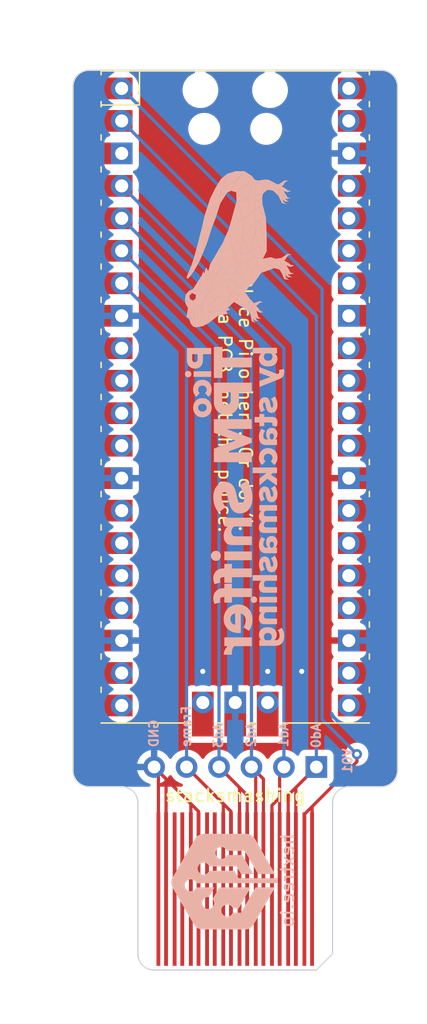
<source format=kicad_pcb>
(kicad_pcb (version 20221018) (generator pcbnew)
  (layers (0 "F.Cu" signal) (31 "B.Cu" signal) (34 "B.Paste" user) (35 "F.Paste" user) (36 "B.SilkS" user "B.Silkscreen") (37 "F.SilkS" user "F.Silkscreen") (38 "B.Mask" user) (39 "F.Mask" user) (44 "Edge.Cuts" user))
  (net 0 "")
  (net 1 "Net-(U1-GPIO0)")
  (net 31 "GND")
  (net 33 "/LADD0")
  (net 34 "/LADD1")
  (net 35 "/LADD2")
  (net 36 "/LADD3")
  (net 37 "/LFRAME")
  (footprint "A1_TPM_Lib:pogo-p50-b1" (layer "F.Cu") (at 123.19 118.85)
    (fp_text reference "TP3" hide)
    (fp_text value "LADD1")
  )
  (footprint "A1_TPM_Lib:pogo-p50-b1" (layer "F.Cu") (at 116.84 118.85)
    (fp_text reference "TP8" hide)
    (fp_text value "GND")
  )
  (footprint "A1_TPM_Lib:pogo-p50-b1" (layer "F.Cu") (at 119.38 118.85)
    (fp_text reference "TP6" hide)
    (fp_text value "LFRAME")
  )
  (footprint "MCU_RaspberryPi_and_Boards:RPi_Pico_SMD_TH" (layer "F.Cu") (at 120.015 86.36)
    (fp_text reference "U1" hide)
    (fp_text value "Pico")
  )
  (footprint "A1_TPM_Lib:pogo-p50-b1" (layer "F.Cu") (at 114.3 118.85)
    (fp_text reference "TP10" hide)
    (fp_text value "GND")
  )
  (footprint "A1_TPM_Lib:pogo-p50-b1" (layer "F.Cu") (at 118.11 118.85)
    (fp_text reference "TP7" hide)
    (fp_text value "Unused (RST)")
  )
  (footprint "A1_TPM_Lib:pogo-p50-b1" (layer "F.Cu") (at 124.46 118.85)
    (fp_text reference "TP2" hide)
    (fp_text value "LADD0")
  )
  (footprint "A1_TPM_Lib:pogo-p50-b1" (layer "F.Cu") (at 120.65 118.85)
    (fp_text reference "TP5" hide)
    (fp_text value "LADD3")
  )
  (footprint "A1_TPM_Lib:pogo-p50-b1" (layer "F.Cu") (at 115.57 118.85)
    (fp_text reference "TP9" hide)
    (fp_text value "Unknown")
  )
  (footprint "A1_TPM_Lib:pogo-p50-b1" (layer "F.Cu") (at 121.92 118.85)
    (fp_text reference "TP4" hide)
    (fp_text value "LADD2")
  )
  (footprint "A1_TPM_Lib:pogo-p50-b1" (layer "F.Cu") (at 125.73 118.85)
    (fp_text reference "TP1" hide)
    (fp_text value "3.3V for check")
  )
  (footprint "Connector_PinSocket_2.54mm:PinSocket_1x06_P2.54mm_Vertical" (layer "B.Cu") (at 126.365 115.3 90)
    (fp_text reference "J1" hide)
    (fp_text value "Conn_01x06_Pin")
  )
  (gr_poly (pts (xy 118.468147 72.416891) (xy 118.85176 71.207102) (xy 118.379625 71.649714)) (fill solid) (layer "B.SilkS"))
  (gr_poly (pts (xy 121.902696 88.35951) (xy 121.902696 88.640432) (xy 122.286815 88.640432) (xy 122.286815 88.35951) (xy 122.79133 88.35951) (xy 122.798795 88.359644) (xy 122.806135 88.360044) (xy 122.813342 88.360707) (xy 122.82041 88.361632) (xy 122.827331 88.362814) (xy 122.834098 88.364253) (xy 122.840703 88.365944) (xy 122.847139 88.367886) (xy 122.853398 88.370075) (xy 122.859474 88.372509) (xy 122.865359 88.375186) (xy 122.871045 88.378103) (xy 122.876526 88.381257) (xy 122.881794 88.384646) (xy 122.886841 88.388267) (xy 122.89166 88.392117) (xy 122.896244 88.396194) (xy 122.900586 88.400495) (xy 122.904678 88.405017) (xy 122.908512 88.409759) (xy 122.912082 88.414716) (xy 122.91538 88.419888) (xy 122.918399 88.42527) (xy 122.921132 88.43086) (xy 122.92357 88.436657) (xy 122.925707 88.442656) (xy 122.927536 88.448856) (xy 122.929048 88.455254) (xy 122.930238 88.461847) (xy 122.931096 88.468633) (xy 122.931617 88.475609) (xy 122.931792 88.482772) (xy 122.931594 88.4919) (xy 122.931019 88.500979) (xy 122.930091 88.509956) (xy 122.928836 88.518783) (xy 122.927278 88.527407) (xy 122.925443 88.53578) (xy 122.923356 88.543851) (xy 122.921042 88.551569) (xy 122.918527 88.558883) (xy 122.915835 88.565745) (xy 122.912992 88.572102) (xy 122.910024 88.577905) (xy 122.906954 88.583103) (xy 122.903809 88.587647) (xy 122.900614 88.591485) (xy 122.899005 88.593123) (xy 122.897393 88.594567) (xy 123.229914 88.680565) (xy 123.239448 88.669714) (xy 123.24867 88.657587) (xy 123.25754 88.644184) (xy 123.266015 88.629504) (xy 123.274053 88.613547) (xy 123.281613 88.596314) (xy 123.288652 88.577805) (xy 123.295129 88.558019) (xy 123.301 88.536956) (xy 123.306225 88.514617) (xy 123.310762 88.491002) (xy 123.314568 88.46611) (xy 123.317601 88.439941) (xy 123.319819 88.412496) (xy 123.321181 88.383774) (xy 123.321644 88.353776) (xy 123.321233 88.327819) (xy 123.320002 88.302621) (xy 123.317953 88.278187) (xy 123.315088 88.254522) (xy 123.311411 88.23163) (xy 123.306925 88.209514) (xy 123.301631 88.18818) (xy 123.295532 88.16763) (xy 123.288631 88.147871) (xy 123.280931 88.128904) (xy 123.272434 88.110736) (xy 123.263143 88.093369) (xy 123.25306 88.076809) (xy 123.242189 88.061059) (xy 123.230531 88.046124) (xy 123.21809 88.032007) (xy 123.204867 88.018714) (xy 123.190866 88.006248) (xy 123.17609 87.994613) (xy 123.16054 87.983813) (xy 123.14422 87.973854) (xy 123.127131 87.964739) (xy 123.109278 87.956471) (xy 123.090662 87.949057) (xy 123.071286 87.942498) (xy 123.051152 87.936801) (xy 123.030264 87.931969) (xy 123.008623 87.928005) (xy 122.986233 87.924916) (xy 122.963096 87.922703) (xy 122.939215 87.921373) (xy 122.914592 87.920929) (xy 122.286815 87.920929) (xy 122.286815 87.691604) (xy 121.902696 87.691604) (xy 121.902696 87.920929) (xy 121.524309 87.920929) (xy 121.524309 88.35951)) (fill solid) (layer "B.SilkS"))
  (gr_poly (pts (xy 116.638752 76.724911) (xy 116.520706 76.665862) (xy 116.343661 76.872431) (xy 116.343661 77.078999)) (fill solid) (layer "B.SilkS"))
  (gr_poly (pts (xy 116.721584 87.241756) (xy 116.724462 87.284499) (xy 116.729197 87.326073) (xy 116.735737 87.366461) (xy 116.744031 87.405648) (xy 116.754028 87.443618) (xy 116.765676 87.480355) (xy 116.778924 87.515843) (xy 116.79372 87.550068) (xy 116.810014 87.583013) (xy 116.827754 87.614662) (xy 116.846889 87.645) (xy 116.867368 87.674011) (xy 116.889139 87.70168) (xy 116.912152 87.72799) (xy 116.936354 87.752926) (xy 116.961694 87.776473) (xy 116.988122 87.798614) (xy 117.015586 87.819335) (xy 117.044034 87.838618) (xy 117.073416 87.856449) (xy 117.10368 87.872812) (xy 117.134775 87.887691) (xy 117.16665 87.90107) (xy 117.199253 87.912934) (xy 117.232533 87.923267) (xy 117.266439 87.932054) (xy 117.300919 87.939278) (xy 117.335922 87.944924) (xy 117.371398 87.948977) (xy 117.407294 87.95142) (xy 117.443559 87.952237) (xy 117.479833 87.95142) (xy 117.515753 87.948977) (xy 117.551267 87.944924) (xy 117.586322 87.939278) (xy 117.620867 87.932054) (xy 117.654849 87.923267) (xy 117.688216 87.912934) (xy 117.720915 87.90107) (xy 117.752894 87.887691) (xy 117.784101 87.872812) (xy 117.814483 87.856449) (xy 117.843988 87.838618) (xy 117.872564 87.819335) (xy 117.900158 87.798614) (xy 117.926719 87.776473) (xy 117.952193 87.752926) (xy 117.976529 87.72799) (xy 117.999674 87.70168) (xy 118.021576 87.674011) (xy 118.042182 87.645) (xy 118.061441 87.614662) (xy 118.079299 87.583013) (xy 118.095705 87.550068) (xy 118.110606 87.515843) (xy 118.12395 87.480355) (xy 118.135684 87.443618) (xy 118.145757 87.405648) (xy 118.154116 87.366461) (xy 118.160708 87.326073) (xy 118.165481 87.284499) (xy 118.168384 87.241756) (xy 118.169363 87.197858) (xy 118.168384 87.154471) (xy 118.165481 87.11219) (xy 118.160708 87.071033) (xy 118.154116 87.031018) (xy 118.145757 86.992162) (xy 118.135684 86.954484) (xy 118.12395 86.918) (xy 118.110606 86.88273) (xy 118.095705 86.84869) (xy 118.079299 86.815898) (xy 118.061441 86.784373) (xy 118.042182 86.754131) (xy 118.021576 86.725192) (xy 117.999674 86.697572) (xy 117.976529 86.671289) (xy 117.952193 86.646361) (xy 117.926719 86.622807) (xy 117.900158 86.600643) (xy 117.872564 86.579888) (xy 117.843988 86.560558) (xy 117.814483 86.542673) (xy 117.784101 86.52625) (xy 117.752894 86.511307) (xy 117.720915 86.497861) (xy 117.688216 86.48593) (xy 117.654849 86.475533) (xy 117.620867 86.466686) (xy 117.586322 86.459408) (xy 117.551267 86.453716) (xy 117.515753 86.449628) (xy 117.479833 86.447163) (xy 117.443559 86.446337) (xy 117.443559 86.900678) (xy 117.460868 86.900987) (xy 117.477954 86.901912) (xy 117.494797 86.903449) (xy 117.511374 86.905594) (xy 117.527665 86.908345) (xy 117.543648 86.911697) (xy 117.5593 86.915646) (xy 117.574602 86.920189) (xy 117.589531 86.925322) (xy 117.604067 86.931042) (xy 117.618186 86.937345) (xy 117.631869 86.944226) (xy 117.645094 86.951684) (xy 117.657839 86.959713) (xy 117.670082 86.968311) (xy 117.681803 86.977473) (xy 117.69298 86.987196) (xy 117.703591 86.997476) (xy 117.713615 87.00831) (xy 117.72303 87.019693) (xy 117.731816 87.031623) (xy 117.73995 87.044096) (xy 117.747411 87.057107) (xy 117.754178 87.070654) (xy 117.760229 87.084732) (xy 117.765543 87.099339) (xy 117.770098 87.114469) (xy 117.773873 87.13012) (xy 117.776847 87.146288) (xy 117.778997 87.16297) (xy 117.780304 87.180161) (xy 117.780744 87.197858) (xy 117.780304 87.215822) (xy 117.778997 87.233281) (xy 117.776847 87.250228) (xy 117.773873 87.266661) (xy 117.770098 87.282574) (xy 117.765543 87.297965) (xy 117.760229 87.312828) (xy 117.754178 87.327159) (xy 117.747411 87.340955) (xy 117.73995 87.354211) (xy 117.731816 87.366922) (xy 117.72303 87.379085) (xy 117.713615 87.390696) (xy 117.703591 87.40175) (xy 117.69298 87.412243) (xy 117.681803 87.422171) (xy 117.670082 87.43153) (xy 117.657839 87.440315) (xy 117.645094 87.448523) (xy 117.631869 87.456149) (xy 117.618186 87.463189) (xy 117.604067 87.469638) (xy 117.589531 87.475494) (xy 117.574602 87.48075) (xy 117.5593 87.485404) (xy 117.543648 87.489451) (xy 117.511374 87.495708) (xy 117.477954 87.499486) (xy 117.443559 87.500753) (xy 117.42651 87.500436) (xy 117.409667 87.499486) (xy 117.393052 87.497909) (xy 117.376687 87.495708) (xy 117.360594 87.492887) (xy 117.344796 87.489451) (xy 117.329313 87.485404) (xy 117.314168 87.48075) (xy 117.299383 87.475494) (xy 117.284981 87.469638) (xy 117.270982 87.463189) (xy 117.257409 87.456149) (xy 117.244284 87.448523) (xy 117.231629 87.440315) (xy 117.219465 87.43153) (xy 117.207816 87.422171) (xy 117.196702 87.412243) (xy 117.186146 87.40175) (xy 117.17617 87.390696) (xy 117.166795 87.379085) (xy 117.158044 87.366922) (xy 117.149939 87.354211) (xy 117.142501 87.340955) (xy 117.135753 87.327159) (xy 117.129717 87.312828) (xy 117.124414 87.297965) (xy 117.119867 87.282574) (xy 117.116097 87.266661) (xy 117.113127 87.250228) (xy 117.110978 87.233281) (xy 117.109672 87.215822) (xy 117.109232 87.197858) (xy 117.109672 87.180161) (xy 117.110978 87.16297) (xy 117.113127 87.146288) (xy 117.116097 87.13012) (xy 117.119867 87.114469) (xy 117.124414 87.099339) (xy 117.129717 87.084732) (xy 117.135753 87.070654) (xy 117.142501 87.057107) (xy 117.149939 87.044096) (xy 117.158044 87.031623) (xy 117.166795 87.019693) (xy 117.17617 87.00831) (xy 117.186146 86.997476) (xy 117.196702 86.987196) (xy 117.207816 86.977473) (xy 117.219465 86.968311) (xy 117.231629 86.959713) (xy 117.244284 86.951684) (xy 117.257409 86.944226) (xy 117.270982 86.937345) (xy 117.284981 86.931042) (xy 117.299383 86.925322) (xy 117.314168 86.920189) (xy 117.344796 86.911697) (xy 117.376687 86.905594) (xy 117.409667 86.901912) (xy 117.443559 86.900678) (xy 117.443559 86.446337) (xy 117.407294 86.447163) (xy 117.371398 86.449628) (xy 117.335922 86.453716) (xy 117.300919 86.459408) (xy 117.266439 86.466686) (xy 117.232533 86.475533) (xy 117.199253 86.48593) (xy 117.16665 86.497861) (xy 117.134775 86.511307) (xy 117.10368 86.52625) (xy 117.073416 86.542673) (xy 117.044034 86.560558) (xy 117.015586 86.579888) (xy 116.988122 86.600643) (xy 116.961694 86.622807) (xy 116.936354 86.646361) (xy 116.912152 86.671289) (xy 116.889139 86.697572) (xy 116.867368 86.725192) (xy 116.846889 86.754131) (xy 116.827754 86.784373) (xy 116.810014 86.815898) (xy 116.79372 86.84869) (xy 116.778924 86.88273) (xy 116.765676 86.918) (xy 116.754028 86.954484) (xy 116.744031 86.992162) (xy 116.735737 87.031018) (xy 116.729197 87.071033) (xy 116.724462 87.11219) (xy 116.721584 87.154471) (xy 116.720613 87.197858)) (fill solid) (layer "B.SilkS"))
  (gr_poly (pts (xy 123.690913 69.908793) (xy 123.956481 69.525179) (xy 123.897432 69.407182) (xy 123.45487 69.702224)) (fill solid) (layer "B.SilkS"))
  (gr_poly (pts (xy 117.671446 73.597156) (xy 117.937013 73.184069) (xy 117.405929 73.095546)) (fill solid) (layer "B.SilkS"))
  (gr_poly (pts (xy 120.120547 71.030058) (xy 120.85825 70.941536) (xy 120.091023 70.351404)) (fill solid) (layer "B.SilkS"))
  (gr_poly (pts (xy 117.819017 77.816653) (xy 117.878015 77.167522) (xy 117.760018 77.078999) (xy 116.933794 78.37731) (xy 116.90427 78.672353)) (fill solid) (layer "B.SilkS"))
  (gr_poly (pts (xy 122.422127 72.328369) (xy 122.15656 71.295625) (xy 121.625427 71.679189)) (fill solid) (layer "B.SilkS"))
  (gr_poly (pts (xy 116.520706 80.619841) (xy 116.727225 80.855885) (xy 116.697751 80.560794) (xy 116.520706 79.970661) (xy 116.432184 80.265754)) (fill solid) (layer "B.SilkS"))
  (gr_poly (pts (xy 120.799202 78.111744) (xy 121.212338 77.610134) (xy 120.179596 77.610134)) (fill solid) (layer "B.SilkS"))
  (gr_poly (pts (xy 118.379625 71.649714) (xy 118.85176 71.207102) (xy 118.85176 70.587447) (xy 118.05506 70.82349)) (fill solid) (layer "B.SilkS"))
  (gr_poly (pts (xy 117.789493 74.364332) (xy 117.671446 73.597156) (xy 117.612448 74.334808) (xy 117.494452 75.102034)) (fill solid) (layer "B.SilkS"))
  (gr_poly (pts (xy 122.215559 79.734618) (xy 121.979516 79.616574) (xy 121.920467 79.764142)) (fill solid) (layer "B.SilkS"))
  (gr_poly (pts (xy 120.002501 69.554703) (xy 120.032025 69.495655) (xy 120.740204 68.699004) (xy 120.032025 68.699004) (xy 119.235324 69.289136)) (fill solid) (layer "B.SilkS"))
  (gr_poly (pts (xy 115.008745 124.366222) (xy 115.010361 124.393062) (xy 115.01301 124.420075) (xy 115.01666 124.447209) (xy 115.021276 124.474411) (xy 115.026823 124.501631) (xy 115.033267 124.528817) (xy 115.040572 124.555916) (xy 115.048706 124.582877) (xy 115.057633 124.609649) (xy 115.067318 124.636179) (xy 115.077728 124.662416) (xy 115.088827 124.688308) (xy 115.100582 124.713803) (xy 115.112958 124.73885) (xy 115.125919 124.763397) (xy 116.762227 127.588677) (xy 116.775882 127.612678) (xy 116.790347 127.63611) (xy 116.805605 127.658956) (xy 116.821639 127.681198) (xy 116.838432 127.702819) (xy 116.855966 127.723802) (xy 116.874225 127.74413) (xy 116.893191 127.763786) (xy 116.912846 127.782751) (xy 116.933174 127.80101) (xy 116.954157 127.818544) (xy 116.975779 127.835337) (xy 116.998021 127.851371) (xy 117.020866 127.86663) (xy 117.044298 127.881095) (xy 117.068299 127.894749) (xy 117.092849 127.909651) (xy 117.117916 127.923467) (xy 117.143467 127.936213) (xy 117.169465 127.947907) (xy 117.195877 127.958567) (xy 117.222669 127.968209) (xy 117.249805 127.976852) (xy 117.277252 127.984511) (xy 117.304975 127.991204) (xy 117.332939 127.99695) (xy 117.36111 128.001764) (xy 117.389454 128.005664) (xy 117.417936 128.008667) (xy 117.446521 128.010791) (xy 117.475175 128.012053) (xy 117.503863 128.012469) (xy 120.752935 128.012469) (xy 120.824832 128.010676) (xy 120.8646 128.007658) (xy 120.906523 128.002537) (xy 120.950309 127.994794) (xy 120.995664 127.983913) (xy 121.042295 127.969376) (xy 121.089909 127.950666) (xy 121.138212 127.927266) (xy 121.162531 127.913645) (xy 121.186913 127.898658) (xy 121.21132 127.88224) (xy 121.235717 127.864325) (xy 121.260066 127.84485) (xy 121.284331 127.82375) (xy 121.308475 127.800959) (xy 121.332462 127.776414) (xy 121.356255 127.75005) (xy 121.379817 127.721802) (xy 121.403112 127.691606) (xy 121.426103 127.659396) (xy 121.448754 127.625108) (xy 121.471027 127.588677) (xy 123.130879 124.716309) (xy 121.60052 124.716309) (xy 120.470407 126.694006) (xy 119.822947 126.694006) (xy 119.813569 126.715929) (xy 119.803105 126.737507) (xy 119.791571 126.758671) (xy 119.778986 126.779352) (xy 119.765366 126.799482) (xy 119.750728 126.818991) (xy 119.735091 126.83781) (xy 119.71847 126.85587) (xy 119.700884 126.873103) (xy 119.68235 126.889439) (xy 119.662884 126.904809) (xy 119.642504 126.919145) (xy 119.621228 126.932377) (xy 119.599072 126.944436) (xy 119.576054 126.955254) (xy 119.552191 126.964761) (xy 119.530022 126.971903) (xy 119.507684 126.977887) (xy 119.485217 126.982729) (xy 119.46266 126.986443) (xy 119.44005 126.989045) (xy 119.417428 126.99055) (xy 119.394832 126.990973) (xy 119.3723 126.990329) (xy 119.349872 126.988633) (xy 119.327586 126.9859) (xy 119.305481 126.982145) (xy 119.283596 126.977384) (xy 119.26197 126.971631) (xy 119.240641 126.964902) (xy 119.219649 126.957212) (xy 119.199031 126.948575) (xy 119.178828 126.939007) (xy 119.159077 126.928523) (xy 119.139817 126.917138) (xy 119.121088 126.904867) (xy 119.102927 126.891725) (xy 119.085375 126.877727) (xy 119.068469 126.862889) (xy 119.052249 126.847225) (xy 119.036753 126.830751) (xy 119.02202 126.813482) (xy 119.008089 126.795432) (xy 118.994999 126.776616) (xy 118.982788 126.757051) (xy 118.971495 126.736751) (xy 118.961159 126.715731) (xy 118.951819 126.694006) (xy 118.943642 126.670767) (xy 118.936754 126.647429) (xy 118.931133 126.624031) (xy 118.926758 126.600611) (xy 118.923607 126.577209) (xy 118.921659 126.553862) (xy 118.920893 126.530611) (xy 118.921286 126.507493) (xy 118.922817 126.484547) (xy 118.925465 126.461813) (xy 118.929207 126.439329) (xy 118.934023 126.417133) (xy 118.939891 126.395266) (xy 118.94679 126.373764) (xy 118.954697 126.352668) (xy 118.963591 126.332016) (xy 118.973451 126.311847) (xy 118.984256 126.2922) (xy 118.995982 126.273112) (xy 119.00861 126.254625) (xy 119.022117 126.236775) (xy 119.036482 126.219602) (xy 119.051684 126.203144) (xy 119.0677 126.187441) (xy 119.084509 126.172532) (xy 119.102091 126.158454) (xy 119.120422 126.145247) (xy 119.139482 126.13295) (xy 119.159249 126.121601) (xy 119.179701 126.11124) (xy 119.200817 126.101904) (xy 119.222576 126.093633) (xy 119.245781 126.085423) (xy 119.269023 126.078438) (xy 119.292269 126.072666) (xy 119.315487 126.068089) (xy 119.338645 126.064694) (xy 119.36171 126.062465) (xy 119.38465 126.061386) (xy 119.407432 126.061444) (xy 119.430025 126.062623) (xy 119.452396 126.064908) (xy 119.474513 126.068283) (xy 119.496343 126.072734) (xy 119.517854 126.078245) (xy 119.539014 126.084802) (xy 119.55979 126.092389) (xy 119.58015 126.100991) (xy 119.600061 126.110593) (xy 119.619492 126.121181) (xy 119.63841 126.132739) (xy 119.656783 126.145251) (xy 119.674577 126.158703) (xy 119.691762 126.17308) (xy 119.708305 126.188367) (xy 119.724173 126.204548) (xy 119.739333 126.221608) (xy 119.753755 126.239533) (xy 119.767405 126.258308) (xy 119.78025 126.277916) (xy 119.79226 126.298343) (xy 119.803401 126.319575) (xy 119.81364 126.341595) (xy 119.822947 126.364389) (xy 120.282055 126.364389) (xy 121.223815 124.716309) (xy 118.763467 124.716309) (xy 118.245499 125.622754) (xy 118.258461 125.63861) (xy 118.270837 125.655242) (xy 118.282591 125.672598) (xy 118.293691 125.690626) (xy 118.304101 125.709276) (xy 118.313786 125.728495) (xy 118.322713 125.74823) (xy 118.330846 125.768432) (xy 118.338152 125.789047) (xy 118.344596 125.810025) (xy 118.350142 125.831313) (xy 118.354758 125.852859) (xy 118.358408 125.874613) (xy 118.361058 125.896522) (xy 118.362673 125.918534) (xy 118.363219 125.940598) (xy 118.362604 125.963665) (xy 118.360779 125.986493) (xy 118.357778 126.009049) (xy 118.353631 126.031302) (xy 118.348373 126.053218) (xy 118.342035 126.074766) (xy 118.334649 126.095912) (xy 118.326248 126.116626) (xy 118.316864 126.136874) (xy 118.306529 126.156624) (xy 118.295276 126.175843) (xy 118.283137 126.1945) (xy 118.270145 126.212562) (xy 118.256331 126.229997) (xy 118.241729 126.246773) (xy 118.22637 126.262856) (xy 118.210286 126.278215) (xy 118.193511 126.292818) (xy 118.176076 126.306631) (xy 118.158014 126.319624) (xy 118.139357 126.331763) (xy 118.120137 126.343015) (xy 118.100387 126.35335) (xy 118.08014 126.362734) (xy 118.059426 126.371135) (xy 118.038279 126.378521) (xy 118.016732 126.384859) (xy 117.994816 126.390118) (xy 117.972563 126.394264) (xy 117.950007 126.397265) (xy 117.927179 126.39909) (xy 117.904112 126.399705) (xy 117.879975 126.39909) (xy 117.856144 126.397265) (xy 117.83265 126.394264) (xy 117.809522 126.390118) (xy 117.78679 126.384859) (xy 117.764486 126.378521) (xy 117.742638 126.371135) (xy 117.721277 126.362734) (xy 117.700434 126.35335) (xy 117.680139 126.343015) (xy 117.660421 126.331763) (xy 117.641311 126.319624) (xy 117.622839 126.306631) (xy 117.605035 126.292818) (xy 117.587929 126.278215) (xy 117.571552 126.262856) (xy 117.555934 126.246773) (xy 117.541105 126.229997) (xy 117.527095 126.212562) (xy 117.513934 126.1945) (xy 117.501653 126.175843) (xy 117.490281 126.156624) (xy 117.479849 126.136874) (xy 117.470387 126.116626) (xy 117.461925 126.095912) (xy 117.454493 126.074766) (xy 117.448122 126.053218) (xy 117.442842 126.031302) (xy 117.438683 126.009049) (xy 117.435674 125.986493) (xy 117.433847 125.963665) (xy 117.433231 125.940598) (xy 117.433847 125.916461) (xy 117.435674 125.89263) (xy 117.438683 125.869136) (xy 117.442842 125.846008) (xy 117.448122 125.823276) (xy 117.454493 125.800972) (xy 117.461925 125.779124) (xy 117.470387 125.757763) (xy 117.479849 125.73692) (xy 117.490281 125.716625) (xy 117.501653 125.696907) (xy 117.513934 125.677797) (xy 117.527095 125.659325) (xy 117.541105 125.641521) (xy 117.555934 125.624415) (xy 117.571552 125.608038) (xy 117.587929 125.59242) (xy 117.605035 125.577591) (xy 117.622839 125.563581) (xy 117.641311 125.55042) (xy 117.660421 125.538139) (xy 117.680139 125.526767) (xy 117.700434 125.516335) (xy 117.721277 125.506873) (xy 117.742638 125.498411) (xy 117.764486 125.49098) (xy 117.78679 125.484609) (xy 117.809522 125.479328) (xy 117.83265 125.475169) (xy 117.856144 125.47216) (xy 117.879975 125.470333) (xy 117.904112 125.469718) (xy 117.909032 125.469741) (xy 117.91478 125.469902) (xy 117.917878 125.470077) (xy 117.92108 125.470338) (xy 117.92435 125.470703) (xy 117.927655 125.471189) (xy 117.93096 125.471813) (xy 117.934231 125.472592) (xy 117.937433 125.473543) (xy 117.940531 125.474684) (xy 117.943491 125.476032) (xy 117.944909 125.476789) (xy 117.946279 125.477604) (xy 117.947597 125.478479) (xy 117.94886 125.479417) (xy 117.950062 125.48042) (xy 117.951199 125.481489) (xy 118.386763 124.716309) (xy 116.962351 124.716309) (xy 116.952973 124.740172) (xy 116.942509 124.76319) (xy 116.930976 124.785346) (xy 116.91839 124.806623) (xy 116.90477 124.827002) (xy 116.890133 124.846468) (xy 116.874495 124.865003) (xy 116.857875 124.882589) (xy 116.840289 124.899209) (xy 116.821754 124.914847) (xy 116.802288 124.929484) (xy 116.781908 124.943104) (xy 116.760632 124.95569) (xy 116.738476 124.967223) (xy 116.715458 124.977687) (xy 116.691595 124.987065) (xy 116.669426 124.995243) (xy 116.647088 125.002131) (xy 116.624621 125.007752) (xy 116.602064 125.012127) (xy 116.579454 125.015277) (xy 116.556832 125.017225) (xy 116.534236 125.017992) (xy 116.511704 125.017599) (xy 116.489276 125.016068) (xy 116.46699 125.01342) (xy 116.444886 125.009677) (xy 116.423001 125.004861) (xy 116.401374 124.998993) (xy 116.380045 124.992095) (xy 116.359053 124.984188) (xy 116.338435 124.975293) (xy 116.318232 124.965433) (xy 116.298481 124.954629) (xy 116.279221 124.942902) (xy 116.260492 124.930275) (xy 116.242332 124.916767) (xy 116.224779 124.902402) (xy 116.207873 124.887201) (xy 116.191653 124.871185) (xy 116.176157 124.854375) (xy 116.161424 124.836794) (xy 116.147493 124.818463) (xy 116.134403 124.799403) (xy 116.122192 124.779636) (xy 116.110899 124.759184) (xy 116.100563 124.738068) (xy 116.091223 124.716309) (xy 116.084082 124.69414) (xy 116.078098 124.671802) (xy 116.073256 124.649335) (xy 116.069542 124.626778) (xy 116.06694 124.604168) (xy 116.065435 124.581546) (xy 116.065012 124.55895) (xy 116.065656 124.536418) (xy 116.067352 124.51399) (xy 116.070085 124.491704) (xy 116.073839 124.4696) (xy 116.078601 124.447715) (xy 116.084353 124.426088) (xy 116.091082 124.404759) (xy 116.098773 124.383767) (xy 116.10741 124.363149) (xy 116.116978 124.342946) (xy 116.127462 124.323195) (xy 116.138847 124.303935) (xy 116.151118 124.285206) (xy 116.16426 124.267046) (xy 116.178257 124.249493) (xy 116.193096 124.232588) (xy 116.208759 124.216367) (xy 116.225234 124.200871) (xy 116.242503 124.186138) (xy 116.260553 124.172207) (xy 116.279368 124.159117) (xy 116.298934 124.146906) (xy 116.319234 124.135613) (xy 116.340254 124.125277) (xy 116.361979 124.115938) (xy 116.385218 124.108796) (xy 116.408556 124.102812) (xy 116.431954 124.09797) (xy 116.455374 124.094256) (xy 116.478776 124.091654) (xy 116.502122 124.090149) (xy 116.525374 124.089726) (xy 116.548492 124.09037) (xy 116.571437 124.092066) (xy 116.594172 124.094799) (xy 116.616656 124.098554) (xy 116.638851 124.103315) (xy 116.660719 124.109067) (xy 116.68222 124.115797) (xy 116.703316 124.123487) (xy 116.723968 124.132124) (xy 116.744138 124.141692) (xy 116.763785 124.152176) (xy 116.782872 124.163561) (xy 116.80136 124.175832) (xy 116.81921 124.188974) (xy 116.836383 124.202971) (xy 116.85284 124.21781) (xy 116.868543 124.233473) (xy 116.883453 124.249948) (xy 116.897531 124.267217) (xy 116.910737 124.285267) (xy 116.923035 124.304083) (xy 116.934384 124.323648) (xy 116.944745 124.343948) (xy 116.954081 124.364968) (xy 116.962351 124.386694) (xy 123.295687 124.386694) (xy 123.301894 124.362414) (xy 123.307275 124.338134) (xy 123.311827 124.313854) (xy 123.315552 124.289574) (xy 123.318449 124.265295) (xy 123.320518 124.241015) (xy 123.321759 124.216735) (xy 123.322173 124.192455) (xy 123.321759 124.168176) (xy 123.320518 124.143896) (xy 123.318449 124.119616) (xy 123.315552 124.095336) (xy 123.311827 124.071057) (xy 123.307275 124.046777) (xy 123.301894 124.022497) (xy 123.295687 123.998217) (xy 120.282055 123.998217) (xy 119.940667 123.409618) (xy 117.974743 123.409618) (xy 117.965365 123.433481) (xy 117.954901 123.456499) (xy 117.943367 123.478654) (xy 117.930782 123.499931) (xy 117.917162 123.520311) (xy 117.902525 123.539776) (xy 117.886887 123.558311) (xy 117.870267 123.575897) (xy 117.852681 123.592517) (xy 117.834146 123.608155) (xy 117.81468 123.622792) (xy 117.7943 123.636412) (xy 117.773024 123.648998) (xy 117.750868 123.660531) (xy 117.72785 123.670995) (xy 117.703987 123.680373) (xy 117.681818 123.688551) (xy 117.65948 123.695439) (xy 117.637013 123.70106) (xy 117.614455 123.705435) (xy 117.591846 123.708585) (xy 117.569224 123.710533) (xy 117.546628 123.7113) (xy 117.524096 123.710907) (xy 117.501668 123.709376) (xy 117.479382 123.706728) (xy 117.457277 123.702985) (xy 117.435392 123.698169) (xy 117.413766 123.692301) (xy 117.392437 123.685403) (xy 117.371445 123.677496) (xy 117.350827 123.668601) (xy 117.330624 123.658741) (xy 117.310873 123.647937) (xy 117.291613 123.63621) (xy 117.272884 123.623583) (xy 117.254723 123.610076) (xy 117.237171 123.59571) (xy 117.220265 123.580509) (xy 117.204045 123.564493) (xy 117.188549 123.547683) (xy 117.173816 123.530102) (xy 117.159885 123.511771) (xy 117.146795 123.492711) (xy 117.134583 123.472944) (xy 117.123291 123.452492) (xy 117.112955 123.431376) (xy 117.103615 123.409618) (xy 117.096474 123.386412) (xy 117.09049 123.36317) (xy 117.085648 123.339924) (xy 117.081934 123.316706) (xy 117.079332 123.293548) (xy 117.077827 123.270483) (xy 117.077404 123.247543) (xy 117.078048 123.22476) (xy 117.079744 123.202167) (xy 117.082477 123.179796) (xy 117.086231 123.157679) (xy 117.090993 123.135849) (xy 117.096745 123.114338) (xy 117.103474 123.093179) (xy 117.111165 123.072403) (xy 117.119802 123.052043) (xy 117.12937 123.032131) (xy 117.139854 123.0127) (xy 117.151239 122.993783) (xy 117.16351 122.97541) (xy 117.176652 122.957615) (xy 117.190649 122.94043) (xy 117.205488 122.923888) (xy 117.221151 122.90802) (xy 117.237626 122.892859) (xy 117.254895 122.878438) (xy 117.272945 122.864788) (xy 117.29176 122.851942) (xy 117.311326 122.839932) (xy 117.331626 122.828792) (xy 117.352646 122.818552) (xy 117.374371 122.809245) (xy 117.397576 122.801068) (xy 117.420818 122.79418) (xy 117.444064 122.788559) (xy 117.467283 122.784184) (xy 117.49044 122.781033) (xy 117.513506 122.779085) (xy 117.536446 122.778319) (xy 117.559228 122.778712) (xy 117.581821 122.780243) (xy 117.604192 122.782891) (xy 117.626309 122.786633) (xy 117.648139 122.79145) (xy 117.66965 122.797318) (xy 117.69081 122.804216) (xy 117.711586 122.812123) (xy 117.731946 122.821017) (xy 117.751857 122.830878) (xy 117.771288 122.841682) (xy 117.790206 122.853408) (xy 117.808579 122.866036) (xy 117.826374 122.879543) (xy 117.843558 122.893909) (xy 117.860101 122.90911) (xy 117.875969 122.925126) (xy 117.89113 122.941936) (xy 117.905551 122.959517) (xy 117.919201 122.977848) (xy 117.932047 122.996908) (xy 117.944056 123.016675) (xy 117.955197 123.037127) (xy 117.965437 123.058243) (xy 117.974743 123.080001) (xy 120.129019 123.080001) (xy 120.470407 123.668601) (xy 121.423939 123.668601) (xy 120.564584 122.185329) (xy 119.36384 122.185329) (xy 119.354332 122.209192) (xy 119.343514 122.232211) (xy 119.331455 122.254366) (xy 119.318223 122.275643) (xy 119.303887 122.296022) (xy 119.288517 122.315488) (xy 119.272181 122.334023) (xy 119.254948 122.351609) (xy 119.236888 122.368229) (xy 119.218069 122.383867) (xy 119.19856 122.398504) (xy 119.17843 122.412124) (xy 119.157749 122.42471) (xy 119.136585 122.436243) (xy 119.115006 122.446708) (xy 119.093083 122.456086) (xy 119.069878 122.464296) (xy 119.046636 122.47128) (xy 119.02339 122.477053) (xy 119.000172 122.48163) (xy 118.977014 122.485025) (xy 118.953949 122.487254) (xy 118.931009 122.488332) (xy 118.908226 122.488275) (xy 118.885633 122.487096) (xy 118.863262 122.484811) (xy 118.841145 122.481436) (xy 118.819315 122.476985) (xy 118.797804 122.471474) (xy 118.776645 122.464917) (xy 118.755869 122.45733) (xy 118.735509 122.448728) (xy 118.715597 122.439126) (xy 118.696166 122.428538) (xy 118.677248 122.41698) (xy 118.658876 122.404468) (xy 118.641081 122.391016) (xy 118.623896 122.376639) (xy 118.607354 122.361352) (xy 118.591486 122.345171) (xy 118.576325 122.328111) (xy 118.561903 122.310186) (xy 118.548254 122.291411) (xy 118.535408 122.271803) (xy 118.523398 122.251376) (xy 118.512257 122.230144) (xy 118.502018 122.208124) (xy 118.492711 122.185329) (xy 118.484534 122.16316) (xy 118.477646 122.140822) (xy 118.472025 122.118355) (xy 118.46765 122.095798) (xy 118.464499 122.073189) (xy 118.462551 122.050566) (xy 118.461785 122.02797) (xy 118.462178 122.005439) (xy 118.463709 121.98301) (xy 118.466356 121.960724) (xy 118.470099 121.93862) (xy 118.474915 121.916735) (xy 118.480783 121.895108) (xy 118.487682 121.873779) (xy 118.495589 121.852787) (xy 118.504483 121.832169) (xy 118.514343 121.811966) (xy 118.525147 121.792215) (xy 118.536874 121.772955) (xy 118.549502 121.754226) (xy 118.563009 121.736066) (xy 118.577374 121.718513) (xy 118.592576 121.701608) (xy 118.608592 121.685387) (xy 118.625401 121.669891) (xy 118.642982 121.655158) (xy 118.661314 121.641227) (xy 118.680373 121.628137) (xy 118.70014 121.615926) (xy 118.720593 121.604633) (xy 118.741709 121.594297) (xy 118.763467 121.584957) (xy 118.785637 121.577816) (xy 118.807974 121.571832) (xy 118.830441 121.56699) (xy 118.852999 121.563276) (xy 118.875608 121.560674) (xy 118.89823 121.559169) (xy 118.920827 121.558746) (xy 118.943358 121.55939) (xy 118.965786 121.561086) (xy 118.988072 121.563819) (xy 119.010177 121.567574) (xy 119.032062 121.572335) (xy 119.053689 121.578087) (xy 119.075017 121.584817) (xy 119.09601 121.592507) (xy 119.116628 121.601144) (xy 119.136831 121.610712) (xy 119.156582 121.621196) (xy 119.175842 121.632581) (xy 119.194571 121.644852) (xy 119.212731 121.657994) (xy 119.230284 121.671992) (xy 119.247189 121.68683) (xy 119.26341 121.702494) (xy 119.278906 121.718968) (xy 119.293639 121.736237) (xy 119.30757 121.754287) (xy 119.32066 121.773103) (xy 119.332871 121.792668) (xy 119.344164 121.812968) (xy 119.3545 121.833988) (xy 119.36384 121.855713) (xy 120.752935 121.855713) (xy 121.800643 123.668601) (xy 123.130879 123.668601) (xy 121.576975 120.961042) (xy 121.546789 120.911531) (xy 121.513723 120.864589) (xy 121.477933 120.820304) (xy 121.439573 120.77876) (xy 121.3988 120.740044) (xy 121.355767 120.704242) (xy 121.310631 120.671441) (xy 121.263545 120.641726) (xy 121.214667 120.615184) (xy 121.16415 120.591902) (xy 121.112151 120.571965) (xy 121.058823 120.555459) (xy 121.004323 120.542472) (xy 120.948806 120.533088) (xy 120.892426 120.527395) (xy 120.835339 120.525478) (xy 117.574495 120.525478) (xy 117.545907 120.525958) (xy 117.51754 120.527392) (xy 117.489411 120.529765) (xy 117.461534 120.533065) (xy 117.433925 120.537279) (xy 117.406598 120.542394) (xy 117.379568 120.548397) (xy 117.35285 120.555275) (xy 117.326461 120.563016) (xy 117.300414 120.571606) (xy 117.274725 120.581032) (xy 117.249409 120.591281) (xy 117.22448 120.602341) (xy 117.199955 120.614199) (xy 117.175848 120.626841) (xy 117.152175 120.640255) (xy 117.128949 120.654427) (xy 117.106188 120.669345) (xy 117.083904 120.684997) (xy 117.062114 120.701368) (xy 117.040833 120.718446) (xy 117.020076 120.736218) (xy 116.999858 120.754672) (xy 116.980193 120.773793) (xy 116.961098 120.79357) (xy 116.942587 120.813989) (xy 116.924675 120.835038) (xy 116.907377 120.856703) (xy 116.890709 120.878972) (xy 116.874685 120.901831) (xy 116.859321 120.925268) (xy 116.844631 120.949269) (xy 115.125919 123.927585) (xy 115.112958 123.952) (xy 115.100582 123.976674) (xy 115.088827 124.001589) (xy 115.077728 124.026728) (xy 115.067318 124.052074) (xy 115.057633 124.077609) (xy 115.048706 124.103318) (xy 115.040572 124.129181) (xy 115.033267 124.155182) (xy 115.026823 124.181304) (xy 115.021276 124.20753) (xy 115.01666 124.233841) (xy 115.01301 124.260222) (xy 115.010361 124.286654) (xy 115.008745 124.313121) (xy 115.008199 124.339605)) (fill solid) (layer "B.SilkS"))
  (gr_poly (pts (xy 121.271338 80.23623) (xy 121.300862 80.442797) (xy 121.595902 80.560794) (xy 121.448381 80.38375) (xy 121.448381 80.206754) (xy 121.242282 79.974877)) (fill solid) (layer "B.SilkS"))
  (gr_poly (pts (xy 123.602391 76.606865) (xy 123.956481 76.813433) (xy 123.867958 76.311823) (xy 123.543393 75.928209)) (fill solid) (layer "B.SilkS"))
  (gr_poly (pts (xy 117.878015 77.167522) (xy 118.084584 77.078999) (xy 118.114058 76.754434) (xy 117.907539 76.842956) (xy 117.760018 77.078999)) (fill solid) (layer "B.SilkS"))
  (gr_poly (pts (xy 123.926957 70.853014) (xy 124.074526 70.882488) (xy 124.340044 70.793966) (xy 124.133524 70.764491) (xy 123.956481 70.498924) (xy 123.661389 70.439876)) (fill solid) (layer "B.SilkS"))
  (gr_poly (pts (xy 122.510649 75.987208) (xy 122.776167 75.4266) (xy 122.186035 75.544596)) (fill solid) (layer "B.SilkS"))
  (gr_poly (pts (xy 124.133524 76.724911) (xy 124.281046 76.783909) (xy 124.605611 76.695387) (xy 124.340044 76.636388) (xy 124.192524 76.341297) (xy 123.867958 76.311823)) (fill solid) (layer "B.SilkS"))
  (gr_poly (pts (xy 117.671446 73.597156) (xy 117.405929 73.095546) (xy 117.05184 74.482379)) (fill solid) (layer "B.SilkS"))
  (gr_poly (pts (xy 121.625427 72.593936) (xy 121.625427 71.679189) (xy 120.681205 72.387367) (xy 120.563159 73.862722)) (fill solid) (layer "B.SilkS"))
  (gr_poly (pts (xy 116.432184 78.436308) (xy 116.638752 78.22974) (xy 116.697751 77.934699) (xy 116.40266 78.052745)) (fill solid) (layer "B.SilkS"))
  (gr_poly (pts (xy 124.222047 71.059533) (xy 124.015479 70.97101) (xy 123.897432 71.089057)) (fill solid) (layer "B.SilkS"))
  (gr_poly (pts (xy 116.90427 76.311823) (xy 116.815748 75.869211) (xy 116.579705 76.075731) (xy 116.373136 76.57734)) (fill solid) (layer "B.SilkS"))
  (gr_poly (pts (xy 116.933794 80.914883) (xy 117.464928 80.826362) (xy 117.081314 80.73784) (xy 116.874795 80.678842)) (fill solid) (layer "B.SilkS"))
  (gr_poly (pts (xy 120.681205 72.387367) (xy 120.120547 71.030058) (xy 119.795982 72.210322) (xy 119.500891 73.243067)) (fill solid) (layer "B.SilkS"))
  (gr_poly (pts (xy 119.914028 78.937918) (xy 120.356639 78.347787) (xy 119.648461 78.318262) (xy 119.441892 78.819921) (xy 119.707459 78.87892) (xy 119.412368 79.410055)) (fill solid) (layer "B.SilkS"))
  (gr_poly (pts (xy 124.399092 70.233358) (xy 124.133524 70.203833) (xy 124.104001 70.351404)) (fill solid) (layer "B.SilkS"))
  (gr_poly (pts (xy 121.890993 74.570901) (xy 121.566379 73.597156) (xy 121.212338 74.954464)) (fill solid) (layer "B.SilkS"))
  (gr_poly (pts (xy 119.589414 77.669131) (xy 119.382894 78.347787) (xy 119.648461 78.318262) (xy 120.179596 77.610134) (xy 119.618937 77.137999) (xy 119.353371 77.757653)) (fill solid) (layer "B.SilkS"))
  (gr_poly (pts (xy 121.507381 69.348135) (xy 121.330336 69.082568) (xy 120.917248 69.82027)) (fill solid) (layer "B.SilkS"))
  (gr_poly (pts (xy 117.760018 77.078999) (xy 117.582974 76.724911) (xy 117.523926 76.488868) (xy 117.405929 76.842956) (xy 116.933794 78.37731)) (fill solid) (layer "B.SilkS"))
  (gr_poly (pts (xy 124.605611 76.695387) (xy 124.340044 76.636388) (xy 124.281046 76.783909)) (fill solid) (layer "B.SilkS"))
  (gr_poly (pts (xy 123.572867 71.000534) (xy 123.661389 71.207102) (xy 124.015479 71.266101) (xy 123.779436 71.118581) (xy 123.749912 70.912012) (xy 123.45487 70.734967) (xy 123.45487 70.764491)) (fill solid) (layer "B.SilkS"))
  (gr_poly (pts (xy 118.301513 94.281734) (xy 118.306491 94.368663) (xy 118.314764 94.45403) (xy 118.326311 94.537782) (xy 118.341115 94.619867) (xy 118.359154 94.700233) (xy 118.38041 94.778828) (xy 118.404863 94.8556) (xy 118.432493 94.930497) (xy 118.463282 95.003466) (xy 118.497208 95.074456) (xy 118.534254 95.143415) (xy 118.574399 95.21029) (xy 118.617624 95.275029) (xy 118.663909 95.33758) (xy 118.713235 95.397892) (xy 119.25997 94.980061) (xy 119.22283 94.932537) (xy 119.188086 94.883443) (xy 119.155738 94.832983) (xy 119.125786 94.781356) (xy 119.098231 94.728766) (xy 119.073071 94.675414) (xy 119.050308 94.621502) (xy 119.029941 94.567232) (xy 119.01197 94.512805) (xy 118.996395 94.458424) (xy 118.983217 94.404291) (xy 118.972434 94.350606) (xy 118.964048 94.297573) (xy 118.958057 94.245393) (xy 118.954463 94.194268) (xy 118.953265 94.1444) (xy 118.953562 94.121101) (xy 118.954445 94.098703) (xy 118.955898 94.077196) (xy 118.95791 94.056568) (xy 118.960465 94.03681) (xy 118.963549 94.01791) (xy 118.96715 93.999858) (xy 118.971253 93.982644) (xy 118.975845 93.966257) (xy 118.98091 93.950686) (xy 118.986437 93.935921) (xy 118.99241 93.921951) (xy 118.998817 93.908765) (xy 119.005642 93.896354) (xy 119.012873 93.884706) (xy 119.020495 93.873811) (xy 119.028495 93.863658) (xy 119.036859 93.854237) (xy 119.045573 93.845537) (xy 119.054623 93.837548) (xy 119.063995 93.830258) (xy 119.073676 93.823658) (xy 119.083651 93.817737) (xy 119.093907 93.812483) (xy 119.10443 93.807888) (xy 119.115207 93.803939) (xy 119.126222 93.800627) (xy 119.137463 93.797941) (xy 119.148916 93.795871) (xy 119.160566 93.794405) (xy 119.1724 93.793533) (xy 119.184405 93.793245) (xy 119.198694 93.793777) (xy 119.212404 93.795372) (xy 119.225556 93.798021) (xy 119.23817 93.801718) (xy 119.250267 93.806457) (xy 119.261866 93.812231) (xy 119.272988 93.819034) (xy 119.283653 93.82686) (xy 119.303696 93.845552) (xy 119.322156 93.868254) (xy 119.339197 93.894915) (xy 119.354982 93.925484) (xy 119.369672 93.959906) (xy 119.383432 93.998132) (xy 119.396423 94.040108) (xy 119.408808 94.085782) (xy 119.420751 94.135103) (xy 119.432413 94.188018) (xy 119.45555 94.304422) (xy 119.496718 94.494845) (xy 119.5205 94.593462) (xy 119.547367 94.692665) (xy 119.578037 94.791191) (xy 119.613226 94.887776) (xy 119.632739 94.934946) (xy 119.65365 94.981158) (xy 119.676049 95.026253) (xy 119.700025 95.070073) (xy 119.725668 95.112461) (xy 119.753068 95.153258) (xy 119.782313 95.192308) (xy 119.813494 95.229451) (xy 119.8467 95.26453) (xy 119.88202 95.297387) (xy 119.919545 95.327864) (xy 119.959363 95.355803) (xy 120.001564 95.381047) (xy 120.046238 95.403437) (xy 120.093474 95.422816) (xy 120.143362 95.439026) (xy 120.195991 95.451908) (xy 120.25145 95.461305) (xy 120.30983 95.467059) (xy 120.37122 95.469012) (xy 120.426469 95.467725) (xy 120.480509 95.463876) (xy 120.533306 95.457479) (xy 120.584823 95.448549) (xy 120.635026 95.437104) (xy 120.683877 95.423157) (xy 120.731341 95.406724) (xy 120.777382 95.387821) (xy 120.821965 95.366463) (xy 120.865054 95.342667) (xy 120.906612 95.316446) (xy 120.946605 95.287817) (xy 120.984996 95.256795) (xy 121.021749 95.223396) (xy 121.056829 95.187634) (xy 121.090199 95.149527) (xy 121.121825 95.109088) (xy 121.151669 95.066333) (xy 121.179698 95.021279) (xy 121.205873 94.97394) (xy 121.230161 94.924332) (xy 121.252524 94.87247) (xy 121.272928 94.81837) (xy 121.291335 94.762047) (xy 121.307712 94.703516) (xy 121.322021 94.642794) (xy 121.334227 94.579896) (xy 121.344293 94.514837) (xy 121.357867 94.378297) (xy 121.362455 94.2333) (xy 121.360289 94.122906) (xy 121.353878 94.016693) (xy 121.343351 93.914568) (xy 121.32884 93.816442) (xy 121.310474 93.722222) (xy 121.288384 93.631818) (xy 121.262699 93.545138) (xy 121.233551 93.462091) (xy 121.201068 93.382587) (xy 121.165382 93.306533) (xy 121.126623 93.233839) (xy 121.084921 93.164414) (xy 121.040406 93.098167) (xy 120.993208 93.035005) (xy 120.943458 92.974839) (xy 120.891286 92.917577) (xy 120.31788 93.322073) (xy 120.357434 93.363423) (xy 120.395945 93.407423) (xy 120.433207 93.454014) (xy 120.46901 93.503138) (xy 120.503146 93.554736) (xy 120.535407 93.60875) (xy 120.565585 93.665121) (xy 120.59347 93.723791) (xy 120.618855 93.7847) (xy 120.641532 93.847791) (xy 120.661291 93.913004) (xy 120.677925 93.980282) (xy 120.691226 94.049565) (xy 120.700984 94.120795) (xy 120.706992 94.193913) (xy 120.70904 94.268861) (xy 120.708717 94.293146) (xy 120.707758 94.316822) (xy 120.706176 94.339877) (xy 120.703988 94.362302) (xy 120.701207 94.384085) (xy 120.697848 94.405216) (xy 120.693925 94.425685) (xy 120.689455 94.44548) (xy 120.68445 94.464592) (xy 120.678926 94.48301) (xy 120.672897 94.500723) (xy 120.666379 94.51772) (xy 120.659385 94.533992) (xy 120.65193 94.549527) (xy 120.64403 94.564314) (xy 120.635698 94.578344) (xy 120.626949 94.591606) (xy 120.617798 94.604089) (xy 120.60826 94.615782) (xy 120.598349 94.626675) (xy 120.58808 94.636758) (xy 120.577468 94.646019) (xy 120.566527 94.654449) (xy 120.555271 94.662036) (xy 120.543716 94.66877) (xy 120.531876 94.67464) (xy 120.519766 94.679637) (xy 120.507401 94.683748) (xy 120.494794 94.686965) (xy 120.481961 94.689275) (xy 120.468917 94.69067) (xy 120.455675 94.691137) (xy 120.440136 94.690579) (xy 120.425178 94.688913) (xy 120.410781 94.686152) (xy 120.396927 94.682307) (xy 120.383597 94.677392) (xy 120.370772 94.671417) (xy 120.358434 94.664396) (xy 120.346564 94.65634) (xy 120.335144 94.647262) (xy 120.324154 94.637174) (xy 120.303391 94.614017) (xy 120.284125 94.586966) (xy 120.266207 94.556119) (xy 120.249487 94.521573) (xy 120.233816 94.483427) (xy 120.219043 94.441777) (xy 120.205019 94.396723) (xy 120.191594 94.34836) (xy 120.178618 94.296788) (xy 120.153415 94.184404) (xy 120.114417 93.993599) (xy 120.091962 93.894543) (xy 120.06646 93.794772) (xy 120.037103 93.695573) (xy 120.003084 93.598237) (xy 119.984074 93.55067) (xy 119.963595 93.504051) (xy 119.941548 93.458544) (xy 119.91783 93.414307) (xy 119.892341 93.371503) (xy 119.86498 93.330292) (xy 119.835647 93.290837) (xy 119.804239 93.253297) (xy 119.770657 93.217834) (xy 119.734799 93.18461) (xy 119.696565 93.153785) (xy 119.655853 93.12552) (xy 119.612562 93.099977) (xy 119.566592 93.077317) (xy 119.517842 93.057701) (xy 119.466211 93.04129) (xy 119.411598 93.028246) (xy 119.353901 93.018729) (xy 119.29302 93.0129) (xy 119.228855 93.010922) (xy 119.182389 93.012156) (xy 119.13638 93.01585) (xy 119.090896 93.021987) (xy 119.046002 93.030551) (xy 119.001766 93.041528) (xy 118.958255 93.054902) (xy 118.915534 93.070657) (xy 118.873671 93.088779) (xy 118.832733 93.109251) (xy 118.792787 93.132058) (xy 118.753898 93.157185) (xy 118.716134 93.184616) (xy 118.679562 93.214335) (xy 118.644248 93.246328) (xy 118.610259 93.280579) (xy 118.577662 93.317072) (xy 118.546524 93.355791) (xy 118.51691 93.396723) (xy 118.488889 93.43985) (xy 118.462526 93.485157) (xy 118.437889 93.53263) (xy 118.415044 93.582252) (xy 118.394058 93.634008) (xy 118.374998 93.687882) (xy 118.35793 93.74386) (xy 118.342921 93.801926) (xy 118.330039 93.862063) (xy 118.319348 93.924258) (xy 118.310918 93.988493) (xy 118.304813 94.054755) (xy 118.301102 94.123027) (xy 118.29985 94.193293)) (fill solid) (layer "B.SilkS"))
  (gr_poly (pts (xy 121.86916 99.473194) (xy 121.871712 99.515496) (xy 121.875893 99.55695) (xy 121.881644 99.597535) (xy 121.888907 99.637229) (xy 121.897623 99.676013) (xy 121.907733 99.713864) (xy 121.919178 99.750762) (xy 121.9319 99.786685) (xy 121.945839 99.821614) (xy 121.960938 99.855526) (xy 121.977137 99.888401) (xy 121.994377 99.920218) (xy 122.012599 99.950956) (xy 122.031746 99.980593) (xy 122.051757 100.00911) (xy 122.344146 99.839985) (xy 122.329213 99.82354) (xy 122.314574 99.805445) (xy 122.300321 99.785797) (xy 122.286546 99.764691) (xy 122.273343 99.742226) (xy 122.260803 99.718496) (xy 122.249019 99.693599) (xy 122.238083 99.667631) (xy 122.228088 99.64069) (xy 122.219126 99.61287) (xy 122.211289 99.58427) (xy 122.20467 99.554985) (xy 122.199361 99.525113) (xy 122.195455 99.494749) (xy 122.193043 99.463991) (xy 122.192218 99.432934) (xy 122.192319 99.423353) (xy 122.192619 99.413964) (xy 122.193118 99.404774) (xy 122.193814 99.395791) (xy 122.194705 99.387023) (xy 122.19579 99.378476) (xy 122.197067 99.370157) (xy 122.198534 99.362075) (xy 122.20019 99.354237) (xy 122.202034 99.346649) (xy 122.204063 99.33932) (xy 122.206277 99.332256) (xy 122.208673 99.325465) (xy 122.211251 99.318955) (xy 122.214008 99.312732) (xy 122.216942 99.306804) (xy 122.220054 99.301179) (xy 122.22334 99.295863) (xy 122.226799 99.290864) (xy 122.23043 99.28619) (xy 122.234231 99.281847) (xy 122.2382 99.277843) (xy 122.242337 99.274186) (xy 122.246638 99.270883) (xy 122.251104 99.267941) (xy 122.255731 99.265367) (xy 122.260519 99.263169) (xy 122.265467 99.261354) (xy 122.270571 99.25993) (xy 122.275832 99.258903) (xy 122.281247 99.258282) (xy 122.286815 99.258073) (xy 122.292611 99.258291) (xy 122.29818 99.258946) (xy 122.303529 99.260036) (xy 122.308667 99.261561) (xy 122.313601 99.263521) (xy 122.318339 99.265915) (xy 122.32289 99.268742) (xy 122.32726 99.272002) (xy 122.335493 99.27982) (xy 122.343099 99.289364) (xy 122.350143 99.300629) (xy 122.356688 99.313612) (xy 122.362795 99.328308) (xy 122.368529 99.344713) (xy 122.373952 99.362822) (xy 122.379127 99.382633) (xy 122.384118 99.40414) (xy 122.388987 99.427339) (xy 122.398611 99.478798) (xy 122.415038 99.571412) (xy 122.424927 99.62005) (xy 122.436503 99.669335) (xy 122.450197 99.718585) (xy 122.466434 99.767122) (xy 122.475641 99.79091) (xy 122.485645 99.814265) (xy 122.496499 99.837101) (xy 122.508257 99.859333) (xy 122.520972 99.880877) (xy 122.534698 99.901647) (xy 122.549489 99.921558) (xy 122.565398 99.940526) (xy 122.582478 99.958465) (xy 122.600783 99.97529) (xy 122.620367 99.990916) (xy 122.641283 100.005258) (xy 122.663585 100.018232) (xy 122.687326 100.029751) (xy 122.71256 100.039732) (xy 122.73934 100.048089) (xy 122.76772 100.054736) (xy 122.797753 100.05959) (xy 122.829493 100.062564) (xy 122.862994 100.063575) (xy 122.887513 100.062896) (xy 122.911605 100.06087) (xy 122.935248 100.057507) (xy 122.958419 100.052819) (xy 122.981095 100.04682) (xy 123.003251 100.03952) (xy 123.024866 100.030933) (xy 123.045917 100.021069) (xy 123.066379 100.009941) (xy 123.086231 99.997562) (xy 123.105448 99.983943) (xy 123.124008 99.969096) (xy 123.141888 99.953033) (xy 123.159065 99.935767) (xy 123.175515 99.91731) (xy 123.191216 99.897673) (xy 123.206144 99.876868) (xy 123.220276 99.854909) (xy 123.23359 99.831806) (xy 123.246061 99.807572) (xy 123.268386 99.75576) (xy 123.287067 99.699567) (xy 123.301917 99.639092) (xy 123.312754 99.57443) (xy 123.319391 99.505679) (xy 123.321644 99.432934) (xy 123.320679 99.386639) (xy 123.317821 99.340314) (xy 123.313122 99.294132) (xy 123.30664 99.248265) (xy 123.298427 99.202885) (xy 123.288539 99.158164) (xy 123.27703 99.114275) (xy 123.263955 99.071389) (xy 123.249368 99.029679) (xy 123.233324 98.989317) (xy 123.215878 98.950475) (xy 123.197083 98.913326) (xy 123.176996 98.87804) (xy 123.155669 98.844792) (xy 123.133159 98.813752) (xy 123.109518 98.785093) (xy 122.805663 98.968551) (xy 122.82284 98.989235) (xy 122.839883 99.012417) (xy 122.856656 99.037842) (xy 122.873027 99.065253) (xy 122.888861 99.094393) (xy 122.904022 99.125008) (xy 122.918377 99.15684) (xy 122.931792 99.189634) (xy 122.944132 99.223134) (xy 122.955262 99.257082) (xy 122.965049 99.291224) (xy 122.973357 99.325303) (xy 122.980053 99.359063) (xy 122.985003 99.392247) (xy 122.988071 99.4246) (xy 122.989123 99.455866) (xy 122.988998 99.468002) (xy 122.988626 99.479688) (xy 122.988011 99.49093) (xy 122.987158 99.501731) (xy 122.986072 99.512095) (xy 122.984758 99.522026) (xy 122.983221 99.531529) (xy 122.981464 99.540608) (xy 122.979493 99.549267) (xy 122.977313 99.557511) (xy 122.974929 99.565343) (xy 122.972344 99.572767) (xy 122.969564 99.579789) (xy 122.966593 99.586411) (xy 122.963437 99.592639) (xy 122.960099 99.598477) (xy 122.956585 99.603928) (xy 122.9529 99.608997) (xy 122.949048 99.613688) (xy 122.945033 99.618005) (xy 122.940861 99.621953) (xy 122.936536 99.625535) (xy 122.932063 99.628757) (xy 122.927447 99.631621) (xy 122.922693 99.634133) (xy 122.917804 99.636296) (xy 122.912786 99.638115) (xy 122.907644 99.639594) (xy 122.902383 99.640737) (xy 122.897006 99.641548) (xy 122.891519 99.642031) (xy 122.885927 99.642192) (xy 122.879341 99.641916) (xy 122.873017 99.641094) (xy 122.866945 99.639735) (xy 122.861119 99.637847) (xy 122.855529 99.635438) (xy 122.85017 99.632517) (xy 122.845031 99.629092) (xy 122.840106 99.625171) (xy 122.835388 99.620764) (xy 122.830866 99.615877) (xy 122.822386 99.604702) (xy 122.814603 99.591713) (xy 122.807455 99.576977) (xy 122.800877 99.560562) (xy 122.794807 99.542534) (xy 122.789182 99.52296) (xy 122.78394 99.501909) (xy 122.779016 99.479447) (xy 122.774349 99.455641) (xy 122.765531 99.404267) (xy 122.749502 99.312392) (xy 122.740103 99.264602) (xy 122.729206 99.216418) (xy 122.716377 99.168469) (xy 122.701185 99.121385) (xy 122.692566 99.098365) (xy 122.683195 99.075796) (xy 122.673016 99.053759) (xy 122.661976 99.032332) (xy 122.650021 99.011593) (xy 122.637096 98.991622) (xy 122.623148 98.972497) (xy 122.608122 98.954297) (xy 122.591965 98.9371) (xy 122.574621 98.920986) (xy 122.556038 98.906033) (xy 122.536161 98.892319) (xy 122.514937 98.879924) (xy 122.49231 98.868926) (xy 122.468227 98.859404) (xy 122.442634 98.851437) (xy 122.415477 98.845103) (xy 122.386702 98.840482) (xy 122.356255 98.837651) (xy 122.324081 98.83669) (xy 122.301336 98.837302) (xy 122.278808 98.839134) (xy 122.256532 98.842179) (xy 122.23454 98.846432) (xy 122.212864 98.851885) (xy 122.191539 98.858534) (xy 122.170597 98.86637) (xy 122.150071 98.875388) (xy 122.129995 98.885583) (xy 122.1104 98.896946) (xy 122.091322 98.909473) (xy 122.072791 98.923157) (xy 122.054843 98.937991) (xy 122.037509 98.953969) (xy 122.020822 98.971086) (xy 122.004817 98.989333) (xy 121.989525 99.008707) (xy 121.97498 99.029199) (xy 121.961216 99.050804) (xy 121.948264 99.073516) (xy 121.936158 99.097327) (xy 121.924932 99.122233) (xy 121.914618 99.148226) (xy 121.905249 99.1753) (xy 121.896858 99.20345) (xy 121.889479 99.232667) (xy 121.883144 99.262948) (xy 121.877888 99.294284) (xy 121.873741 99.32667) (xy 121.870739 99.3601) (xy 121.868913 99.394566) (xy 121.868297 99.430064)) (fill solid) (layer "B.SilkS"))
  (gr_poly (pts (xy 121.868679 91.133629) (xy 121.869808 91.160597) (xy 121.871658 91.186913) (xy 121.874204 91.212579) (xy 121.877419 91.237596) (xy 121.881278 91.261966) (xy 121.885756 91.28569) (xy 121.890826 91.30877) (xy 121.896463 91.331208) (xy 121.902642 91.353005) (xy 121.909336 91.374163) (xy 121.916519 91.394683) (xy 121.924166 91.414567) (xy 121.932252 91.433816) (xy 121.940751 91.452432) (xy 121.949636 91.470417) (xy 121.958882 91.487772) (xy 121.968464 91.504499) (xy 121.978355 91.520598) (xy 121.98853 91.536073) (xy 121.998964 91.550924) (xy 122.00963 91.565154) (xy 122.031557 91.591753) (xy 122.054105 91.615882) (xy 122.077069 91.637556) (xy 122.100243 91.656785) (xy 122.123421 91.673584) (xy 122.390011 91.38693) (xy 122.375303 91.376315) (xy 122.361301 91.364904) (xy 122.348037 91.352702) (xy 122.335547 91.33972) (xy 122.323862 91.325965) (xy 122.313017 91.311446) (xy 122.303046 91.296172) (xy 122.293982 91.280149) (xy 122.285858 91.263388) (xy 122.278708 91.245897) (xy 122.272566 91.227683) (xy 122.267466 91.208755) (xy 122.26344 91.189122) (xy 122.260523 91.168791) (xy 122.258749 91.147772) (xy 122.25815 91.126073) (xy 122.258518 91.109003) (xy 122.259617 91.092202) (xy 122.26144 91.075689) (xy 122.263978 91.059481) (xy 122.267223 91.043597) (xy 122.271169 91.028054) (xy 122.275806 91.01287) (xy 122.281127 90.998063) (xy 122.287124 90.983651) (xy 122.293789 90.969651) (xy 122.301115 90.956082) (xy 122.309093 90.94296) (xy 122.317715 90.930305) (xy 122.326974 90.918134) (xy 122.336862 90.906465) (xy 122.347371 90.895315) (xy 122.358493 90.884703) (xy 122.370221 90.874646) (xy 122.382545 90.865162) (xy 122.395459 90.85627) (xy 122.408955 90.847986) (xy 122.423024 90.840329) (xy 122.437659 90.833316) (xy 122.452852 90.826966) (xy 122.468595 90.821296) (xy 122.48488 90.816324) (xy 122.5017 90.812068) (xy 122.519046 90.808546) (xy 122.536911 90.805776) (xy 122.555286 90.803775) (xy 122.574164 90.802561) (xy 122.593538 90.802153) (xy 122.612919 90.802561) (xy 122.631821 90.803775) (xy 122.650235 90.805776) (xy 122.668152 90.808546) (xy 122.685563 90.812068) (xy 122.702459 90.816324) (xy 122.718832 90.821296) (xy 122.734671 90.826966) (xy 122.749969 90.833316) (xy 122.764716 90.840329) (xy 122.778904 90.847986) (xy 122.792523 90.85627) (xy 122.805565 90.865162) (xy 122.81802 90.874646) (xy 122.829881 90.884703) (xy 122.841137 90.895315) (xy 122.85178 90.906465) (xy 122.861801 90.918134) (xy 122.871191 90.930305) (xy 122.879942 90.94296) (xy 122.888043 90.956082) (xy 122.895487 90.969651) (xy 122.902265 90.983651) (xy 122.908367 90.998063) (xy 122.913784 91.01287) (xy 122.918508 91.028054) (xy 122.92253 91.043597) (xy 122.92584 91.059481) (xy 122.928431 91.075689) (xy 122.930292 91.092202) (xy 122.931415 91.109003) (xy 122.931792 91.126073) (xy 122.931625 91.137007) (xy 122.931129 91.147772) (xy 122.930311 91.158367) (xy 122.929177 91.168791) (xy 122.927735 91.179043) (xy 122.925991 91.189122) (xy 122.923952 91.199026) (xy 122.921624 91.208755) (xy 122.919016 91.218307) (xy 122.916133 91.227683) (xy 122.912982 91.236879) (xy 122.90957 91.245897) (xy 122.905905 91.254733) (xy 122.901992 91.263388) (xy 122.897838 91.271861) (xy 122.893452 91.280149) (xy 122.884004 91.296172) (xy 122.873705 91.311446) (xy 122.862607 91.325965) (xy 122.850767 91.33972) (xy 122.838237 91.352702) (xy 122.825074 91.364904) (xy 122.811331 91.376315) (xy 122.797063 91.38693) (xy 123.06652 91.673584) (xy 123.089226 91.656785) (xy 123.112049 91.637556) (xy 123.134772 91.615882) (xy 123.157175 91.591753) (xy 123.179041 91.565154) (xy 123.200151 91.536073) (xy 123.220287 91.504499) (xy 123.239231 91.470417) (xy 123.256763 91.433816) (xy 123.272666 91.394683) (xy 123.286722 91.353005) (xy 123.298712 91.30877) (xy 123.308417 91.261966) (xy 123.31562 91.212579) (xy 123.320102 91.160597) (xy 123.321644 91.106007) (xy 123.320792 91.065753) (xy 123.318254 91.026177) (xy 123.314058 90.987317) (xy 123.30823 90.949214) (xy 123.300798 90.911907) (xy 123.291789 90.875435) (xy 123.281231 90.839837) (xy 123.26915 90.805153) (xy 123.255575 90.771422) (xy 123.240532 90.738684) (xy 123.224049 90.706978) (xy 123.206153 90.676343) (xy 123.186871 90.646819) (xy 123.166231 90.618444) (xy 123.14426 90.591259) (xy 123.120985 90.565303) (xy 123.096433 90.540615) (xy 123.070633 90.517234) (xy 123.04361 90.495201) (xy 123.015392 90.474553) (xy 122.986008 90.455331) (xy 122.955483 90.437574) (xy 122.923845 90.421322) (xy 122.891122 90.406613) (xy 122.857341 90.393487) (xy 122.822529 90.381983) (xy 122.786714 90.372141) (xy 122.749922 90.364001) (xy 122.712181 90.3576) (xy 122.673519 90.35298) (xy 122.633962 90.350179) (xy 122.593538 90.349237) (xy 122.553374 90.350179) (xy 122.514061 90.35298) (xy 122.475627 90.3576) (xy 122.438099 90.364001) (xy 122.401506 90.372141) (xy 122.365875 90.381983) (xy 122.331233 90.393487) (xy 122.29761 90.406613) (xy 122.265032 90.421322) (xy 122.233527 90.437574) (xy 122.203124 90.455331) (xy 122.173849 90.474553) (xy 122.145732 90.495201) (xy 122.118799 90.517234) (xy 122.093078 90.540615) (xy 122.068598 90.565303) (xy 122.045386 90.591259) (xy 122.02347 90.618444) (xy 122.002878 90.646819) (xy 121.983637 90.676343) (xy 121.965776 90.706978) (xy 121.949321 90.738684) (xy 121.934302 90.771422) (xy 121.920746 90.805153) (xy 121.90868 90.839837) (xy 121.898133 90.875435) (xy 121.889133 90.911907) (xy 121.881706 90.949214) (xy 121.875881 90.987317) (xy 121.871686 91.026177) (xy 121.869149 91.065753) (xy 121.868297 91.106007)) (fill solid) (layer "B.SilkS"))
  (gr_poly (pts (xy 121.094293 78.967442) (xy 121.153291 78.672353) (xy 120.681205 78.849396)) (fill solid) (layer "B.SilkS"))
  (gr_poly (pts (xy 119.110201 103.786782) (xy 119.114259 103.844787) (xy 119.120978 103.901671) (xy 119.130318 103.957381) (xy 119.142244 104.011863) (xy 119.156717 104.065065) (xy 119.1737 104.116933) (xy 119.193156 104.167416) (xy 119.215047 104.21646) (xy 119.239336 104.264011) (xy 119.265985 104.310018) (xy 119.294957 104.354428) (xy 119.326214 104.397186) (xy 119.35972 104.438241) (xy 119.395436 104.47754) (xy 119.433325 104.515029) (xy 119.47335 104.550657) (xy 119.515473 104.584369) (xy 119.559657 104.616113) (xy 119.605864 104.645836) (xy 119.654057 104.673485) (xy 119.704199 104.699007) (xy 119.756251 104.72235) (xy 119.810178 104.743461) (xy 119.86594 104.762286) (xy 119.923501 104.778772) (xy 119.982824 104.792868) (xy 120.04387 104.804519) (xy 120.106603 104.813673) (xy 120.170984 104.820277) (xy 120.236978 104.824278) (xy 120.304545 104.825624) (xy 120.45123 104.825624) (xy 120.45123 103.296542) (xy 120.488486 103.305758) (xy 120.525085 103.318393) (xy 120.560785 103.334427) (xy 120.595346 103.353841) (xy 120.628526 103.376614) (xy 120.660085 103.402727) (xy 120.689781 103.432161) (xy 120.717375 103.464896) (xy 120.742624 103.500913) (xy 120.765289 103.540192) (xy 120.785127 103.582714) (xy 120.793912 103.605185) (xy 120.801899 103.628459) (xy 120.80906 103.652533) (xy 120.815363 103.677407) (xy 120.82078 103.703076) (xy 120.825279 103.729539) (xy 120.828831 103.756793) (xy 120.831405 103.784835) (xy 120.832971 103.813664) (xy 120.8335 103.843277) (xy 120.832626 103.879347) (xy 120.830045 103.915769) (xy 120.825824 103.952373) (xy 120.820026 103.98899) (xy 120.812719 104.025451) (xy 120.803965 104.061586) (xy 120.793832 104.097227) (xy 120.782383 104.132203) (xy 120.769684 104.166346) (xy 120.7558 104.199486) (xy 120.740796 104.231454) (xy 120.724737 104.262081) (xy 120.707688 104.291197) (xy 120.689715 104.318633) (xy 120.670882 104.34422) (xy 120.651255 104.367789) (xy 121.077975 104.656714) (xy 121.112668 104.615083) (xy 121.145076 104.570366) (xy 121.175204 104.52281) (xy 121.203061 104.472663) (xy 121.228651 104.420171) (xy 121.251982 104.365583) (xy 121.27306 104.309146) (xy 121.291891 104.251107) (xy 121.308483 104.191713) (xy 121.322841 104.131213) (xy 121.334973 104.069853) (xy 121.344884 104.007881) (xy 121.352581 103.945545) (xy 121.358071 103.883091) (xy 121.36136 103.820767) (xy 121.362455 103.758822) (xy 121.361197 103.697184) (xy 121.357443 103.636498) (xy 121.351222 103.57683) (xy 121.342566 103.518245) (xy 121.331503 103.460809) (xy 121.318065 103.404588) (xy 121.302281 103.349648) (xy 121.284182 103.296056) (xy 121.263797 103.243876) (xy 121.241157 103.193175) (xy 121.216291 103.144019) (xy 121.189231 103.096473) (xy 121.160005 103.050604) (xy 121.128645 103.006478) (xy 121.095179 102.96416) (xy 121.05964 102.923717) (xy 121.022055 102.885214) (xy 120.982457 102.848717) (xy 120.940874 102.814292) (xy 120.897336 102.782006) (xy 120.851875 102.751923) (xy 120.80452 102.724111) (xy 120.755301 102.698634) (xy 120.704248 102.67556) (xy 120.651391 102.654953) (xy 120.596762 102.63688) (xy 120.540388 102.621406) (xy 120.482302 102.608598) (xy 120.422532 102.598521) (xy 120.361109 102.591242) (xy 120.298064 102.586826) (xy 120.233425 102.58534) (xy 120.175448 102.586712) (xy 120.118244 102.590795) (xy 120.061883 102.59754) (xy 120.00673 102.606847) (xy 120.00673 103.287652) (xy 120.00673 104.172207) (xy 119.977681 104.167753) (xy 119.947487 104.160947) (xy 119.916563 104.151629) (xy 119.885326 104.139634) (xy 119.854194 104.124801) (xy 119.823582 104.106965) (xy 119.793908 104.085965) (xy 119.779553 104.074228) (xy 119.765589 104.061638) (xy 119.752067 104.048176) (xy 119.73904 104.033821) (xy 119.72656 104.018553) (xy 119.71468 104.002352) (xy 119.70345 103.985196) (xy 119.692923 103.967066) (xy 119.683152 103.947942) (xy 119.674188 103.927802) (xy 119.666084 103.906628) (xy 119.658891 103.884397) (xy 119.652662 103.861091) (xy 119.647449 103.836688) (xy 119.643304 103.811169) (xy 119.640278 103.784513) (xy 119.638424 103.756699) (xy 119.637795 103.727707) (xy 119.638412 103.700318) (xy 119.640229 103.67398) (xy 119.643197 103.648675) (xy 119.647267 103.624387) (xy 119.652388 103.601098) (xy 119.65851 103.578792) (xy 119.665586 103.557451) (xy 119.673563 103.537058) (xy 119.682394 103.517596) (xy 119.692028 103.499048) (xy 119.702416 103.481398) (xy 119.713508 103.464627) (xy 119.725254 103.448719) (xy 119.737605 103.433656) (xy 119.750511 103.419422) (xy 119.763922 103.406) (xy 119.777789 103.393371) (xy 119.792062 103.381521) (xy 119.806692 103.37043) (xy 119.821629 103.360082) (xy 119.852224 103.341548) (xy 119.883451 103.325782) (xy 119.914912 103.312645) (xy 119.94621 103.302003) (xy 119.976949 103.293717) (xy 120.00673 103.287652) (xy 120.00673 102.606847) (xy 120.006435 102.606896) (xy 119.95197 102.618815) (xy 119.898559 102.633246) (xy 119.846271 102.65014) (xy 119.795176 102.669448) (xy 119.745344 102.691119) (xy 119.696845 102.715104) (xy 119.64975 102.741353) (xy 119.604128 102.769816) (xy 119.560049 102.800445) (xy 119.517583 102.833189) (xy 119.4768 102.867999) (xy 119.43777 102.904825) (xy 119.400563 102.943617) (xy 119.36525 102.984326) (xy 119.3319 103.026902) (xy 119.300583 103.071296) (xy 119.271369 103.117457) (xy 119.244328 103.165337) (xy 119.21953 103.214885) (xy 119.197045 103.266052) (xy 119.176944 103.318788) (xy 119.159295 103.373043) (xy 119.14417 103.428769) (xy 119.131638 103.485915) (xy 119.121769 103.544431) (xy 119.114633 103.604268) (xy 119.1103 103.665377) (xy 119.10884 103.727707)) (fill solid) (layer "B.SilkS"))
  (gr_poly (pts (xy 121.153291 78.672353) (xy 120.769727 78.141217) (xy 120.681205 78.849396)) (fill solid) (layer "B.SilkS"))
  (gr_poly (pts (xy 123.336824 70.557923) (xy 123.071257 69.761222) (xy 122.982735 70.233358)) (fill solid) (layer "B.SilkS"))
  (gr_poly (pts (xy 122.097512 70.410402) (xy 122.245082 69.761222) (xy 121.654901 69.613702) (xy 121.507381 70.764491)) (fill solid) (layer "B.SilkS"))
  (gr_poly (pts (xy 122.982735 70.233358) (xy 123.336824 70.557923) (xy 123.071257 69.761222) (xy 122.717168 70.174359)) (fill solid) (layer "B.SilkS"))
  (gr_poly (pts (xy 119.382894 78.347787) (xy 119.589414 77.669131) (xy 119.353371 77.757653) (xy 118.527195 78.642876)) (fill solid) (layer "B.SilkS"))
  (gr_poly (pts (xy 122.038515 76.665862) (xy 121.772947 75.898686) (xy 121.418858 76.518342) (xy 121.064769 77.108474)) (fill solid) (layer "B.SilkS"))
  (gr_poly (pts (xy 118.143582 77.315042) (xy 118.645192 76.606865) (xy 118.763238 76.075731) (xy 118.674716 75.633119) (xy 118.468147 76.134779) (xy 118.084584 77.43309)) (fill solid) (layer "B.SilkS"))
  (gr_poly (pts (xy 119.294372 77.167522) (xy 119.412368 76.636388) (xy 119.117328 76.754434) (xy 118.025536 78.082219) (xy 117.671446 78.524831)) (fill solid) (layer "B.SilkS"))
  (gr_poly (pts (xy 118.468147 76.134779) (xy 118.320627 75.869211) (xy 118.114058 76.754434) (xy 118.084584 77.078999) (xy 118.084584 77.43309)) (fill solid) (layer "B.SilkS"))
  (gr_poly (pts (xy 121.330336 69.082568) (xy 120.740204 68.699004) (xy 120.002501 69.554703)) (fill solid) (layer "B.SilkS"))
  (gr_poly (pts (xy 122.186035 75.544596) (xy 122.481125 74.954464) (xy 121.890993 74.570901)) (fill solid) (layer "B.SilkS"))
  (gr_poly (pts (xy 122.038515 80.23623) (xy 121.831945 80.118231) (xy 121.743424 80.23623)) (fill solid) (layer "B.SilkS"))
  (gr_poly (pts (xy 116.432184 80.265754) (xy 116.314138 79.410055) (xy 116.196141 80.088708)) (fill solid) (layer "B.SilkS"))
  (gr_poly (pts (xy 122.071823 100.734345) (xy 122.053476 100.75087) (xy 122.035095 100.769259) (xy 122.016849 100.789495) (xy 121.998905 100.811563) (xy 121.981431 100.835444) (xy 121.964596 100.861123) (xy 121.948566 100.888582) (xy 121.933511 100.917805) (xy 121.919598 100.948774) (xy 121.906996 100.981474) (xy 121.895871 101.015887) (xy 121.886392 101.051996) (xy 121.878727 101.089785) (xy 121.873045 101.129237) (xy 121.869512 101.170335) (xy 121.868297 101.213063) (xy 121.868814 101.242121) (xy 121.870355 101.270176) (xy 121.8729 101.297235) (xy 121.876432 101.323301) (xy 121.880931 101.348381) (xy 121.88638 101.372479) (xy 121.89276 101.3956) (xy 121.900053 101.417751) (xy 121.90824 101.438936) (xy 121.917303 101.459161) (xy 121.927224 101.47843) (xy 121.937985 101.496749) (xy 121.949566 101.514123) (xy 121.961949 101.530558) (xy 121.975117 101.546058) (xy 121.989051 101.56063) (xy 122.003732 101.574277) (xy 122.019142 101.587007) (xy 122.035263 101.598822) (xy 122.052076 101.60973) (xy 122.069563 101.619735) (xy 122.087706 101.628843) (xy 122.106486 101.637058) (xy 122.125884 101.644386) (xy 122.145884 101.650832) (xy 122.166465 101.656402) (xy 122.18761 101.661101) (xy 122.2093 101.664933) (xy 122.231518 101.667905) (xy 122.254244 101.670021) (xy 122.301148 101.671708) (xy 123.287246 101.671708) (xy 123.287246 101.230261) (xy 122.481741 101.230261) (xy 122.46622 101.230002) (xy 122.451359 101.229229) (xy 122.437148 101.227948) (xy 122.423576 101.226168) (xy 122.410631 101.223894) (xy 122.398304 101.221134) (xy 122.386582 101.217894) (xy 122.375454 101.214181) (xy 122.364911 101.210002) (xy 122.35494 101.205364) (xy 122.345531 101.200273) (xy 122.336672 101.194737) (xy 122.328353 101.188762) (xy 122.320562 101.182354) (xy 122.313289 101.175522) (xy 122.306523 101.168271) (xy 122.300252 101.160609) (xy 122.294465 101.152542) (xy 122.289152 101.144078) (xy 122.284301 101.135222) (xy 122.279902 101.125982) (xy 122.275943 101.116364) (xy 122.272413 101.106376) (xy 122.269302 101.096025) (xy 122.266598 101.085316) (xy 122.264291 101.074257) (xy 122.26082 101.051117) (xy 122.258803 101.026658) (xy 122.25815 101.000935) (xy 122.258357 100.988968) (xy 122.25897 100.977251) (xy 122.259973 100.965782) (xy 122.261352 100.954561) (xy 122.263092 100.943586) (xy 122.265179 100.932854) (xy 122.267597 100.922365) (xy 122.270332 100.912117) (xy 122.27337 100.902109) (xy 122.276695 100.892338) (xy 122.280294 100.882803) (xy 122.28415 100.873503) (xy 122.28825 100.864436) (xy 122.292579 100.8556) (xy 122.297122 100.846995) (xy 122.301865 100.838617) (xy 122.311889 100.822541) (xy 122.322535 100.807359) (xy 122.333685 100.793059) (xy 122.345221 100.779628) (xy 122.357026 100.767054) (xy 122.368983 100.755324) (xy 122.380972 100.744425) (xy 122.392878 100.734345) (xy 123.287246 100.734345) (xy 123.287246 100.292898) (xy 121.375248 100.292898) (xy 121.375248 100.734345)) (fill solid) (layer "B.SilkS"))
  (gr_poly (pts (xy 118.300313 100.575497) (xy 118.301681 100.609518) (xy 118.303922 100.642836) (xy 118.307003 100.675412) (xy 118.310891 100.707206) (xy 118.315555 100.73818) (xy 118.32096 100.768294) (xy 118.327075 100.79751) (xy 118.333868 100.825789) (xy 118.341304 100.85309) (xy 118.349353 100.879376) (xy 118.357982 100.904607) (xy 118.367157 100.928744) (xy 118.376847 100.951748) (xy 118.387019 100.97358) (xy 118.39764 100.994201) (xy 118.864365 100.869742) (xy 118.858738 100.859639) (xy 118.853521 100.84934) (xy 118.848709 100.838859) (xy 118.844293 100.828209) (xy 118.840268 100.817402) (xy 118.836627 100.806452) (xy 118.833364 100.795372) (xy 118.830472 100.784175) (xy 118.827944 100.772873) (xy 118.825775 100.761481) (xy 118.823957 100.75001) (xy 118.822485 100.738474) (xy 118.821351 100.726886) (xy 118.820549 100.715259) (xy 118.820072 100.703606) (xy 118.819915 100.69194) (xy 118.820175 100.67875) (xy 118.820953 100.665854) (xy 118.822248 100.653261) (xy 118.824056 100.640979) (xy 118.826375 100.629016) (xy 118.829203 100.61738) (xy 118.832537 100.60608) (xy 118.836375 100.595123) (xy 118.840715 100.584518) (xy 118.845553 100.574272) (xy 118.850888 100.564394) (xy 118.856716 100.554893) (xy 118.863037 100.545775) (xy 118.869846 100.53705) (xy 118.877142 100.528725) (xy 118.884923 100.520809) (xy 118.893185 100.513309) (xy 118.901927 100.506234) (xy 118.911146 100.499593) (xy 118.920839 100.493392) (xy 118.931004 100.487641) (xy 118.941639 100.482347) (xy 118.952741 100.477519) (xy 118.964308 100.473164) (xy 118.976337 100.469291) (xy 118.988826 100.465908) (xy 119.001772 100.463024) (xy 119.015173 100.460645) (xy 119.029027 100.458781) (xy 119.043331 100.457439) (xy 119.058083 100.456629) (xy 119.07328 100.456356) (xy 119.16218 100.456356) (xy 119.16218 100.891967) (xy 119.75781 100.891967) (xy 119.75781 100.456356) (xy 121.309116 100.456356) (xy 121.309116 99.771826) (xy 119.75781 99.771826) (xy 119.75781 99.416224) (xy 119.16218 99.416224) (xy 119.16218 99.771826) (xy 119.0555 99.771826) (xy 119.013051 99.77277) (xy 118.971564 99.775578) (xy 118.931066 99.780213) (xy 118.891582 99.786637) (xy 118.853135 99.794812) (xy 118.815753 99.804701) (xy 118.779459 99.816267) (xy 118.74428 99.829472) (xy 118.71024 99.844279) (xy 118.677365 99.86065) (xy 118.64568 99.878548) (xy 118.61521 99.897936) (xy 118.585981 99.918775) (xy 118.558017 99.941029) (xy 118.531344 99.96466) (xy 118.505986 99.989631) (xy 118.481971 100.015904) (xy 118.459322 100.043442) (xy 118.438064 100.072208) (xy 118.418224 100.102163) (xy 118.399826 100.13327) (xy 118.382895 100.165493) (xy 118.367457 100.198794) (xy 118.353537 100.233134) (xy 118.34116 100.268477) (xy 118.330351 100.304786) (xy 118.321136 100.342022) (xy 118.31354 100.380149) (xy 118.307589 100.419129) (xy 118.303306 100.458924) (xy 118.300718 100.499498) (xy 118.29985 100.540812)) (fill solid) (layer "B.SilkS"))
  (gr_poly (pts (xy 124.015479 76.075731) (xy 124.340044 76.193776) (xy 124.369568 76.016731) (xy 124.163 75.869211) (xy 123.867958 75.692166) (xy 123.838434 76.016731)) (fill solid) (layer "B.SilkS"))
  (gr_poly (pts (xy 121.868831 103.704684) (xy 121.870419 103.732739) (xy 121.873042 103.759798) (xy 121.876678 103.785865) (xy 121.881307 103.810944) (xy 121.886909 103.835043) (xy 121.893463 103.858164) (xy 121.900949 103.880315) (xy 121.909346 103.901501) (xy 121.918633 103.921725) (xy 121.928791 103.940994) (xy 121.939799 103.959314) (xy 121.951636 103.976688) (xy 121.964281 103.993123) (xy 121.977715 104.008624) (xy 121.991917 104.023195) (xy 122.006867 104.036843) (xy 122.022543 104.049573) (xy 122.038926 104.061389) (xy 122.055995 104.072297) (xy 122.07373 104.082302) (xy 122.092109 104.091409) (xy 122.111113 104.099625) (xy 122.130722 104.106953) (xy 122.150914 104.113399) (xy 122.171669 104.118969) (xy 122.192967 104.123668) (xy 122.214787 104.1275) (xy 122.237109 104.130472) (xy 122.259912 104.132588) (xy 122.306881 104.134275) (xy 123.287246 104.134275) (xy 123.287246 103.692826) (xy 122.487474 103.692826) (xy 122.471936 103.692567) (xy 122.457028 103.691794) (xy 122.442739 103.690516) (xy 122.429063 103.688739) (xy 122.415988 103.68647) (xy 122.403508 103.683718) (xy 122.391612 103.680489) (xy 122.380292 103.676791) (xy 122.369539 103.672631) (xy 122.359343 103.668016) (xy 122.349697 103.662954) (xy 122.340591 103.657453) (xy 122.332016 103.651519) (xy 122.323964 103.645159) (xy 122.316424 103.638382) (xy 122.309389 103.631194) (xy 122.30285 103.623604) (xy 122.296797 103.615617) (xy 122.291222 103.607242) (xy 122.286115 103.598486) (xy 122.281469 103.589357) (xy 122.277273 103.57986) (xy 122.273519 103.570005) (xy 122.270198 103.559799) (xy 122.267301 103.549247) (xy 122.26482 103.538359) (xy 122.261067 103.515602) (xy 122.258867 103.491584) (xy 122.25815 103.466365) (xy 122.258357 103.454137) (xy 122.25897 103.442176) (xy 122.259973 103.430479) (xy 122.261352 103.419045) (xy 122.263092 103.407871) (xy 122.265179 103.396955) (xy 122.267597 103.386296) (xy 122.270332 103.37589) (xy 122.27337 103.365737) (xy 122.276695 103.355833) (xy 122.280294 103.346177) (xy 122.28415 103.336767) (xy 122.28825 103.3276) (xy 122.292579 103.318674) (xy 122.297122 103.309988) (xy 122.301865 103.30154) (xy 122.311889 103.285345) (xy 122.322535 103.270075) (xy 122.333685 103.255712) (xy 122.345221 103.242239) (xy 122.357026 103.229639) (xy 122.368983 103.217896) (xy 122.380972 103.206992) (xy 122.392878 103.196912) (xy 123.287246 103.196912) (xy 123.287246 102.755463) (xy 121.902696 102.755463) (xy 121.902696 103.196912) (xy 122.071823 103.196912) (xy 122.053476 103.213436) (xy 122.035095 103.231825) (xy 122.016849 103.252061) (xy 121.998905 103.274128) (xy 121.981431 103.29801) (xy 121.964596 103.323688) (xy 121.948566 103.351147) (xy 121.933511 103.38037) (xy 121.919598 103.411339) (xy 121.906996 103.444039) (xy 121.895871 103.478451) (xy 121.886392 103.51456) (xy 121.878727 103.552349) (xy 121.873045 103.591801) (xy 121.869512 103.632898) (xy 121.868297 103.675625)) (fill solid) (layer "B.SilkS"))
  (gr_poly (pts (xy 118.763238 76.075731) (xy 118.910759 75.780688) (xy 119.028805 74.305334) (xy 118.674716 75.633119)) (fill solid) (layer "B.SilkS"))
  (gr_poly (pts (xy 121.920467 72.505413) (xy 122.422127 72.328369) (xy 121.625427 71.679189) (xy 121.625427 72.593936)) (fill solid) (layer "B.SilkS"))
  (gr_poly (pts (xy 121.477905 79.734618) (xy 121.743424 79.852666) (xy 121.684424 79.616574) (xy 121.536904 79.498577) (xy 121.330336 79.351006)) (fill solid) (layer "B.SilkS"))
  (gr_poly (pts (xy 118.527195 78.642876) (xy 119.353371 77.757653) (xy 119.618937 77.137999) (xy 119.294372 77.167522) (xy 117.671446 78.524831)) (fill solid) (layer "B.SilkS"))
  (gr_poly (pts (xy 119.412368 79.410055) (xy 119.707459 78.87892) (xy 119.441892 78.819921) (xy 117.966537 79.705095)) (fill solid) (layer "B.SilkS"))
  (gr_poly (pts (xy 118.025536 78.082219) (xy 118.645192 76.606865) (xy 118.143582 77.315042) (xy 118.084584 77.43309) (xy 117.819017 77.816653) (xy 117.671446 78.524831)) (fill solid) (layer "B.SilkS"))
  (gr_poly (pts (xy 121.831945 71.030058) (xy 122.127036 70.793966) (xy 122.186035 70.469401) (xy 122.097512 70.410402) (xy 121.507381 70.764491)) (fill solid) (layer "B.SilkS"))
  (gr_poly (pts (xy 123.287246 102.434337) (xy 123.287246 101.992888) (xy 121.902696 101.992888) (xy 121.902696 102.434337)) (fill solid) (layer "B.SilkS"))
  (gr_poly (pts (xy 117.228884 75.721641) (xy 117.494452 75.102034) (xy 117.022316 75.131509)) (fill solid) (layer "B.SilkS"))
  (gr_poly (pts (xy 119.109668 97.278402) (xy 119.112131 97.321907) (xy 119.116198 97.363865) (xy 119.121836 97.404285) (xy 119.129015 97.443175) (xy 119.137701 97.480543) (xy 119.147864 97.516397) (xy 119.159471 97.550745) (xy 119.172492 97.583595) (xy 119.186893 97.614957) (xy 119.202644 97.644836) (xy 119.219713 97.673243) (xy 119.238068 97.700185) (xy 119.257677 97.72567) (xy 119.278508 97.749706) (xy 119.30053 97.772301) (xy 119.323712 97.793464) (xy 119.34802 97.813202) (xy 119.373424 97.831525) (xy 119.399892 97.848439) (xy 119.427392 97.863954) (xy 119.455892 97.878076) (xy 119.48536 97.890815) (xy 119.515766 97.902179) (xy 119.547076 97.912175) (xy 119.57926 97.920812) (xy 119.612285 97.928098) (xy 119.646121 97.934041) (xy 119.680734 97.938649) (xy 119.716093 97.94193) (xy 119.788925 97.944545) (xy 121.309116 97.944545) (xy 121.309116 97.260012) (xy 120.06896 97.260012) (xy 120.044866 97.259611) (xy 120.021748 97.258413) (xy 119.999592 97.25643) (xy 119.978384 97.253675) (xy 119.958111 97.250158) (xy 119.938758 97.24589) (xy 119.920312 97.240883) (xy 119.902759 97.235148) (xy 119.886084 97.228698) (xy 119.870275 97.221542) (xy 119.855317 97.213693) (xy 119.841197 97.205162) (xy 119.827901 97.19596) (xy 119.815414 97.1861) (xy 119.803723 97.175591) (xy 119.792815 97.164445) (xy 119.782674 97.152675) (xy 119.773288 97.140291) (xy 119.764643 97.127305) (xy 119.756725 97.113727) (xy 119.74952 97.099571) (xy 119.743013 97.084846) (xy 119.737193 97.069564) (xy 119.732043 97.053737) (xy 119.727551 97.037376) (xy 119.723703 97.020493) (xy 119.717883 96.985204) (xy 119.714473 96.947962) (xy 119.71336 96.908857) (xy 119.713682 96.889896) (xy 119.714632 96.871348) (xy 119.716188 96.853211) (xy 119.718326 96.83548) (xy 119.721025 96.818153) (xy 119.72426 96.801227) (xy 119.72801 96.784698) (xy 119.732252 96.768562) (xy 119.736962 96.752818) (xy 119.742118 96.73746) (xy 119.747698 96.722487) (xy 119.753678 96.707895) (xy 119.760035 96.69368) (xy 119.766748 96.67984) (xy 119.773793 96.666371) (xy 119.781146 96.65327) (xy 119.796691 96.628158) (xy 119.813199 96.604479) (xy 119.830488 96.582206) (xy 119.848377 96.561314) (xy 119.866682 96.541775) (xy 119.885222 96.523566) (xy 119.903813 96.506658) (xy 119.922275 96.491027) (xy 121.309116 96.491027) (xy 121.309116 95.806498) (xy 119.16218 95.806498) (xy 119.16218 96.491027) (xy 119.424435 96.491027) (xy 119.395985 96.516651) (xy 119.367483 96.545166) (xy 119.33919 96.576546) (xy 119.311365 96.610765) (xy 119.28427 96.647796) (xy 119.258164 96.687615) (xy 119.233309 96.730194) (xy 119.209964 96.775508) (xy 119.18839 96.823531) (xy 119.168847 96.874236) (xy 119.151597 96.927597) (xy 119.136899 96.98359) (xy 119.125014 97.042186) (xy 119.116202 97.103362) (xy 119.110724 97.167089) (xy 119.10884 97.233343)) (fill solid) (layer "B.SilkS"))
  (gr_poly (pts (xy 123.838434 76.016731) (xy 123.867958 75.692166) (xy 123.631915 75.485598) (xy 123.543393 75.928209)) (fill solid) (layer "B.SilkS"))
  (gr_poly (pts (xy 120.120547 76.311823) (xy 120.415639 76.783909) (xy 120.356639 76.046257) (xy 119.766458 74.570901)) (fill solid) (layer "B.SilkS"))
  (gr_poly (pts (xy 122.717168 70.174359) (xy 123.071257 69.761222) (xy 122.776167 69.584178) (xy 122.510649 70.174359)) (fill solid) (layer "B.SilkS"))
  (gr_poly (pts (xy 117.789493 74.364332) (xy 118.025536 73.656154) (xy 117.937013 73.184069) (xy 117.671446 73.597156)) (fill solid) (layer "B.SilkS"))
  (gr_poly (pts (xy 118.05506 72.033278) (xy 118.379625 71.649714) (xy 118.05506 70.82349) (xy 117.612448 72.180798)) (fill solid) (layer "B.SilkS"))
  (gr_poly (pts (xy 123.661389 70.439876) (xy 123.956481 70.498924) (xy 123.80891 70.262881) (xy 123.661389 70.203833) (xy 123.395822 70.115312)) (fill solid) (layer "B.SilkS"))
  (gr_poly (pts (xy 119.441892 78.819921) (xy 119.648461 78.318262) (xy 119.382894 78.347787) (xy 118.527195 78.642876) (xy 117.966537 79.705095)) (fill solid) (layer "B.SilkS"))
  (gr_poly (pts (xy 119.382894 70.380878) (xy 118.85176 70.587447) (xy 118.85176 71.207102)) (fill solid) (layer "B.SilkS"))
  (gr_poly (pts (xy 121.153291 74.983989) (xy 121.182815 75.013512) (xy 121.212338 74.954464) (xy 121.566379 73.597156) (xy 121.625427 72.593936) (xy 120.563159 73.862722)) (fill solid) (layer "B.SilkS"))
  (gr_poly (pts (xy 122.186035 70.469401) (xy 122.510649 70.174359) (xy 122.245082 69.761222) (xy 122.097512 70.410402)) (fill solid) (layer "B.SilkS"))
  (gr_poly (pts (xy 120.592682 79.321531) (xy 120.356639 78.849396) (xy 119.914028 78.937918)) (fill solid) (layer "B.SilkS"))
  (gr_poly (pts (xy 116.815748 75.869211) (xy 116.963317 75.780688) (xy 116.786273 75.662643) (xy 116.786273 75.456075) (xy 116.579705 76.075731)) (fill solid) (layer "B.SilkS"))
  (gr_poly (pts (xy 119.028805 69.96779) (xy 119.235324 69.289136) (xy 119.382894 68.905523) (xy 118.881284 69.318611) (xy 118.85176 70.587447)) (fill solid) (layer "B.SilkS"))
  (gr_poly (pts (xy 120.120547 76.311823) (xy 119.766458 74.570901) (xy 118.969807 75.042986) (xy 118.910759 75.780688)) (fill solid) (layer "B.SilkS"))
  (gr_poly (pts (xy 116.343661 77.078999) (xy 116.373136 76.606865) (xy 116.373136 76.57734) (xy 116.225615 76.93143) (xy 116.196141 77.019952)) (fill solid) (layer "B.SilkS"))
  (gr_poly (pts (xy 116.90427 76.311823) (xy 117.228884 75.721641) (xy 116.963317 75.780688) (xy 116.815748 75.869211)) (fill solid) (layer "B.SilkS"))
  (gr_poly (pts (xy 120.356639 76.046257) (xy 120.445112 75.220032) (xy 120.563159 73.862722) (xy 119.766458 74.570901)) (fill solid) (layer "B.SilkS"))
  (gr_poly (pts (xy 120.799202 75.810164) (xy 121.625427 75.397076) (xy 121.182815 75.013512) (xy 120.445112 75.220032) (xy 120.356639 76.046257)) (fill solid) (layer "B.SilkS"))
  (gr_poly (pts (xy 121.979516 78.967442) (xy 122.186035 78.967442) (xy 121.949992 78.849396)) (fill solid) (layer "B.SilkS"))
  (gr_poly (pts (xy 121.595902 80.560794) (xy 121.448381 80.38375) (xy 121.300862 80.442797)) (fill solid) (layer "B.SilkS"))
  (gr_poly (pts (xy 121.536904 80.38375) (xy 121.831945 80.442797) (xy 121.654901 80.295227) (xy 121.625427 80.147707) (xy 121.477905 79.734618) (xy 121.448381 80.206754)) (fill solid) (layer "B.SilkS"))
  (gr_poly (pts (xy 121.772947 75.898686) (xy 122.038515 76.665862) (xy 122.510649 75.987208) (xy 122.186035 75.544596) (xy 121.625427 75.397076) (xy 121.625427 75.456075)) (fill solid) (layer "B.SilkS"))
  (gr_poly (pts (xy 121.477905 79.02644) (xy 121.153291 78.672353) (xy 121.094293 78.967442)) (fill solid) (layer "B.SilkS"))
  (gr_poly (pts (xy 120.592682 79.321531) (xy 120.681205 78.849396) (xy 120.769727 78.141217) (xy 120.356639 78.347787) (xy 120.356639 78.849396)) (fill solid) (layer "B.SilkS"))
  (gr_poly (pts (xy 124.015479 71.266101) (xy 123.779436 71.118581) (xy 123.661389 71.207102)) (fill solid) (layer "B.SilkS"))
  (gr_poly (pts (xy 116.720994 85.799502) (xy 116.722119 85.826385) (xy 116.723963 85.852618) (xy 116.726501 85.878202) (xy 116.729706 85.90314) (xy 116.733553 85.927433) (xy 116.738017 85.951083) (xy 116.743071 85.97409) (xy 116.74869 85.996457) (xy 116.754849 86.018185) (xy 116.761522 86.039276) (xy 116.768682 86.059731) (xy 116.776306 86.079552) (xy 116.784366 86.098741) (xy 116.792837 86.117298) (xy 116.801694 86.135226) (xy 116.810911 86.152526) (xy 116.820463 86.1692) (xy 116.830323 86.185249) (xy 116.840466 86.200675) (xy 116.850866 86.21548) (xy 116.861499 86.229664) (xy 116.883356 86.256179) (xy 116.905833 86.280233) (xy 116.928724 86.301838) (xy 116.951825 86.321006) (xy 116.97493 86.337752) (xy 117.240677 86.052002) (xy 117.226016 86.041422) (xy 117.212057 86.030046) (xy 117.198836 86.017884) (xy 117.186385 86.004943) (xy 117.174737 85.991232) (xy 117.163926 85.976759) (xy 117.153987 85.961532) (xy 117.144951 85.94556) (xy 117.136853 85.928852) (xy 117.129726 85.911416) (xy 117.123603 85.893259) (xy 117.118519 85.874391) (xy 117.114506 85.85482) (xy 117.111599 85.834554) (xy 117.109829 85.813601) (xy 117.109232 85.79197) (xy 117.109599 85.774954) (xy 117.110695 85.758206) (xy 117.112512 85.741746) (xy 117.115042 85.725589) (xy 117.118277 85.709755) (xy 117.12221 85.694262) (xy 117.126833 85.679126) (xy 117.132137 85.664365) (xy 117.138115 85.649998) (xy 117.144759 85.636043) (xy 117.152061 85.622516) (xy 117.160014 85.609437) (xy 117.168609 85.596821) (xy 117.177839 85.584689) (xy 117.187696 85.573056) (xy 117.198172 85.561942) (xy 117.209259 85.551363) (xy 117.220949 85.541338) (xy 117.233234 85.531884) (xy 117.246107 85.52302) (xy 117.25956 85.514762) (xy 117.273585 85.507129) (xy 117.288174 85.500138) (xy 117.303319 85.493808) (xy 117.319012 85.488156) (xy 117.335246 85.4832) (xy 117.352012 85.478958) (xy 117.369303 85.475447) (xy 117.387112 85.472685) (xy 117.405429 85.47069) (xy 117.424247 85.46948) (xy 117.443559 85.469073) (xy 117.462879 85.46948) (xy 117.481722 85.47069) (xy 117.500077 85.472685) (xy 117.517938 85.475447) (xy 117.535294 85.478958) (xy 117.552136 85.4832) (xy 117.568457 85.488156) (xy 117.584246 85.493808) (xy 117.599496 85.500138) (xy 117.614196 85.507129) (xy 117.628339 85.514762) (xy 117.641915 85.52302) (xy 117.654916 85.531884) (xy 117.667332 85.541338) (xy 117.679155 85.551363) (xy 117.690375 85.561942) (xy 117.700985 85.573056) (xy 117.710974 85.584689) (xy 117.720335 85.596821) (xy 117.729058 85.609437) (xy 117.737134 85.622516) (xy 117.744554 85.636043) (xy 117.75131 85.649998) (xy 117.757393 85.664365) (xy 117.762793 85.679126) (xy 117.767502 85.694262) (xy 117.771511 85.709755) (xy 117.774811 85.725589) (xy 117.777393 85.741746) (xy 117.779249 85.758206) (xy 117.780368 85.774954) (xy 117.780744 85.79197) (xy 117.780577 85.80287) (xy 117.780083 85.813601) (xy 117.779267 85.824163) (xy 117.778137 85.834554) (xy 117.7767 85.844773) (xy 117.774961 85.85482) (xy 117.772928 85.864693) (xy 117.770608 85.874391) (xy 117.768008 85.883913) (xy 117.765134 85.893259) (xy 117.761993 85.902427) (xy 117.758592 85.911416) (xy 117.754938 85.920224) (xy 117.751038 85.928852) (xy 117.746898 85.937298) (xy 117.742525 85.94556) (xy 117.733107 85.961532) (xy 117.72284 85.976759) (xy 117.711778 85.991232) (xy 117.699975 86.004943) (xy 117.687485 86.017884) (xy 117.674363 86.030046) (xy 117.660664 86.041422) (xy 117.646441 86.052002) (xy 117.915046 86.337752) (xy 117.93768 86.321006) (xy 117.960431 86.301838) (xy 117.983082 86.280233) (xy 118.005414 86.256179) (xy 118.027211 86.229664) (xy 118.048254 86.200675) (xy 118.068327 86.1692) (xy 118.08721 86.135226) (xy 118.104687 86.098741) (xy 118.12054 86.059731) (xy 118.134551 86.018185) (xy 118.146503 85.97409) (xy 118.156178 85.927433) (xy 118.163358 85.878202) (xy 118.167825 85.826385) (xy 118.169363 85.771967) (xy 118.168514 85.731841) (xy 118.165984 85.692389) (xy 118.1618 85.653653) (xy 118.155991 85.61567) (xy 118.148582 85.578481) (xy 118.139602 85.542124) (xy 118.129077 85.506639) (xy 118.117035 85.472065) (xy 118.103503 85.43844) (xy 118.088508 85.405806) (xy 118.072077 85.3742) (xy 118.054237 85.343662) (xy 118.035016 85.31423) (xy 118.014442 85.285946) (xy 117.99254 85.258847) (xy 117.969338 85.232973) (xy 117.944864 85.208363) (xy 117.919145 85.185056) (xy 117.892208 85.163092) (xy 117.86408 85.142509) (xy 117.834788 85.123348) (xy 117.80436 85.105647) (xy 117.772822 85.089446) (xy 117.740203 85.074783) (xy 117.706529 85.061699) (xy 117.671827 85.050232) (xy 117.636124 85.040421) (xy 117.599449 85.032306) (xy 117.561827 85.025926) (xy 117.523287 85.02132) (xy 117.483855 85.018528) (xy 117.443559 85.017589) (xy 117.403523 85.018528) (xy 117.364334 85.02132) (xy 117.326022 85.025926) (xy 117.288613 85.032306) (xy 117.252135 85.040421) (xy 117.216616 85.050232) (xy 117.182085 85.061699) (xy 117.148567 85.074783) (xy 117.116092 85.089446) (xy 117.084687 85.105647) (xy 117.05438 85.123348) (xy 117.025198 85.142509) (xy 116.99717 85.163092) (xy 116.970322 85.185056) (xy 116.944683 85.208363) (xy 116.92028 85.232973) (xy 116.897142 85.258847) (xy 116.875295 85.285946) (xy 116.854768 85.31423) (xy 116.835588 85.343662) (xy 116.817783 85.3742) (xy 116.801381 85.405806) (xy 116.786409 85.43844) (xy 116.772896 85.472065) (xy 116.760869 85.506639) (xy 116.750355 85.542124) (xy 116.741383 85.578481) (xy 116.733979 85.61567) (xy 116.728173 85.653653) (xy 116.723991 85.692389) (xy 116.721462 85.731841) (xy 116.720613 85.771967)) (fill solid) (layer "B.SilkS"))
  (gr_poly (pts (xy 121.153291 79.764142) (xy 121.094293 78.967442) (xy 120.592682 79.321531)) (fill solid) (layer "B.SilkS"))
  (gr_poly (pts (xy 116.609229 79.675621) (xy 116.786273 79.498577) (xy 116.697751 78.819921) (xy 116.461707 78.701876) (xy 116.373136 79.114964)) (fill solid) (layer "B.SilkS"))
  (gr_poly (pts (xy 120.356639 78.849396) (xy 120.356639 78.347787) (xy 119.914028 78.937918)) (fill solid) (layer "B.SilkS"))
  (gr_poly (pts (xy 120.179596 77.610134) (xy 120.120547 76.311823) (xy 119.618937 77.137999)) (fill solid) (layer "B.SilkS"))
  (gr_poly (pts (xy 120.002501 69.554703) (xy 119.235324 69.289136) (xy 119.028805 69.96779)) (fill solid) (layer "B.SilkS"))
  (gr_poly (pts (xy 122.779864 84.793385) (xy 121.902696 85.108707) (xy 121.902696 85.575954) (xy 123.485038 84.951046) (xy 123.511791 84.940281) (xy 123.537248 84.928953) (xy 123.561439 84.917069) (xy 123.584394 84.904638) (xy 123.606144 84.891667) (xy 123.626719 84.878165) (xy 123.64615 84.864139) (xy 123.664467 84.849597) (xy 123.681701 84.834546) (xy 123.697882 84.818996) (xy 123.71304 84.802953) (xy 123.727207 84.786426) (xy 123.740412 84.769422) (xy 123.752685 84.75195) (xy 123.764058 84.734016) (xy 123.774561 84.71563) (xy 123.793078 84.67753) (xy 123.808478 84.637713) (xy 123.821007 84.596241) (xy 123.830907 84.553177) (xy 123.838422 84.508585) (xy 123.843795 84.462528) (xy 123.847271 84.415068) (xy 123.849092 84.366269) (xy 123.848694 84.348499) (xy 123.847524 84.326227) (xy 123.845615 84.300865) (xy 123.843001 84.273823) (xy 123.839714 84.246512) (xy 123.835789 84.220344) (xy 123.83126 84.196728) (xy 123.828779 84.186319) (xy 123.82616 84.177076) (xy 123.43344 84.24014) (xy 123.436564 84.246182) (xy 123.439487 84.252463) (xy 123.442208 84.258954) (xy 123.444727 84.265626) (xy 123.447045 84.272449) (xy 123.449162 84.279394) (xy 123.451076 84.28643) (xy 123.45279 84.29353) (xy 123.454301 84.300664) (xy 123.455611 84.307802) (xy 123.45672 84.314914) (xy 123.457627 84.321972) (xy 123.458332 84.328946) (xy 123.458836 84.335807) (xy 123.459138 84.342525) (xy 123.459239 84.349071) (xy 123.459 84.367445) (xy 123.458265 84.384942) (xy 123.457009 84.401557) (xy 123.455208 84.417286) (xy 123.454095 84.424817) (xy 123.452836 84.432124) (xy 123.451427 84.439209) (xy 123.449867 84.446069) (xy 123.448151 84.452704) (xy 123.446277 84.459114) (xy 123.444241 84.465299) (xy 123.44204 84.471257) (xy 123.439671 84.476989) (xy 123.437131 84.482493) (xy 123.434417 84.48777) (xy 123.431525 84.492818) (xy 123.428453 84.497637) (xy 123.425197 84.502227) (xy 123.421755 84.506588) (xy 123.418122 84.510717) (xy 123.414296 84.514616) (xy 123.410274 84.518283) (xy 123.406052 84.521718) (xy 123.401628 84.524921) (xy 123.396998 84.527891) (xy 123.392159 84.530627) (xy 123.387108 84.533129) (xy 123.381842 84.535397) (xy 123.307311 84.566927) (xy 121.902696 84.016549) (xy 121.902696 84.480931)) (fill solid) (layer "B.SilkS"))
  (gr_poly (pts (xy 121.920467 72.505413) (xy 121.625427 72.593936) (xy 121.566379 73.597156)) (fill solid) (layer "B.SilkS"))
  (gr_poly (pts (xy 118.345604 86.78293) (xy 118.349473 86.842768) (xy 118.35584 86.900812) (xy 118.364641 86.957051) (xy 118.375808 87.011474) (xy 118.389276 87.064068) (xy 118.404979 87.114823) (xy 118.422851 87.163727) (xy 118.442826 87.210769) (xy 118.464839 87.255937) (xy 118.488823 87.29922) (xy 118.514712 87.340607) (xy 118.54244 87.380086) (xy 118.571942 87.417646) (xy 118.603152 87.453275) (xy 118.636003 87.486962) (xy 118.67043 87.518696) (xy 118.706367 87.548465) (xy 118.743747 87.576258) (xy 118.782506 87.602064) (xy 118.822576 87.62587) (xy 118.863893 87.647666) (xy 118.90639 87.667441) (xy 118.950001 87.685182) (xy 118.99466 87.700879) (xy 119.040302 87.714519) (xy 119.08686 87.726093) (xy 119.134269 87.735588) (xy 119.182462 87.742992) (xy 119.231374 87.748295) (xy 119.280939 87.751486) (xy 119.33109 87.752552) (xy 119.380812 87.751486) (xy 119.429924 87.748295) (xy 119.478362 87.742992) (xy 119.526062 87.735588) (xy 119.572962 87.726093) (xy 119.618997 87.714519) (xy 119.664105 87.700879) (xy 119.708221 87.685182) (xy 119.751282 87.667441) (xy 119.793225 87.647666) (xy 119.833986 87.62587) (xy 119.873502 87.602064) (xy 119.911709 87.576258) (xy 119.948544 87.548465) (xy 119.983943 87.518696) (xy 120.017843 87.486962) (xy 120.05018 87.453275) (xy 120.080891 87.417646) (xy 120.109912 87.380086) (xy 120.13718 87.340607) (xy 120.162632 87.29922) (xy 120.186203 87.255937) (xy 120.207831 87.210769) (xy 120.227452 87.163727) (xy 120.245002 87.114823) (xy 120.260418 87.064068) (xy 120.273637 87.011474) (xy 120.284595 86.957051) (xy 120.293228 86.900812) (xy 120.299473 86.842768) (xy 120.303266 86.78293) (xy 120.304545 86.72131) (xy 120.304545 86.001219) (xy 121.309116 86.001219) (xy 121.309116 85.236677) (xy 118.988825 85.236677) (xy 118.988825 86.001219) (xy 119.655575 86.001219) (xy 119.655575 86.619074) (xy 119.655199 86.638084) (xy 119.654078 86.656763) (xy 119.652224 86.675094) (xy 119.649645 86.693059) (xy 119.646354 86.71064) (xy 119.64236 86.727818) (xy 119.637675 86.744577) (xy 119.632308 86.760898) (xy 119.626271 86.776762) (xy 119.619573 86.792154) (xy 119.612226 86.807053) (xy 119.60424 86.821443) (xy 119.595626 86.835306) (xy 119.586394 86.848624) (xy 119.576555 86.861378) (xy 119.566119 86.873551) (xy 119.555097 86.885125) (xy 119.5435 86.896082) (xy 119.531338 86.906404) (xy 119.518622 86.916074) (xy 119.505362 86.925073) (xy 119.491569 86.933383) (xy 119.477253 86.940987) (xy 119.462426 86.947866) (xy 119.447097 86.954003) (xy 119.431277 86.95938) (xy 119.414977 86.963979) (xy 119.398208 86.967782) (xy 119.380979 86.970771) (xy 119.363302 86.972928) (xy 119.345187 86.974235) (xy 119.326645 86.974675) (xy 119.307686 86.974235) (xy 119.289155 86.972928) (xy 119.271064 86.970771) (xy 119.253424 86.967782) (xy 119.236246 86.963979) (xy 119.219542 86.95938) (xy 119.203322 86.954003) (xy 119.1876 86.947866) (xy 119.172385 86.940987) (xy 119.157689 86.933383) (xy 119.143524 86.925073) (xy 119.129902 86.916074) (xy 119.116832 86.906404) (xy 119.104328 86.896082) (xy 119.092399 86.885125) (xy 119.081059 86.873551) (xy 119.070317 86.861378) (xy 119.060186 86.848624) (xy 119.050676 86.835306) (xy 119.0418 86.821443) (xy 119.033569 86.807053) (xy 119.025993 86.792154) (xy 119.019085 86.776762) (xy 119.012856 86.760898) (xy 119.007317 86.744577) (xy 119.002479 86.727818) (xy 118.998354 86.71064) (xy 118.994954 86.693059) (xy 118.99229 86.675094) (xy 118.990372 86.656763) (xy 118.989214 86.638084) (xy 118.988825 86.619074) (xy 118.988825 86.001219) (xy 118.988825 85.236677) (xy 118.3443 85.236677) (xy 118.3443 86.72131)) (fill solid) (layer "B.SilkS"))
  (gr_poly (pts (xy 116.373136 79.114964) (xy 116.461707 78.701876) (xy 116.432184 78.436308) (xy 116.40266 78.052745) (xy 116.137093 78.347787)) (fill solid) (layer "B.SilkS"))
  (gr_poly (pts (xy 118.969807 76.370822) (xy 119.235324 76.2823) (xy 119.117328 76.754434) (xy 119.412368 76.636388) (xy 119.294372 77.167522) (xy 119.618937 77.137999) (xy 120.120547 76.311823) (xy 118.910759 75.780688)) (fill solid) (layer "B.SilkS"))
  (gr_poly (pts (xy 121.625427 71.679189) (xy 121.507381 70.764491) (xy 120.85825 70.941536)) (fill solid) (layer "B.SilkS"))
  (gr_poly (pts (xy 121.625427 80.147707) (xy 121.743424 80.23623) (xy 122.038515 80.23623) (xy 121.831945 80.118231) (xy 121.743424 79.852666) (xy 121.477905 79.734618)) (fill solid) (layer "B.SilkS"))
  (gr_poly (pts (xy 123.956481 69.525179) (xy 124.192524 69.466181) (xy 123.897432 69.407182)) (fill solid) (layer "B.SilkS"))
  (gr_poly (pts (xy 116.078 84.582) (xy 116.078962 84.594858) (xy 116.080546 84.607518) (xy 116.082738 84.619965) (xy 116.085522 84.632184) (xy 116.088884 84.644159) (xy 116.092807 84.655877) (xy 116.097277 84.66732) (xy 116.102278 84.678475) (xy 116.107796 84.689325) (xy 116.113816 84.699857) (xy 116.120321 84.710054) (xy 116.127297 84.719902) (xy 116.134729 84.729385) (xy 116.142602 84.738488) (xy 116.1509 84.747196) (xy 116.159608 84.755494) (xy 116.168711 84.763366) (xy 116.178194 84.770798) (xy 116.188041 84.777774) (xy 116.198239 84.784279) (xy 116.20877 84.790299) (xy 116.219621 84.795817) (xy 116.230775 84.800818) (xy 116.242219 84.805288) (xy 116.253936 84.809211) (xy 116.265912 84.812572) (xy 116.278131 84.815357) (xy 116.290578 84.817548) (xy 116.303238 84.819133) (xy 116.316095 84.820095) (xy 116.329136 84.820419) (xy 116.342176 84.820095) (xy 116.355034 84.819133) (xy 116.367694 84.817548) (xy 116.380141 84.815357) (xy 116.39236 84.812572) (xy 116.404336 84.809211) (xy 116.416053 84.805288) (xy 116.427496 84.800818) (xy 116.438651 84.795817) (xy 116.449502 84.790299) (xy 116.460033 84.784279) (xy 116.47023 84.777774) (xy 116.480078 84.770798) (xy 116.489561 84.763366) (xy 116.498664 84.755494) (xy 116.507372 84.747196) (xy 116.51567 84.738488) (xy 116.523542 84.729385) (xy 116.530974 84.719902) (xy 116.537951 84.710054) (xy 116.544456 84.699857) (xy 116.550475 84.689325) (xy 116.555993 84.678475) (xy 116.560995 84.66732) (xy 116.565465 84.655877) (xy 116.569388 84.644159) (xy 116.572749 84.632184) (xy 116.575533 84.619965) (xy 116.577725 84.607518) (xy 116.57931 84.594858) (xy 116.580271 84.582) (xy 116.580595 84.56896) (xy 116.580271 84.555919) (xy 116.57931 84.543061) (xy 116.577725 84.530401) (xy 116.575533 84.517954) (xy 116.572749 84.505735) (xy 116.569388 84.49376) (xy 116.565465 84.482042) (xy 116.560995 84.470599) (xy 116.555993 84.459444) (xy 116.550475 84.448594) (xy 116.544456 84.438062) (xy 116.537951 84.427865) (xy 116.530974 84.418017) (xy 116.523542 84.408534) (xy 116.51567 84.399431) (xy 116.507372 84.390723) (xy 116.498664 84.382425) (xy 116.489561 84.374553) (xy 116.480078 84.367121) (xy 116.47023 84.360144) (xy 116.460033 84.353639) (xy 116.449502 84.34762) (xy 116.438651 84.342102) (xy 116.427496 84.3371) (xy 116.416053 84.33263) (xy 116.404336 84.328707) (xy 116.39236 84.325346) (xy 116.380141 84.322562) (xy 116.367694 84.32037) (xy 116.355034 84.318786) (xy 116.342176 84.317824) (xy 116.329136 84.3175) (xy 116.316095 84.317824) (xy 116.303238 84.318786) (xy 116.290578 84.32037) (xy 116.278131 84.322562) (xy 116.265912 84.325346) (xy 116.253936 84.328707) (xy 116.242219 84.33263) (xy 116.230775 84.3371) (xy 116.219621 84.342102) (xy 116.20877 84.34762) (xy 116.198239 84.353639) (xy 116.188041 84.360144) (xy 116.178194 84.367121) (xy 116.168711 84.374553) (xy 116.159608 84.382425) (xy 116.1509 84.390723) (xy 116.142602 84.399431) (xy 116.134729 84.408534) (xy 116.127297 84.418017) (xy 116.120321 84.427865) (xy 116.113816 84.438062) (xy 116.107796 84.448594) (xy 116.102278 84.459444) (xy 116.097277 84.470599) (xy 116.092807 84.482042) (xy 116.088884 84.49376) (xy 116.085522 84.505735) (xy 116.082738 84.517954) (xy 116.080546 84.530401) (xy 116.078962 84.543061) (xy 116.078 84.555919) (xy 116.077676 84.56896)) (fill solid) (layer "B.SilkS"))
  (gr_poly (pts (xy 123.80891 70.262881) (xy 124.104001 70.351404) (xy 124.133524 70.203833) (xy 123.956481 70.056313) (xy 123.690913 69.908793) (xy 123.661389 70.203833)) (fill solid) (layer "B.SilkS"))
  (gr_poly (pts (xy 121.507381 70.764491) (xy 121.654901 69.613702) (xy 121.359859 69.702224) (xy 121.153291 70.262881) (xy 120.85825 70.941536)) (fill solid) (layer "B.SilkS"))
  (gr_poly (pts (xy 121.309116 99.127382) (xy 121.309116 98.442853) (xy 119.16218 98.442853) (xy 119.16218 99.127382)) (fill solid) (layer "B.SilkS"))
  (gr_poly (pts (xy 116.137093 79.085489) (xy 116.314138 79.410055) (xy 116.373136 79.114964) (xy 116.078095 78.7314)) (fill solid) (layer "B.SilkS"))
  (gr_poly (pts (xy 117.937013 73.184069) (xy 118.025536 73.656154) (xy 118.05506 72.033278) (xy 117.612448 72.180798)) (fill solid) (layer "B.SilkS"))
  (gr_poly (pts (xy 122.717168 76.105254) (xy 123.189304 75.544596) (xy 122.776167 75.4266) (xy 122.510649 75.987208)) (fill solid) (layer "B.SilkS"))
  (gr_poly (pts (xy 119.766458 74.570901) (xy 120.563159 73.862722) (xy 120.681205 72.387367) (xy 119.500891 73.243067)) (fill solid) (layer "B.SilkS"))
  (gr_poly (pts (xy 121.448381 80.206754) (xy 121.477905 79.734618) (xy 121.330336 79.351006) (xy 121.212338 79.941188)) (fill solid) (layer "B.SilkS"))
  (gr_poly (pts (xy 121.86916 87.012373) (xy 121.871712 87.054675) (xy 121.875893 87.096128) (xy 121.881644 87.136713) (xy 121.888907 87.176407) (xy 121.897623 87.21519) (xy 121.907733 87.253041) (xy 121.919178 87.289939) (xy 121.9319 87.325862) (xy 121.945839 87.360791) (xy 121.960938 87.394703) (xy 121.977137 87.427578) (xy 121.994377 87.459395) (xy 122.012599 87.490133) (xy 122.031746 87.519771) (xy 122.051757 87.548287) (xy 122.344146 87.37916) (xy 122.329213 87.362716) (xy 122.314574 87.344621) (xy 122.300321 87.324973) (xy 122.286546 87.303868) (xy 122.273343 87.281403) (xy 122.260803 87.257673) (xy 122.249019 87.232776) (xy 122.238083 87.206809) (xy 122.228088 87.179867) (xy 122.219126 87.152047) (xy 122.211289 87.123447) (xy 122.20467 87.094162) (xy 122.199361 87.06429) (xy 122.195455 87.033926) (xy 122.193043 87.003167) (xy 122.192218 86.97211) (xy 122.192319 86.962529) (xy 122.192619 86.95314) (xy 122.193118 86.943951) (xy 122.193814 86.934968) (xy 122.194705 86.926199) (xy 122.19579 86.917652) (xy 122.197067 86.909334) (xy 122.198534 86.901252) (xy 122.20019 86.893414) (xy 122.202034 86.885826) (xy 122.204063 86.878497) (xy 122.206277 86.871433) (xy 122.208673 86.864643) (xy 122.211251 86.858132) (xy 122.214008 86.851909) (xy 122.216942 86.845981) (xy 122.220054 86.840356) (xy 122.22334 86.83504) (xy 122.226799 86.830041) (xy 122.23043 86.825367) (xy 122.234231 86.821024) (xy 122.2382 86.817021) (xy 122.242337 86.813364) (xy 122.246638 86.81006) (xy 122.251104 86.807118) (xy 122.255731 86.804544) (xy 122.260519 86.802346) (xy 122.265467 86.800531) (xy 122.270571 86.799107) (xy 122.275832 86.79808) (xy 122.281247 86.797459) (xy 122.286815 86.79725) (xy 122.292611 86.797469) (xy 122.29818 86.798123) (xy 122.303529 86.799213) (xy 122.308667 86.800738) (xy 122.313601 86.802698) (xy 122.318339 86.805092) (xy 122.32289 86.80792) (xy 122.32726 86.81118) (xy 122.335493 86.818998) (xy 122.343099 86.828542) (xy 122.350143 86.839807) (xy 122.356688 86.85279) (xy 122.362795 86.867486) (xy 122.368529 86.883891) (xy 122.373952 86.902001) (xy 122.379127 86.921811) (xy 122.384118 86.943318) (xy 122.388987 86.966517) (xy 122.398611 87.017975) (xy 122.415038 87.110589) (xy 122.424927 87.159227) (xy 122.436503 87.208511) (xy 122.450197 87.257761) (xy 122.466434 87.306298) (xy 122.475641 87.330086) (xy 122.485645 87.353441) (xy 122.496499 87.376277) (xy 122.508257 87.398509) (xy 122.520972 87.420053) (xy 122.534698 87.440823) (xy 122.549489 87.460734) (xy 122.565398 87.479702) (xy 122.582478 87.497641) (xy 122.600783 87.514466) (xy 122.620367 87.530092) (xy 122.641283 87.544434) (xy 122.663585 87.557408) (xy 122.687326 87.568927) (xy 122.71256 87.578908) (xy 122.73934 87.587265) (xy 122.76772 87.593912) (xy 122.797753 87.598766) (xy 122.829493 87.60174) (xy 122.862994 87.602751) (xy 122.887513 87.602073) (xy 122.911605 87.600046) (xy 122.935248 87.596683) (xy 122.958419 87.591996) (xy 122.981095 87.585996) (xy 123.003251 87.578697) (xy 123.024866 87.570109) (xy 123.045917 87.560245) (xy 123.066379 87.549118) (xy 123.086231 87.536738) (xy 123.105448 87.523119) (xy 123.124008 87.508272) (xy 123.141888 87.49221) (xy 123.159065 87.474944) (xy 123.175515 87.456486) (xy 123.191216 87.436849) (xy 123.206144 87.416045) (xy 123.220276 87.394086) (xy 123.23359 87.370983) (xy 123.246061 87.346749) (xy 123.268386 87.294936) (xy 123.287067 87.238744) (xy 123.301917 87.178269) (xy 123.312754 87.113607) (xy 123.319391 87.044855) (xy 123.321644 86.97211) (xy 123.320679 86.925815) (xy 123.317821 86.87949) (xy 123.313122 86.833308) (xy 123.30664 86.787441) (xy 123.298427 86.742061) (xy 123.288539 86.69734) (xy 123.27703 86.653451) (xy 123.263955 86.610566) (xy 123.249368 86.568856) (xy 123.233324 86.528494) (xy 123.215878 86.489652) (xy 123.197083 86.452503) (xy 123.176996 86.417217) (xy 123.155669 86.383969) (xy 123.133159 86.352929) (xy 123.109518 86.32427) (xy 122.805663 86.507729) (xy 122.82284 86.528412) (xy 122.839883 86.551595) (xy 122.856656 86.577019) (xy 122.873027 86.60443) (xy 122.888861 86.633571) (xy 122.904022 86.664185) (xy 122.918377 86.696018) (xy 122.931792 86.728811) (xy 122.944132 86.762311) (xy 122.955262 86.796259) (xy 122.965049 86.830401) (xy 122.973357 86.86448) (xy 122.980053 86.898239) (xy 122.985003 86.931424) (xy 122.988071 86.963777) (xy 122.989123 86.995042) (xy 122.988998 87.007178) (xy 122.988626 87.018865) (xy 122.988011 87.030106) (xy 122.987158 87.040907) (xy 122.986072 87.051271) (xy 122.984758 87.061202) (xy 122.983221 87.070705) (xy 122.981464 87.079784) (xy 122.979493 87.088444) (xy 122.977313 87.096687) (xy 122.974929 87.104519) (xy 122.972344 87.111943) (xy 122.969564 87.118965) (xy 122.966593 87.125588) (xy 122.963437 87.131816) (xy 122.960099 87.137653) (xy 122.956585 87.143104) (xy 122.9529 87.148173) (xy 122.949048 87.152864) (xy 122.945033 87.157181) (xy 122.940861 87.161129) (xy 122.936536 87.164712) (xy 122.932063 87.167933) (xy 122.927447 87.170797) (xy 122.922693 87.173309) (xy 122.917804 87.175472) (xy 122.912786 87.177291) (xy 122.907644 87.17877) (xy 122.902383 87.179913) (xy 122.897006 87.180724) (xy 122.891519 87.181208) (xy 122.885927 87.181368) (xy 122.879341 87.181092) (xy 122.873017 87.180271) (xy 122.866945 87.178911) (xy 122.861119 87.177023) (xy 122.855529 87.174614) (xy 122.85017 87.171693) (xy 122.845031 87.168268) (xy 122.840106 87.164348) (xy 122.835388 87.15994) (xy 122.830866 87.155054) (xy 122.822386 87.143879) (xy 122.814603 87.130889) (xy 122.807455 87.116154) (xy 122.800877 87.099738) (xy 122.794807 87.08171) (xy 122.789182 87.062137) (xy 122.78394 87.041086) (xy 122.779016 87.018624) (xy 122.774349 86.994818) (xy 122.765531 86.943444) (xy 122.749502 86.851569) (xy 122.740103 86.803779) (xy 122.729206 86.755595) (xy 122.716377 86.707646) (xy 122.701185 86.660562) (xy 122.692566 86.637542) (xy 122.683195 86.614973) (xy 122.673016 86.592936) (xy 122.661976 86.571509) (xy 122.650021 86.55077) (xy 122.637096 86.530799) (xy 122.623148 86.511674) (xy 122.608122 86.493474) (xy 122.591965 86.476277) (xy 122.574621 86.460162) (xy 122.556038 86.445209) (xy 122.536161 86.431495) (xy 122.514937 86.4191) (xy 122.49231 86.408103) (xy 122.468227 86.398581) (xy 122.442634 86.390613) (xy 122.415477 86.38428) (xy 122.386702 86.379658) (xy 122.356255 86.376827) (xy 122.324081 86.375866) (xy 122.301336 86.376478) (xy 122.278808 86.37831) (xy 122.256532 86.381356) (xy 122.23454 86.385608) (xy 122.212864 86.391062) (xy 122.191539 86.39771) (xy 122.170597 86.405546) (xy 122.150071 86.414565) (xy 122.129995 86.424759) (xy 122.1104 86.436123) (xy 122.091322 86.44865) (xy 122.072791 86.462333) (xy 122.054843 86.477168) (xy 122.037509 86.493146) (xy 122.020822 86.510262) (xy 122.004817 86.52851) (xy 121.989525 86.547884) (xy 121.97498 86.568376) (xy 121.961216 86.589982) (xy 121.948264 86.612693) (xy 121.936158 86.636505) (xy 121.924932 86.661411) (xy 121.914618 86.687404) (xy 121.905249 86.714478) (xy 121.896858 86.742628) (xy 121.889479 86.771846) (xy 121.883144 86.802126) (xy 121.877888 86.833463) (xy 121.873741 86.865849) (xy 121.870739 86.899279) (xy 121.868913 86.933746) (xy 121.868297 86.969244)) (fill solid) (layer "B.SilkS"))
  (gr_poly (pts (xy 119.382894 70.380878) (xy 119.677936 70.233358) (xy 119.028805 69.96779) (xy 118.85176 70.587447)) (fill solid) (layer "B.SilkS"))
  (gr_poly (pts (xy 118.114058 76.754434) (xy 118.320627 75.869211) (xy 118.468147 76.134779) (xy 118.674716 75.633119) (xy 118.409149 75.367602) (xy 118.05506 75.957734) (xy 117.907539 76.518342) (xy 117.907539 76.842956)) (fill solid) (layer "B.SilkS"))
  (gr_poly (pts (xy 116.933794 80.413274) (xy 117.287883 79.528049) (xy 117.671446 78.524831) (xy 117.081314 79.380529) (xy 116.874795 79.675621) (xy 116.786273 79.793617)) (fill solid) (layer "B.SilkS"))
  (gr_poly (pts (xy 123.071257 76.2823) (xy 123.484345 76.400345) (xy 123.189304 75.544596) (xy 122.717168 76.105254)) (fill solid) (layer "B.SilkS"))
  (gr_poly (pts (xy 116.697751 80.560794) (xy 116.697751 80.531319) (xy 116.786273 79.793617) (xy 116.609229 79.675621) (xy 116.520706 79.970661)) (fill solid) (layer "B.SilkS"))
  (gr_poly (pts (xy 123.45487 70.734967) (xy 123.395822 70.115312) (xy 123.336824 70.557923)) (fill solid) (layer "B.SilkS"))
  (gr_poly (pts (xy 118.300313 102.126805) (xy 118.301681 102.160826) (xy 118.303922 102.194144) (xy 118.307003 102.226719) (xy 118.310891 102.258513) (xy 118.315555 102.289487) (xy 118.32096 102.319602) (xy 118.327075 102.348818) (xy 118.333868 102.377096) (xy 118.341304 102.404398) (xy 118.349353 102.430684) (xy 118.357982 102.455915) (xy 118.367157 102.480052) (xy 118.376847 102.503057) (xy 118.387019 102.524889) (xy 118.39764 102.54551) (xy 118.864365 102.421048) (xy 118.858738 102.410945) (xy 118.853521 102.400646) (xy 118.848709 102.390165) (xy 118.844293 102.379515) (xy 118.840268 102.368709) (xy 118.836627 102.357759) (xy 118.833364 102.346679) (xy 118.830472 102.335482) (xy 118.827944 102.324181) (xy 118.825775 102.312788) (xy 118.823957 102.301318) (xy 118.822485 102.289782) (xy 118.821351 102.278194) (xy 118.820549 102.266567) (xy 118.820072 102.254914) (xy 118.819915 102.243248) (xy 118.820175 102.230058) (xy 118.820953 102.217162) (xy 118.822248 102.20457) (xy 118.824056 102.192288) (xy 118.826375 102.180325) (xy 118.829203 102.168689) (xy 118.832537 102.157388) (xy 118.836375 102.146431) (xy 118.840715 102.135826) (xy 118.845553 102.12558) (xy 118.850888 102.115702) (xy 118.856716 102.1062) (xy 118.863037 102.097083) (xy 118.869846 102.088357) (xy 118.877142 102.080032) (xy 118.884923 102.072116) (xy 118.893185 102.064616) (xy 118.901927 102.057542) (xy 118.911146 102.0509) (xy 118.920839 102.044699) (xy 118.931004 102.038948) (xy 118.941639 102.033654) (xy 118.952741 102.028825) (xy 118.964308 102.024471) (xy 118.976337 102.020598) (xy 118.988826 102.017215) (xy 119.001772 102.01433) (xy 119.015173 102.011951) (xy 119.029027 102.010087) (xy 119.043331 102.008746) (xy 119.058083 102.007935) (xy 119.07328 102.007663) (xy 119.16218 102.007663) (xy 119.16218 102.443275) (xy 119.75781 102.443275) (xy 119.75781 102.007663) (xy 121.309116 102.007663) (xy 121.309116 101.323132) (xy 119.75781 101.323132) (xy 119.75781 100.967532) (xy 119.16218 100.967532) (xy 119.16218 101.323132) (xy 119.0555 101.323132) (xy 119.013051 101.324076) (xy 118.971564 101.326885) (xy 118.931066 101.331519) (xy 118.891582 101.337943) (xy 118.853135 101.346118) (xy 118.815753 101.356007) (xy 118.779459 101.367573) (xy 118.74428 101.380778) (xy 118.71024 101.395585) (xy 118.677365 101.411956) (xy 118.64568 101.429854) (xy 118.61521 101.449242) (xy 118.585981 101.470081) (xy 118.558017 101.492335) (xy 118.531344 101.515967) (xy 118.505986 101.540938) (xy 118.481971 101.567211) (xy 118.459322 101.594749) (xy 118.438064 101.623514) (xy 118.418224 101.653469) (xy 118.399826 101.684577) (xy 118.382895 101.7168) (xy 118.367457 101.750101) (xy 118.353537 101.784441) (xy 118.34116 101.819785) (xy 118.330351 101.856093) (xy 118.321136 101.89333) (xy 118.31354 101.931457) (xy 118.307589 101.970437) (xy 118.303306 102.010232) (xy 118.300718 102.050806) (xy 118.29985 102.09212)) (fill solid) (layer "B.SilkS"))
  (gr_poly (pts (xy 121.536904 79.498577) (xy 121.654901 79.233009) (xy 121.477905 79.02644) (xy 121.330336 79.351006)) (fill solid) (layer "B.SilkS"))
  (gr_poly (pts (xy 119.01105 84.872171) (xy 119.01105 84.045399) (xy 121.309116 84.045399) (xy 121.309116 83.280859) (xy 119.01105 83.280859) (xy 119.01105 82.449642) (xy 118.3443 82.449642) (xy 118.3443 84.872171)) (fill solid) (layer "B.SilkS"))
  (gr_poly (pts (xy 122.510649 70.174359) (xy 122.776167 69.584178) (xy 122.245082 69.761222)) (fill solid) (layer "B.SilkS"))
  (gr_poly (pts (xy 121.831945 80.442797) (xy 121.654901 80.295227) (xy 121.536904 80.38375)) (fill solid) (layer "B.SilkS"))
  (gr_poly (pts (xy 124.45809 76.990477) (xy 124.222047 76.872431) (xy 124.104001 76.990477)) (fill solid) (layer "B.SilkS"))
  (gr_poly (pts (xy 121.654901 79.233009) (xy 121.979516 78.967442) (xy 121.949992 78.849396) (xy 121.477905 79.02644)) (fill solid) (layer "B.SilkS"))
  (gr_poly (pts (xy 120.032025 68.699004) (xy 119.382894 68.905523) (xy 119.235324 69.289136)) (fill solid) (layer "B.SilkS"))
  (gr_poly (pts (xy 118.674716 80.000187) (xy 119.441892 79.852666) (xy 119.294372 79.646097) (xy 117.966537 79.705095)) (fill solid) (layer "B.SilkS"))
  (gr_poly (pts (xy 120.356639 78.347787) (xy 120.769727 78.141217) (xy 120.799202 78.111744) (xy 120.179596 77.610134) (xy 119.648461 78.318262)) (fill solid) (layer "B.SilkS"))
  (gr_poly (pts (xy 124.163 75.279079) (xy 124.428567 75.220032) (xy 124.104001 75.161033)) (fill solid) (layer "B.SilkS"))
  (gr_poly (pts (xy 121.86916 93.998006) (xy 121.871712 94.040308) (xy 121.875893 94.081762) (xy 121.881644 94.122347) (xy 121.888907 94.162042) (xy 121.897623 94.200825) (xy 121.907733 94.238676) (xy 121.919178 94.275574) (xy 121.9319 94.311497) (xy 121.945839 94.346425) (xy 121.960938 94.380337) (xy 121.977137 94.413212) (xy 121.994377 94.445029) (xy 122.012599 94.475766) (xy 122.031746 94.505404) (xy 122.051757 94.53392) (xy 122.344146 94.364795) (xy 122.329213 94.34835) (xy 122.314574 94.330255) (xy 122.300321 94.310607) (xy 122.286546 94.289502) (xy 122.273343 94.267036) (xy 122.260803 94.243307) (xy 122.249019 94.21841) (xy 122.238083 94.192442) (xy 122.228088 94.165501) (xy 122.219126 94.137681) (xy 122.211289 94.109081) (xy 122.20467 94.079796) (xy 122.199361 94.049924) (xy 122.195455 94.01956) (xy 122.193043 93.988801) (xy 122.192218 93.957744) (xy 122.192319 93.948163) (xy 122.192619 93.938774) (xy 122.193118 93.929585) (xy 122.193814 93.920602) (xy 122.194705 93.911834) (xy 122.19579 93.903287) (xy 122.197067 93.894968) (xy 122.198534 93.886886) (xy 122.20019 93.879048) (xy 122.202034 93.87146) (xy 122.204063 93.864131) (xy 122.206277 93.857067) (xy 122.208673 93.850276) (xy 122.211251 93.843766) (xy 122.214008 93.837543) (xy 122.216942 93.831615) (xy 122.220054 93.82599) (xy 122.22334 93.820674) (xy 122.226799 93.815675) (xy 122.23043 93.811) (xy 122.234231 93.806658) (xy 122.2382 93.802654) (xy 122.242337 93.798997) (xy 122.246638 93.795693) (xy 122.251104 93.792751) (xy 122.255731 93.790177) (xy 122.260519 93.787979) (xy 122.265467 93.786164) (xy 122.270571 93.78474) (xy 122.275832 93.783713) (xy 122.281247 93.783092) (xy 122.286815 93.782883) (xy 122.292611 93.783101) (xy 122.29818 93.783756) (xy 122.303529 93.784846) (xy 122.308667 93.786371) (xy 122.313601 93.788331) (xy 122.318339 93.790725) (xy 122.32289 93.793552) (xy 122.32726 93.796813) (xy 122.335493 93.804631) (xy 122.343099 93.814175) (xy 122.350143 93.82544) (xy 122.356688 93.838423) (xy 122.362795 93.853119) (xy 122.368529 93.869524) (xy 122.373952 93.887634) (xy 122.379127 93.907445) (xy 122.384118 93.928952) (xy 122.388987 93.952151) (xy 122.398611 94.00361) (xy 122.415038 94.096224) (xy 122.424927 94.144862) (xy 122.436503 94.194146) (xy 122.450197 94.243397) (xy 122.466434 94.291934) (xy 122.475641 94.315722) (xy 122.485645 94.339076) (xy 122.496499 94.361912) (xy 122.508257 94.384145) (xy 122.520972 94.405689) (xy 122.534698 94.426459) (xy 122.549489 94.44637) (xy 122.565398 94.465338) (xy 122.582478 94.483277) (xy 122.600783 94.500102) (xy 122.620367 94.515728) (xy 122.641283 94.53007) (xy 122.663585 94.543044) (xy 122.687326 94.554564) (xy 122.71256 94.564544) (xy 122.73934 94.572901) (xy 122.76772 94.579548) (xy 122.797753 94.584402) (xy 122.829493 94.587377) (xy 122.862994 94.588387) (xy 122.887513 94.587709) (xy 122.911605 94.585682) (xy 122.935248 94.582319) (xy 122.958419 94.577632) (xy 122.981095 94.571632) (xy 123.003251 94.564332) (xy 123.024866 94.555745) (xy 123.045917 94.545881) (xy 123.066379 94.534753) (xy 123.086231 94.522374) (xy 123.105448 94.508754) (xy 123.124008 94.493907) (xy 123.141888 94.477845) (xy 123.159065 94.460579) (xy 123.175515 94.442121) (xy 123.191216 94.422484) (xy 123.206144 94.40168) (xy 123.220276 94.37972) (xy 123.23359 94.356617) (xy 123.246061 94.332383) (xy 123.268386 94.28057) (xy 123.287067 94.224378) (xy 123.301917 94.163902) (xy 123.312754 94.099241) (xy 123.319391 94.030489) (xy 123.321644 93.957744) (xy 123.320679 93.911449) (xy 123.317821 93.865124) (xy 123.313122 93.818942) (xy 123.30664 93.773075) (xy 123.298427 93.727695) (xy 123.288539 93.682975) (xy 123.27703 93.639086) (xy 123.263955 93.5962) (xy 123.249368 93.55449) (xy 123.233324 93.514128) (xy 123.215878 93.475286) (xy 123.197083 93.438137) (xy 123.176996 93.402851) (xy 123.155669 93.369603) (xy 123.133159 93.338562) (xy 123.109518 93.309903) (xy 122.805663 93.493361) (xy 122.82284 93.514045) (xy 122.839883 93.537228) (xy 122.856656 93.562652) (xy 122.873027 93.590063) (xy 122.888861 93.619204) (xy 122.904022 93.649819) (xy 122.918377 93.681651) (xy 122.931792 93.714445) (xy 122.944132 93.747945) (xy 122.955262 93.781893) (xy 122.965049 93.816035) (xy 122.973357 93.850114) (xy 122.980053 93.883874) (xy 122.985003 93.917058) (xy 122.988071 93.949411) (xy 122.989123 93.980676) (xy 122.988998 93.992812) (xy 122.988626 94.004499) (xy 122.988011 94.015741) (xy 122.987158 94.026541) (xy 122.986072 94.036905) (xy 122.984758 94.046837) (xy 122.983221 94.05634) (xy 122.981464 94.065419) (xy 122.979493 94.074078) (xy 122.977313 94.082322) (xy 122.974929 94.090154) (xy 122.972344 94.097578) (xy 122.969564 94.1046) (xy 122.966593 94.111222) (xy 122.963437 94.11745) (xy 122.960099 94.123288) (xy 122.956585 94.128739) (xy 122.9529 94.133808) (xy 122.949048 94.138498) (xy 122.945033 94.142816) (xy 122.940861 94.146763) (xy 122.936536 94.150346) (xy 122.932063 94.153567) (xy 122.927447 94.156432) (xy 122.922693 94.158943) (xy 122.917804 94.161106) (xy 122.912786 94.162925) (xy 122.907644 94.164404) (xy 122.902383 94.165547) (xy 122.897006 94.166358) (xy 122.891519 94.166841) (xy 122.885927 94.167002) (xy 122.879341 94.166726) (xy 122.873017 94.165904) (xy 122.866945 94.164545) (xy 122.861119 94.162657) (xy 122.855529 94.160248) (xy 122.85017 94.157327) (xy 122.845031 94.153902) (xy 122.840106 94.149982) (xy 122.835388 94.145574) (xy 122.830866 94.140688) (xy 122.822386 94.129513) (xy 122.814603 94.116523) (xy 122.807455 94.101788) (xy 122.800877 94.085372) (xy 122.794807 94.067344) (xy 122.789182 94.047771) (xy 122.78394 94.02672) (xy 122.779016 94.004258) (xy 122.774349 93.980452) (xy 122.765531 93.929079) (xy 122.749502 93.837203) (xy 122.740103 93.789414) (xy 122.729206 93.74123) (xy 122.716377 93.693281) (xy 122.701185 93.646197) (xy 122.692566 93.623176) (xy 122.683195 93.600608) (xy 122.673016 93.578571) (xy 122.661976 93.557144) (xy 122.650021 93.536405) (xy 122.637096 93.516434) (xy 122.623148 93.497309) (xy 122.608122 93.479109) (xy 122.591965 93.461912) (xy 122.574621 93.445798) (xy 122.556038 93.430845) (xy 122.536161 93.417131) (xy 122.514937 93.404736) (xy 122.49231 93.393738) (xy 122.468227 93.384217) (xy 122.442634 93.376249) (xy 122.415477 93.369916) (xy 122.386702 93.365294) (xy 122.356255 93.362464) (xy 122.324081 93.361502) (xy 122.301336 93.362114) (xy 122.278808 93.363946) (xy 122.256532 93.366992) (xy 122.23454 93.371244) (xy 122.212864 93.376698) (xy 122.191539 93.383346) (xy 122.170597 93.391182) (xy 122.150071 93.400201) (xy 122.129995 93.410395) (xy 122.1104 93.421759) (xy 122.091322 93.434285) (xy 122.072791 93.447969) (xy 122.054843 93.462803) (xy 122.037509 93.478782) (xy 122.020822 93.495898) (xy 122.004817 93.514146) (xy 121.989525 93.533519) (xy 121.97498 93.554011) (xy 121.961216 93.575616) (xy 121.948264 93.598328) (xy 121.936158 93.62214) (xy 121.924932 93.647045) (xy 121.914618 93.673038) (xy 121.905249 93.700113) (xy 121.896858 93.728262) (xy 121.889479 93.75748) (xy 121.883144 93.78776) (xy 121.877888 93.819096) (xy 121.873741 93.851482) (xy 121.870739 93.884912) (xy 121.868913 93.919379) (xy 121.868297 93.954876)) (fill solid) (layer "B.SilkS"))
  (gr_poly (pts (xy 118.527195 78.642876) (xy 117.966537 79.233009) (xy 117.966537 79.705095)) (fill solid) (layer "B.SilkS"))
  (gr_poly (pts (xy 123.45487 70.734967) (xy 123.749912 70.912012) (xy 123.661389 70.439876) (xy 123.395822 70.115312)) (fill solid) (layer "B.SilkS"))
  (gr_poly (pts (xy 122.776167 69.584178) (xy 122.65817 69.377659) (xy 122.333604 69.348135) (xy 122.245082 69.761222)) (fill solid) (layer "B.SilkS"))
  (gr_poly (pts (xy 117.228884 75.721641) (xy 117.022316 75.131509) (xy 116.963317 75.780688)) (fill solid) (layer "B.SilkS"))
  (gr_poly (pts (xy 117.494452 75.102034) (xy 117.612448 74.334808) (xy 117.05184 74.482379) (xy 117.022316 75.131509)) (fill solid) (layer "B.SilkS"))
  (gr_poly (pts (xy 121.625427 71.679189) (xy 122.15656 71.295625) (xy 121.507381 70.764491)) (fill solid) (layer "B.SilkS"))
  (gr_poly (pts (xy 117.464928 80.826362) (xy 117.966537 80.560794) (xy 117.966537 79.233009) (xy 117.081314 80.73784)) (fill solid) (layer "B.SilkS"))
  (gr_poly (pts (xy 121.418858 76.518342) (xy 121.772947 75.898686) (xy 121.625427 75.456075) (xy 121.625427 75.397076) (xy 120.799202 75.810164)) (fill solid) (layer "B.SilkS"))
  (gr_poly (pts (xy 119.117328 76.754434) (xy 119.235324 76.2823) (xy 118.969807 76.370822) (xy 118.645192 76.606865) (xy 118.025536 78.082219)) (fill solid) (layer "B.SilkS"))
  (gr_poly (pts (xy 124.340044 70.793966) (xy 124.133524 70.764491) (xy 124.074526 70.882488)) (fill solid) (layer "B.SilkS"))
  (gr_poly (pts (xy 118.674716 80.000187) (xy 117.966537 79.705095) (xy 117.966537 80.560794)) (fill solid) (layer "B.SilkS"))
  (gr_poly (pts (xy 117.612448 74.334808) (xy 117.671446 73.597156) (xy 117.05184 74.482379)) (fill solid) (layer "B.SilkS"))
  (gr_poly (pts (xy 123.336824 70.557923) (xy 123.395822 70.115312) (xy 123.45487 69.702224) (xy 123.071257 69.761222)) (fill solid) (layer "B.SilkS"))
  (gr_poly (pts (xy 119.771145 106.519104) (xy 119.766361 106.503277) (xy 119.762047 106.485836) (xy 119.758253 106.466832) (xy 119.755032 106.446317) (xy 119.752436 106.424344) (xy 119.750517 106.400964) (xy 119.749328 106.376231) (xy 119.74892 106.350194) (xy 119.749799 106.316229) (xy 119.75241 106.281209) (xy 119.756714 106.245434) (xy 119.762672 106.209203) (xy 119.770244 106.172816) (xy 119.779393 106.136572) (xy 119.790078 106.100771) (xy 119.80226 106.065713) (xy 119.815901 106.031696) (xy 119.830962 105.99902) (xy 119.847402 105.967985) (xy 119.865185 105.938891) (xy 119.884269 105.912036) (xy 119.894287 105.899542) (xy 119.904617 105.887721) (xy 119.915252 105.876609) (xy 119.926188 105.866244) (xy 119.937421 105.856664) (xy 119.948945 105.847906) (xy 121.309116 105.847906) (xy 121.309116 105.163378) (xy 119.16218 105.163378) (xy 119.16218 105.847906) (xy 119.433325 105.847906) (xy 119.401113 105.876053) (xy 119.36961 105.907012) (xy 119.339006 105.940575) (xy 119.30949 105.976535) (xy 119.28125 106.014682) (xy 119.254474 106.054809) (xy 119.229353 106.096706) (xy 119.206074 106.140167) (xy 119.184827 106.184981) (xy 119.1658 106.230942) (xy 119.149182 106.27784) (xy 119.135163 106.325468) (xy 119.12393 106.373617) (xy 119.115672 106.422078) (xy 119.11058 106.470643) (xy 119.10884 106.519104)) (fill solid) (layer "B.SilkS"))
  (gr_poly (pts (xy 118.109218 98.805401) (xy 118.110714 98.825403) (xy 118.113179 98.845096) (xy 118.116589 98.864458) (xy 118.12092 98.883465) (xy 118.126148 98.902094) (xy 118.132251 98.920321) (xy 118.139204 98.938122) (xy 118.146985 98.955474) (xy 118.155568 98.972353) (xy 118.164931 98.988735) (xy 118.175051 99.004598) (xy 118.185903 99.019916) (xy 118.197464 99.034668) (xy 118.20971 99.048828) (xy 118.222618 99.062374) (xy 118.236164 99.075282) (xy 118.250324 99.087528) (xy 118.265075 99.099089) (xy 118.280394 99.109941) (xy 118.296256 99.12006) (xy 118.312639 99.129424) (xy 118.329518 99.138007) (xy 118.346869 99.145788) (xy 118.36467 99.152741) (xy 118.382897 99.158844) (xy 118.401526 99.164072) (xy 118.420533 99.168403) (xy 118.439895 99.171813) (xy 118.459589 99.174278) (xy 118.47959 99.175774) (xy 118.499875 99.176278) (xy 118.52016 99.175774) (xy 118.540161 99.174278) (xy 118.559854 99.171813) (xy 118.579216 99.168403) (xy 118.598223 99.164072) (xy 118.616852 99.158844) (xy 118.635079 99.152741) (xy 118.65288 99.145788) (xy 118.670232 99.138007) (xy 118.687111 99.129424) (xy 118.703493 99.12006) (xy 118.719355 99.109941) (xy 118.734674 99.099089) (xy 118.749425 99.087528) (xy 118.763586 99.075282) (xy 118.777132 99.062374) (xy 118.790039 99.048828) (xy 118.802285 99.034668) (xy 118.813846 99.019916) (xy 118.824698 99.004598) (xy 118.834818 98.988735) (xy 118.844181 98.972353) (xy 118.852764 98.955474) (xy 118.860545 98.938122) (xy 118.867498 98.920321) (xy 118.873601 98.902094) (xy 118.878829 98.883465) (xy 118.88316 98.864458) (xy 118.88657 98.845096) (xy 118.889035 98.825403) (xy 118.890531 98.805401) (xy 118.891035 98.785116) (xy 118.890531 98.764831) (xy 118.889035 98.74483) (xy 118.88657 98.725137) (xy 118.88316 98.705775) (xy 118.878829 98.686768) (xy 118.873601 98.668139) (xy 118.867498 98.649913) (xy 118.860545 98.632112) (xy 118.852764 98.61476) (xy 118.844181 98.597882) (xy 118.834818 98.581499) (xy 118.824698 98.565637) (xy 118.813846 98.550319) (xy 118.802285 98.535567) (xy 118.790039 98.521407) (xy 118.777132 98.507861) (xy 118.763586 98.494954) (xy 118.749425 98.482708) (xy 118.734674 98.471147) (xy 118.719355 98.460295) (xy 118.703493 98.450176) (xy 118.687111 98.440813) (xy 118.670232 98.432229) (xy 118.65288 98.424449) (xy 118.635079 98.417496) (xy 118.616852 98.411393) (xy 118.598223 98.406164) (xy 118.579216 98.401834) (xy 118.559854 98.398424) (xy 118.540161 98.395959) (xy 118.52016 98.394463) (xy 118.499875 98.393959) (xy 118.47959 98.394463) (xy 118.459589 98.395959) (xy 118.439895 98.398424) (xy 118.420533 98.401834) (xy 118.401526 98.406164) (xy 118.382897 98.411393) (xy 118.36467 98.417496) (xy 118.346869 98.424449) (xy 118.329518 98.432229) (xy 118.312639 98.440813) (xy 118.296256 98.450176) (xy 118.280394 98.460295) (xy 118.265075 98.471147) (xy 118.250324 98.482708) (xy 118.236164 98.494954) (xy 118.222618 98.507861) (xy 118.20971 98.521407) (xy 118.197464 98.535567) (xy 118.185903 98.550319) (xy 118.175051 98.565637) (xy 118.164931 98.581499) (xy 118.155568 98.597882) (xy 118.146985 98.61476) (xy 118.139204 98.632112) (xy 118.132251 98.649913) (xy 118.126148 98.668139) (xy 118.12092 98.686768) (xy 118.116589 98.705775) (xy 118.113179 98.725137) (xy 118.110714 98.74483) (xy 118.109218 98.764831) (xy 118.108714 98.785116)) (fill solid) (layer "B.SilkS"))
  (gr_poly (pts (xy 116.786273 79.793617) (xy 116.874795 79.675621) (xy 116.786273 79.498577) (xy 116.609229 79.675621)) (fill solid) (layer "B.SilkS"))
  (gr_poly (pts (xy 116.284663 77.108474) (xy 116.343661 77.078999) (xy 116.638752 76.724911) (xy 116.373136 76.57734) (xy 116.196141 77.019952)) (fill solid) (layer "B.SilkS"))
  (gr_poly (pts (xy 118.135073 84.788986) (xy 118.135073 84.348932) (xy 116.754903 84.348932) (xy 116.754903 84.788986)) (fill solid) (layer "B.SilkS"))
  (gr_poly (pts (xy 120.85825 70.941536) (xy 121.153291 70.262881) (xy 121.359859 69.702224) (xy 120.917248 69.82027) (xy 120.091023 70.351404)) (fill solid) (layer "B.SilkS"))
  (gr_poly (pts (xy 121.094293 78.967442) (xy 120.681205 78.849396) (xy 120.592682 79.321531)) (fill solid) (layer "B.SilkS"))
  (gr_poly (pts (xy 117.110838 79.970661) (xy 117.287883 79.528049) (xy 117.671446 78.524831) (xy 117.081314 79.380529)) (fill solid) (layer "B.SilkS"))
  (gr_poly (pts (xy 123.956481 76.813433) (xy 124.104001 76.990477) (xy 124.45809 76.990477) (xy 124.222047 76.872431) (xy 124.133524 76.724911) (xy 123.867958 76.311823)) (fill solid) (layer "B.SilkS"))
  (gr_poly (pts (xy 120.179596 77.610134) (xy 121.212338 77.610134) (xy 121.477905 77.462563) (xy 121.064769 77.108474) (xy 120.474637 76.842956) (xy 120.415639 76.813433) (xy 120.415639 76.783909) (xy 120.120547 76.311823)) (fill solid) (layer "B.SilkS"))
  (gr_poly (pts (xy 117.937013 73.184069) (xy 117.612448 72.180798) (xy 117.405929 73.095546)) (fill solid) (layer "B.SilkS"))
  (gr_poly (pts (xy 124.635135 76.075731) (xy 124.369568 76.016731) (xy 124.340044 76.193776)) (fill solid) (layer "B.SilkS"))
  (gr_poly (pts (xy 121.890993 74.570901) (xy 122.481125 74.954464) (xy 121.920467 72.505413) (xy 121.566379 73.597156)) (fill solid) (layer "B.SilkS"))
  (gr_poly (pts (xy 123.631915 76.636388) (xy 123.749912 76.901954) (xy 123.838434 77.137999) (xy 124.222047 77.196997) (xy 123.986004 77.019952) (xy 123.956481 76.813433) (xy 123.602391 76.606865)) (fill solid) (layer "B.SilkS"))
  (gr_poly (pts (xy 123.602391 76.606865) (xy 123.543393 75.928209) (xy 123.484345 76.400345)) (fill solid) (layer "B.SilkS"))
  (gr_poly (pts (xy 121.625427 75.397076) (xy 122.186035 75.544596) (xy 121.890993 74.570901) (xy 121.212338 74.954464) (xy 121.182815 75.013512)) (fill solid) (layer "B.SilkS"))
  (gr_poly (pts (xy 116.229962 83.517012) (xy 116.232449 83.55548) (xy 116.236542 83.592793) (xy 116.2422 83.628947) (xy 116.249379 83.663933) (xy 116.258037 83.697743) (xy 116.268132 83.730371) (xy 116.279621 83.761809) (xy 116.292462 83.79205) (xy 116.306613 83.821087) (xy 116.322031 83.848911) (xy 116.338674 83.875517) (xy 116.356499 83.900896) (xy 116.375465 83.925042) (xy 116.395528 83.947946) (xy 116.416647 83.969602) (xy 116.438778 83.990003) (xy 116.46188 84.00914) (xy 116.485911 84.027007) (xy 116.510827 84.043596) (xy 116.536586 84.0589) (xy 116.563147 84.072911) (xy 116.590466 84.085624) (xy 116.618502 84.097029) (xy 116.647211 84.107119) (xy 116.676552 84.115888) (xy 116.706483 84.123328) (xy 116.73696 84.129432) (xy 116.767941 84.134192) (xy 116.799384 84.137601) (xy 116.831247 84.139652) (xy 116.863488 84.140337) (xy 116.895452 84.139652) (xy 116.927024 84.137601) (xy 116.958162 84.134192) (xy 116.988827 84.129432) (xy 117.018976 84.123328) (xy 117.04857 84.115888) (xy 117.077568 84.107119) (xy 117.105928 84.097029) (xy 117.13361 84.085624) (xy 117.160574 84.072911) (xy 117.186777 84.0589) (xy 117.21218 84.043596) (xy 117.236742 84.027007) (xy 117.260421 84.00914) (xy 117.283178 83.990003) (xy 117.304971 83.969602) (xy 117.325759 83.947946) (xy 117.345502 83.925042) (xy 117.364158 83.900896) (xy 117.381688 83.875517) (xy 117.398049 83.848911) (xy 117.413202 83.821087) (xy 117.427106 83.79205) (xy 117.439719 83.761809) (xy 117.451002 83.730371) (xy 117.460912 83.697743) (xy 117.46941 83.663933) (xy 117.476454 83.628947) (xy 117.482004 83.592793) (xy 117.486018 83.55548) (xy 117.488457 83.517012) (xy 117.489279 83.477399) (xy 117.489279 83.014486) (xy 118.135073 83.014486) (xy 118.135073 82.522995) (xy 116.64346 82.522995) (xy 116.64346 83.014486) (xy 117.072085 83.014486) (xy 117.072085 83.411677) (xy 117.071843 83.423898) (xy 117.071123 83.435906) (xy 117.06993 83.44769) (xy 117.068273 83.459239) (xy 117.066157 83.470541) (xy 117.06359 83.481584) (xy 117.060578 83.492357) (xy 117.057128 83.502849) (xy 117.053246 83.513048) (xy 117.048941 83.522942) (xy 117.044218 83.53252) (xy 117.039084 83.541771) (xy 117.033546 83.550683) (xy 117.027611 83.559244) (xy 117.021286 83.567443) (xy 117.014578 83.575268) (xy 117.007492 83.582709) (xy 117.000037 83.589753) (xy 116.992218 83.596388) (xy 116.984044 83.602604) (xy 116.975519 83.608389) (xy 116.966652 83.613732) (xy 116.95745 83.61862) (xy 116.947918 83.623042) (xy 116.938063 83.626987) (xy 116.927893 83.630444) (xy 116.917415 83.6334) (xy 116.906635 83.635845) (xy 116.895559 83.637766) (xy 116.884195 83.639153) (xy 116.87255 83.639994) (xy 116.86063 83.640276) (xy 116.848442 83.639994) (xy 116.83653 83.639153) (xy 116.8249 83.637766) (xy 116.813559 83.635845) (xy 116.802516 83.6334) (xy 116.791778 83.630444) (xy 116.781351 83.626987) (xy 116.771244 83.623042) (xy 116.761463 83.61862) (xy 116.752016 83.613732) (xy 116.74291 83.608389) (xy 116.734152 83.602604) (xy 116.725751 83.596388) (xy 116.717712 83.589753) (xy 116.710044 83.582709) (xy 116.702753 83.575268) (xy 116.695848 83.567443) (xy 116.689335 83.559244) (xy 116.683222 83.550683) (xy 116.677516 83.541771) (xy 116.672224 83.53252) (xy 116.667354 83.522942) (xy 116.662913 83.513048) (xy 116.658909 83.502849) (xy 116.655348 83.492357) (xy 116.652238 83.481584) (xy 116.649586 83.470541) (xy 116.6474 83.459239) (xy 116.645688 83.44769) (xy 116.644455 83.435906) (xy 116.64371 83.423898) (xy 116.64346 83.411677) (xy 116.64346 83.014486) (xy 116.64346 82.522995) (xy 116.229123 82.522995) (xy 116.229123 83.477399)) (fill solid) (layer "B.SilkS"))
  (gr_poly (pts (xy 121.223645 102.226692) (xy 121.22461 102.239591) (xy 121.226199 102.252291) (xy 121.228398 102.264778) (xy 121.231191 102.277035) (xy 121.234563 102.289049) (xy 121.238499 102.300804) (xy 121.242983 102.312283) (xy 121.248 102.323473) (xy 121.253536 102.334359) (xy 121.259574 102.344923) (xy 121.2661 102.355153) (xy 121.273098 102.365032) (xy 121.280554 102.374545) (xy 121.288451 102.383677) (xy 121.296776 102.392413) (xy 121.305511 102.400737) (xy 121.314643 102.408634) (xy 121.324156 102.41609) (xy 121.334035 102.423088) (xy 121.344265 102.429614) (xy 121.35483 102.435652) (xy 121.365715 102.441188) (xy 121.376905 102.446205) (xy 121.388385 102.450689) (xy 121.400139 102.454625) (xy 121.412153 102.457997) (xy 121.42441 102.46079) (xy 121.436897 102.462989) (xy 121.449597 102.464578) (xy 121.462496 102.465543) (xy 121.475577 102.465868) (xy 121.488659 102.465543) (xy 121.501558 102.464578) (xy 121.514258 102.462989) (xy 121.526745 102.46079) (xy 121.539002 102.457997) (xy 121.551016 102.454625) (xy 121.56277 102.450689) (xy 121.57425 102.446205) (xy 121.58544 102.441188) (xy 121.596325 102.435652) (xy 121.60689 102.429614) (xy 121.61712 102.423088) (xy 121.626999 102.41609) (xy 121.636512 102.408634) (xy 121.645644 102.400737) (xy 121.654379 102.392413) (xy 121.662704 102.383677) (xy 121.670601 102.374545) (xy 121.678057 102.365032) (xy 121.685055 102.355153) (xy 121.691581 102.344923) (xy 121.697619 102.334359) (xy 121.703155 102.323473) (xy 121.708172 102.312283) (xy 121.712656 102.300804) (xy 121.716592 102.289049) (xy 121.719964 102.277035) (xy 121.722757 102.264778) (xy 121.724956 102.252291) (xy 121.726545 102.239591) (xy 121.72751 102.226692) (xy 121.727835 102.21361) (xy 121.72751 102.200529) (xy 121.726545 102.18763) (xy 121.724956 102.17493) (xy 121.722757 102.162444) (xy 121.719964 102.150186) (xy 121.716592 102.138173) (xy 121.712656 102.126419) (xy 121.708172 102.114939) (xy 121.703155 102.103749) (xy 121.697619 102.092864) (xy 121.691581 102.082299) (xy 121.685055 102.07207) (xy 121.678057 102.062191) (xy 121.670601 102.052678) (xy 121.662704 102.043546) (xy 121.654379 102.03481) (xy 121.645644 102.026486) (xy 121.636512 102.018589) (xy 121.626999 102.011133) (xy 121.61712 102.004135) (xy 121.60689 101.997609) (xy 121.596325 101.991571) (xy 121.58544 101.986035) (xy 121.57425 101.981018) (xy 121.56277 101.976534) (xy 121.551016 101.972598) (xy 121.539002 101.969226) (xy 121.526745 101.966433) (xy 121.514258 101.964234) (xy 121.501558 101.962645) (xy 121.488659 101.96168) (xy 121.475577 101.961355) (xy 121.462496 101.96168) (xy 121.449597 101.962645) (xy 121.436897 101.964234) (xy 121.42441 101.966433) (xy 121.412153 101.969226) (xy 121.400139 101.972598) (xy 121.388385 101.976534) (xy 121.376905 101.981018) (xy 121.365715 101.986035) (xy 121.35483 101.991571) (xy 121.344265 101.997609) (xy 121.334035 102.004135) (xy 121.324156 102.011133) (xy 121.314643 102.018589) (xy 121.305511 102.026486) (xy 121.296776 102.03481) (xy 121.288451 102.043546) (xy 121.280554 102.052678) (xy 121.273098 102.062191) (xy 121.2661 102.07207) (xy 121.259574 102.082299) (xy 121.253536 102.092864) (xy 121.248 102.103749) (xy 121.242983 102.114939) (xy 121.238499 102.126419) (xy 121.234563 102.138173) (xy 121.231191 102.150186) (xy 121.228398 102.162444) (xy 121.226199 102.17493) (xy 121.22461 102.18763) (xy 121.223645 102.200529) (xy 121.22332 102.21361)) (fill solid) (layer "B.SilkS"))
  (gr_poly (pts (xy 116.933794 78.37731) (xy 117.405929 76.842956) (xy 116.697751 77.934699) (xy 116.638752 78.22974)) (fill solid) (layer "B.SilkS"))
  (gr_poly (pts (xy 117.081314 79.380529) (xy 117.671446 78.524831) (xy 117.819017 77.816653) (xy 116.90427 78.672353)) (fill solid) (layer "B.SilkS"))
  (gr_poly (pts (xy 120.917248 69.82027) (xy 121.330336 69.082568) (xy 120.032025 69.495655) (xy 120.002501 69.554703)) (fill solid) (layer "B.SilkS"))
  (gr_poly (pts (xy 118.084584 77.43309) (xy 118.084584 77.078999) (xy 117.878015 77.167522) (xy 117.819017 77.816653)) (fill solid) (layer "B.SilkS"))
  (gr_poly (pts (xy 122.481125 74.954464) (xy 122.481125 73.7742) (xy 122.422127 72.328369) (xy 121.920467 72.505413)) (fill solid) (layer "B.SilkS"))
  (gr_poly (pts (xy 122.245082 69.761222) (xy 122.333604 69.348135) (xy 121.802472 69.436656) (xy 121.654901 69.613702)) (fill solid) (layer "B.SilkS"))
  (gr_poly (pts (xy 121.477905 77.462563) (xy 122.038515 76.665862) (xy 121.064769 77.108474)) (fill solid) (layer "B.SilkS"))
  (gr_poly (pts (xy 121.212338 79.941188) (xy 121.330336 79.351006) (xy 121.153291 79.764142)) (fill solid) (layer "B.SilkS"))
  (gr_poly (pts (xy 116.963317 75.780688) (xy 117.022316 75.131509) (xy 116.786273 75.456075) (xy 116.786273 75.662643)) (fill solid) (layer "B.SilkS"))
  (gr_poly (pts (xy 117.081314 80.73784) (xy 117.258359 80.088708) (xy 116.933794 80.413274) (xy 116.874795 80.678842)) (fill solid) (layer "B.SilkS"))
  (gr_poly (pts (xy 121.359859 69.702224) (xy 121.654901 69.613702) (xy 121.802472 69.436656) (xy 121.507381 69.348135) (xy 120.917248 69.82027)) (fill solid) (layer "B.SilkS"))
  (gr_poly (pts (xy 117.081314 80.73784) (xy 117.671446 78.524831) (xy 117.287883 79.528049) (xy 116.933794 80.413274) (xy 116.874795 80.678842)) (fill solid) (layer "B.SilkS"))
  (gr_poly (pts (xy 119.677936 70.233358) (xy 120.002501 69.554703) (xy 119.028805 69.96779)) (fill solid) (layer "B.SilkS"))
  (gr_poly (pts (xy 117.966537 79.233009) (xy 117.671446 78.524831) (xy 117.081314 80.73784)) (fill solid) (layer "B.SilkS"))
  (gr_poly (pts (xy 116.638752 76.724911) (xy 116.90427 76.311823) (xy 116.373136 76.57734)) (fill solid) (layer "B.SilkS"))
  (gr_poly (pts (xy 121.182815 75.013512) (xy 121.153291 74.983989) (xy 120.563159 73.862722) (xy 120.445112 75.220032)) (fill solid) (layer "B.SilkS"))
  (gr_poly (pts (xy 120.681205 72.387367) (xy 121.625427 71.679189) (xy 120.85825 70.941536) (xy 120.120547 71.030058)) (fill solid) (layer "B.SilkS"))
  (gr_poly (pts (xy 116.432184 80.265754) (xy 116.609229 79.675621) (xy 116.373136 79.114964) (xy 116.314138 79.410055)) (fill solid) (layer "B.SilkS"))
  (gr_poly (pts (xy 117.022316 75.131509) (xy 117.05184 74.482379) (xy 116.786273 75.456075)) (fill solid) (layer "B.SilkS"))
  (gr_poly (pts (xy 122.15656 71.295625) (xy 122.127036 70.793966) (xy 121.831945 71.030058)) (fill solid) (layer "B.SilkS"))
  (gr_poly (pts (xy 123.661389 70.203833) (xy 123.690913 69.908793) (xy 123.45487 69.702224) (xy 123.395822 70.115312)) (fill solid) (layer "B.SilkS"))
  (gr_poly (pts (xy 120.415639 76.783909) (xy 120.415639 76.813433) (xy 120.474637 76.842956) (xy 121.064769 77.108474) (xy 121.418858 76.518342) (xy 120.799202 75.810164) (xy 120.356639 76.046257)) (fill solid) (layer "B.SilkS"))
  (gr_poly (pts (xy 123.867958 76.311823) (xy 124.192524 76.341297) (xy 124.015479 76.075731) (xy 123.838434 76.016731) (xy 123.543393 75.928209)) (fill solid) (layer "B.SilkS"))
  (gr_poly (pts (xy 121.684424 79.616574) (xy 121.920467 79.764142) (xy 121.979516 79.616574) (xy 121.861469 79.469051) (xy 121.654901 79.233009) (xy 121.536904 79.498577)) (fill solid) (layer "B.SilkS"))
  (gr_poly (pts (xy 117.966537 79.233009) (xy 118.527195 78.642876) (xy 117.671446 78.524831)) (fill solid) (layer "B.SilkS"))
  (gr_poly (pts (xy 118.969807 76.370822) (xy 118.910759 75.780688) (xy 118.763238 76.075731) (xy 118.645192 76.606865)) (fill solid) (layer "B.SilkS"))
  (gr_poly (pts (xy 122.06609 82.953443) (xy 122.041193 82.974328) (xy 122.018086 82.9961) (xy 121.996742 83.018702) (xy 121.977137 83.042082) (xy 121.959244 83.066184) (xy 121.94304 83.090953) (xy 121.928499 83.116336) (xy 121.915595 83.142277) (xy 121.904304 83.168722) (xy 121.8946 83.195616) (xy 121.886458 83.222905) (xy 121.879853 83.250534) (xy 121.874759 83.278449) (xy 121.871152 83.306595) (xy 121.869006 83.334917) (xy 121.868297 83.36336) (xy 121.869092 83.395376) (xy 121.871466 83.426904) (xy 121.875402 83.45791) (xy 121.880883 83.488357) (xy 121.887893 83.518213) (xy 121.896414 83.547442) (xy 121.90643 83.57601) (xy 121.917924 83.603881) (xy 121.93088 83.631023) (xy 121.94528 83.657398) (xy 121.961107 83.682974) (xy 121.978346 83.707716) (xy 121.996979 83.731588) (xy 122.016989 83.754556) (xy 122.038359 83.776586) (xy 122.061073 83.797642) (xy 122.085114 83.817691) (xy 122.110466 83.836698) (xy 122.13711 83.854627) (xy 122.165031 83.871445) (xy 122.194212 83.887116) (xy 122.224635 83.901607) (xy 122.256285 83.914882) (xy 122.289144 83.926906) (xy 122.323196 83.937646) (xy 122.358423 83.947066) (xy 122.39481 83.955132) (xy 122.432338 83.961809) (xy 122.470992 83.967062) (xy 122.510754 83.970858) (xy 122.551608 83.97316) (xy 122.593538 83.973936) (xy 122.636988 83.973152) (xy 122.679187 83.970826) (xy 122.720127 83.966994) (xy 122.759798 83.961691) (xy 122.798193 83.954955) (xy 122.835303 83.94682) (xy 122.871119 83.937324) (xy 122.905634 83.926503) (xy 122.938839 83.914393) (xy 122.970726 83.90103) (xy 123.001285 83.88645) (xy 123.030509 83.87069) (xy 123.058389 83.853785) (xy 123.084918 83.835772) (xy 123.110086 83.816688) (xy 123.133884 83.796568) (xy 123.156306 83.775449) (xy 123.177342 83.753366) (xy 123.196984 83.730356) (xy 123.215223 83.706456) (xy 123.232052 83.681702) (xy 123.247461 83.656129) (xy 123.261442 83.629773) (xy 123.273988 83.602673) (xy 123.285089 83.574862) (xy 123.294737 83.546378) (xy 123.302924 83.517257) (xy 123.309641 83.487535) (xy 123.31488 83.457248) (xy 123.318632 83.426432) (xy 123.32089 83.395124) (xy 123.321644 83.36336) (xy 123.320904 83.334507) (xy 123.318677 83.306007) (xy 123.314955 83.277876) (xy 123.30973 83.250131) (xy 123.302993 83.22279) (xy 123.294737 83.195869) (xy 123.284951 83.169384) (xy 123.273629 83.143353) (xy 123.260762 83.117792) (xy 123.246341 83.092718) (xy 123.230358 83.068148) (xy 123.212804 83.044098) (xy 123.193672 83.020586) (xy 123.172953 82.997629) (xy 123.150638 82.975242) (xy 123.126718 82.953443) (xy 123.287246 82.953443) (xy 123.287246 82.511994) (xy 122.80853 82.511994) (xy 122.80853 82.953443) (xy 122.822196 82.964341) (xy 122.835224 82.976532) (xy 122.847581 82.989899) (xy 122.859232 83.004324) (xy 122.870144 83.01969) (xy 122.880283 83.035879) (xy 122.889616 83.052773) (xy 122.89811 83.070255) (xy 122.905729 83.088207) (xy 122.912442 83.106512) (xy 122.918215 83.125053) (xy 122.923013 83.143711) (xy 122.926803 83.162369) (xy 122.929552 83.180909) (xy 122.931226 83.199214) (xy 122.931792 83.217167) (xy 122.931415 83.233431) (xy 122.930292 83.249427) (xy 122.928431 83.265139) (xy 122.92584 83.28055) (xy 122.92253 83.295643) (xy 122.918508 83.310404) (xy 122.913784 83.324815) (xy 122.908367 83.33886) (xy 122.902265 83.352523) (xy 122.895487 83.365788) (xy 122.888043 83.378638) (xy 122.879942 83.391057) (xy 122.871191 83.403029) (xy 122.861801 83.414537) (xy 122.85178 83.425566) (xy 122.841137 83.436099) (xy 122.829881 83.446119) (xy 122.81802 83.455611) (xy 122.805565 83.464558) (xy 122.792523 83.472944) (xy 122.778904 83.480752) (xy 122.764716 83.487967) (xy 122.749969 83.494572) (xy 122.734671 83.500551) (xy 122.718832 83.505887) (xy 122.702459 83.510565) (xy 122.685563 83.514568) (xy 122.668152 83.517879) (xy 122.650235 83.520483) (xy 122.631821 83.522363) (xy 122.612919 83.523503) (xy 122.593538 83.523887) (xy 122.574417 83.523503) (xy 122.555759 83.522363) (xy 122.537573 83.520483) (xy 122.519869 83.517879) (xy 122.502657 83.514568) (xy 122.485945 83.510565) (xy 122.469743 83.505887) (xy 122.454061 83.500551) (xy 122.438909 83.494572) (xy 122.424294 83.487967) (xy 122.410228 83.480752) (xy 122.396719 83.472944) (xy 122.383777 83.464558) (xy 122.371411 83.455611) (xy 122.359631 83.446119) (xy 122.348446 83.436099) (xy 122.337866 83.425566) (xy 122.3279 83.414537) (xy 122.318558 83.403029) (xy 122.309849 83.391057) (xy 122.301782 83.378638) (xy 122.294367 83.365788) (xy 122.287613 83.352523) (xy 122.28153 83.33886) (xy 122.276127 83.324815) (xy 122.271414 83.310404) (xy 122.267401 83.295643) (xy 122.264095 83.28055) (xy 122.261508 83.265139) (xy 122.259649 83.249427) (xy 122.258526 83.233431) (xy 122.25815 83.217167) (xy 122.258747 83.199214) (xy 122.260512 83.180909) (xy 122.263403 83.162369) (xy 122.267376 83.143711) (xy 122.272391 83.125053) (xy 122.278406 83.106512) (xy 122.285378 83.088207) (xy 122.293265 83.070255) (xy 122.302026 83.052773) (xy 122.311618 83.035879) (xy 122.321999 83.01969) (xy 122.333128 83.004324) (xy 122.344962 82.989899) (xy 122.35746 82.976532) (xy 122.37058 82.964341) (xy 122.377359 82.958723) (xy 122.384278 82.953443) (xy 122.80853 82.953443) (xy 122.80853 82.511994) (xy 121.375248 82.511994) (xy 121.375248 82.953443)) (fill solid) (layer "B.SilkS"))
  (gr_poly (pts (xy 123.484345 76.400345) (xy 123.543393 75.928209) (xy 123.631915 75.485598) (xy 123.189304 75.544596)) (fill solid) (layer "B.SilkS"))
  (gr_poly (pts (xy 116.786273 79.498577) (xy 116.874795 79.675621) (xy 117.081314 79.380529) (xy 116.90427 78.672353) (xy 116.697751 78.819921)) (fill solid) (layer "B.SilkS"))
  (gr_poly (pts (xy 120.091023 70.351404) (xy 120.917248 69.82027) (xy 120.002501 69.554703) (xy 119.677936 70.233358)) (fill solid) (layer "B.SilkS"))
  (gr_poly (pts (xy 119.294372 79.646097) (xy 119.648461 79.498577) (xy 119.412368 79.410055) (xy 117.966537 79.705095)) (fill solid) (layer "B.SilkS"))
  (gr_poly (pts (xy 121.242282 79.974877) (xy 121.241813 79.970661) (xy 121.212338 79.941188)) (fill solid) (layer "B.SilkS"))
  (gr_poly (pts (xy 116.727225 80.855885) (xy 116.933794 80.914883) (xy 116.874795 80.678842) (xy 116.933794 80.413274) (xy 116.786273 79.793617) (xy 116.697751 80.531319) (xy 116.697751 80.560794)) (fill solid) (layer "B.SilkS"))
  (gr_poly (pts (xy 124.222047 77.196997) (xy 123.986004 77.019952) (xy 123.838434 77.137999)) (fill solid) (layer "B.SilkS"))
  (gr_poly (pts (xy 118.20258 73.066021) (xy 118.468147 72.416891) (xy 118.05506 72.033278) (xy 118.025536 73.656154)) (fill solid) (layer "B.SilkS"))
  (gr_poly (pts (xy 121.869847 96.630211) (xy 121.87179 96.652705) (xy 121.874517 96.674608) (xy 121.878031 96.695909) (xy 121.882336 96.716596) (xy 121.887436 96.736655) (xy 121.893335 96.756076) (xy 121.900035 96.774846) (xy 121.907541 96.792953) (xy 121.915856 96.810385) (xy 121.924984 96.82713) (xy 121.934929 96.843176) (xy 121.945695 96.85851) (xy 121.957284 96.873122) (xy 121.969702 96.886997) (xy 121.98295 96.900126) (xy 121.997034 96.912495) (xy 122.011957 96.924092) (xy 122.027722 96.934906) (xy 122.044333 96.944924) (xy 122.061794 96.954134) (xy 122.080108 96.962524) (xy 122.099279 96.970083) (xy 122.119312 96.976797) (xy 122.140208 96.982655) (xy 122.161973 96.987645) (xy 122.18461 96.991755) (xy 122.208122 96.994973) (xy 122.232514 96.997286) (xy 122.257788 96.998683) (xy 122.283949 96.999151) (xy 123.287246 96.999151) (xy 123.287246 96.560568) (xy 122.444476 96.560568) (xy 122.424905 96.559956) (xy 122.406018 96.558093) (xy 122.387896 96.554937) (xy 122.379146 96.552861) (xy 122.370617 96.550445) (xy 122.362319 96.547686) (xy 122.354263 96.544576) (xy 122.346457 96.541112) (xy 122.338912 96.537288) (xy 122.331637 96.533099) (xy 122.324644 96.528539) (xy 122.317941 96.523603) (xy 122.311539 96.518286) (xy 122.305448 96.512583) (xy 122.299678 96.506488) (xy 122.294238 96.499997) (xy 122.289139 96.493103) (xy 122.28439 96.485802) (xy 122.280002 96.478089) (xy 122.275985 96.469957) (xy 122.272348 96.461403) (xy 122.269102 96.452421) (xy 122.266256 96.443005) (xy 122.26382 96.43315) (xy 122.261806 96.422851) (xy 122.260221 96.412103) (xy 122.259077 96.4009) (xy 122.258383 96.389237) (xy 122.25815 96.37711) (xy 122.258373 96.365924) (xy 122.259033 96.354941) (xy 122.26011 96.344163) (xy 122.261587 96.333591) (xy 122.263447 96.323226) (xy 122.26567 96.313072) (xy 122.26824 96.303128) (xy 122.271139 96.293397) (xy 122.274348 96.28388) (xy 122.27785 96.274579) (xy 122.281627 96.265495) (xy 122.285662 96.25663) (xy 122.289936 96.247986) (xy 122.294431 96.239563) (xy 122.29913 96.231364) (xy 122.304014 96.22339) (xy 122.31427 96.208125) (xy 122.325055 96.193779) (xy 122.336226 96.180365) (xy 122.34764 96.167895) (xy 122.359155 96.156384) (xy 122.370628 96.145842) (xy 122.381917 96.136282) (xy 122.392878 96.127718) (xy 123.287246 96.127718) (xy 123.287246 95.686269) (xy 122.444476 95.686269) (xy 122.424905 95.685689) (xy 122.406018 95.683912) (xy 122.387896 95.680884) (xy 122.379146 95.678883) (xy 122.370617 95.67655) (xy 122.362319 95.673876) (xy 122.354263 95.670855) (xy 122.346457 95.66748) (xy 122.338912 95.663745) (xy 122.331637 95.659643) (xy 122.324644 95.655166) (xy 122.317941 95.650308) (xy 122.311539 95.645062) (xy 122.305448 95.639422) (xy 122.299678 95.63338) (xy 122.294238 95.626929) (xy 122.289139 95.620064) (xy 122.28439 95.612776) (xy 122.280002 95.60506) (xy 122.275985 95.596908) (xy 122.272348 95.588313) (xy 122.269102 95.579269) (xy 122.266256 95.569769) (xy 122.26382 95.559806) (xy 122.261806 95.549374) (xy 122.260221 95.538464) (xy 122.259077 95.527072) (xy 122.258383 95.515189) (xy 122.25815 95.502809) (xy 122.258373 95.491891) (xy 122.259033 95.481176) (xy 122.26011 95.470663) (xy 122.261587 95.460354) (xy 122.263447 95.450248) (xy 122.26567 95.440346) (xy 122.26824 95.430649) (xy 122.271139 95.421157) (xy 122.274348 95.411871) (xy 122.27785 95.402791) (xy 122.281627 95.393918) (xy 122.285662 95.385252) (xy 122.289936 95.376795) (xy 122.294431 95.368545) (xy 122.304014 95.352673) (xy 122.31427 95.337642) (xy 122.325055 95.323454) (xy 122.336226 95.310114) (xy 122.34764 95.297627) (xy 122.359155 95.285997) (xy 122.370628 95.275227) (xy 122.381917 95.265322) (xy 122.392878 95.256287) (xy 123.287246 95.256287) (xy 123.287246 94.814838) (xy 121.902696 94.814838) (xy 121.902696 95.256287) (xy 122.071823 95.256287) (xy 122.05631 95.268932) (xy 122.040033 95.284219) (xy 122.023235 95.302033) (xy 122.006161 95.322262) (xy 121.989052 95.344792) (xy 121.972154 95.369509) (xy 121.955709 95.396301) (xy 121.939961 95.425054) (xy 121.925154 95.455655) (xy 121.911531 95.48799) (xy 121.899335 95.521945) (xy 121.888811 95.557409) (xy 121.880201 95.594266) (xy 121.87375 95.632404) (xy 121.869701 95.671709) (xy 121.868297 95.712069) (xy 121.86854 95.730435) (xy 121.86927 95.748444) (xy 121.870486 95.766094) (xy 121.872188 95.78338) (xy 121.874375 95.800298) (xy 121.877046 95.816846) (xy 121.880201 95.833018) (xy 121.883839 95.848812) (xy 121.88796 95.864224) (xy 121.892564 95.87925) (xy 121.89765 95.893887) (xy 121.903216 95.908131) (xy 121.909264 95.921977) (xy 121.915792 95.935424) (xy 121.9228 95.948466) (xy 121.930286 95.9611) (xy 121.938252 95.973323) (xy 121.946696 95.98513) (xy 121.955617 95.996519) (xy 121.965015 96.007485) (xy 121.974891 96.018025) (xy 121.985242 96.028136) (xy 121.996068 96.037812) (xy 122.00737 96.047052) (xy 122.019146 96.05585) (xy 122.031396 96.064204) (xy 122.04412 96.07211) (xy 122.057317 96.079564) (xy 122.070986 96.086562) (xy 122.085126 96.093101) (xy 122.099739 96.099177) (xy 122.114821 96.104786) (xy 122.092212 96.120996) (xy 122.069662 96.139465) (xy 122.047363 96.160101) (xy 122.02551 96.182811) (xy 122.004295 96.207503) (xy 121.983911 96.234084) (xy 121.964552 96.262462) (xy 121.946411 96.292546) (xy 121.92968 96.324242) (xy 121.914554 96.357457) (xy 121.901225 96.392101) (xy 121.889886 96.42808) (xy 121.88073 96.465301) (xy 121.873952 96.503673) (xy 121.869743 96.543104) (xy 121.868297 96.5835)) (fill solid) (layer "B.SilkS"))
  (gr_poly (pts (xy 116.373136 79.114964) (xy 116.137093 78.347787) (xy 116.078095 78.7314)) (fill solid) (layer "B.SilkS"))
  (gr_poly (pts (xy 123.749912 70.912012) (xy 123.897432 71.089057) (xy 124.222047 71.059533) (xy 124.015479 70.97101) (xy 123.926957 70.853014) (xy 123.661389 70.439876)) (fill solid) (layer "B.SilkS"))
  (gr_poly (pts (xy 120.02451 89.774894) (xy 118.3443 90.397194) (xy 118.3443 91.459552) (xy 121.309116 91.459552) (xy 121.309116 90.695011) (xy 119.308865 90.695011) (xy 121.309116 89.943805) (xy 121.309116 89.605982) (xy 119.308865 88.859223) (xy 121.309116 88.859223) (xy 121.309116 88.09468) (xy 118.3443 88.09468) (xy 118.3443 89.157037)) (fill solid) (layer "B.SilkS"))
  (gr_poly (pts (xy 119.766458 74.570901) (xy 119.500891 73.243067) (xy 119.028805 74.305334) (xy 118.969807 75.042986)) (fill solid) (layer "B.SilkS"))
  (gr_poly (pts (xy 118.85176 70.587447) (xy 118.881284 69.318611) (xy 118.438672 70.056313) (xy 118.05506 70.82349)) (fill solid) (layer "B.SilkS"))
  (gr_poly (pts (xy 123.071257 76.2823) (xy 122.717168 76.105254) (xy 122.510649 75.987208) (xy 122.038515 76.665862)) (fill solid) (layer "B.SilkS"))
  (gr_poly (pts (xy 122.776167 69.584178) (xy 123.071257 69.761222) (xy 123.3073 69.731747) (xy 122.65817 69.377659)) (fill solid) (layer "B.SilkS"))
  (gr_poly (pts (xy 121.869006 105.003016) (xy 121.871152 105.031602) (xy 121.874759 105.059861) (xy 121.879853 105.087763) (xy 121.886458 105.115278) (xy 121.8946 105.142378) (xy 121.904304 105.169033) (xy 121.915595 105.195214) (xy 121.928499 105.22089) (xy 121.94304 105.246033) (xy 121.959244 105.270614) (xy 121.977137 105.294602) (xy 121.996742 105.317969) (xy 122.018086 105.340685) (xy 122.041193 105.362721) (xy 122.06609 105.384047) (xy 121.902696 105.384047) (xy 121.902696 105.822631) (xy 123.163983 105.822631) (xy 123.215633 105.821337) (xy 123.264739 105.817525) (xy 123.31136 105.811293) (xy 123.355556 105.802744) (xy 123.397385 105.791978) (xy 123.436908 105.779095) (xy 123.474183 105.764197) (xy 123.50927 105.747384) (xy 123.542228 105.728757) (xy 123.573116 105.708416) (xy 123.601994 105.686464) (xy 123.628921 105.662999) (xy 123.653956 105.638124) (xy 123.677159 105.611939) (xy 123.698589 105.584544) (xy 123.718305 105.556041) (xy 123.736367 105.52653) (xy 123.752833 105.496112) (xy 123.767764 105.464888) (xy 123.781218 105.432958) (xy 123.803934 105.367386) (xy 123.821456 105.300201) (xy 123.834259 105.23221) (xy 123.842816 105.164219) (xy 123.847602 105.097034) (xy 123.849092 105.031462) (xy 123.84838 104.987317) (xy 123.84622 104.944083) (xy 123.842573 104.90173) (xy 123.837402 104.860231) (xy 123.830668 104.819554) (xy 123.822335 104.779671) (xy 123.812365 104.740552) (xy 123.800719 104.702167) (xy 123.787359 104.664489) (xy 123.772249 104.627486) (xy 123.75535 104.59113) (xy 123.736624 104.555391) (xy 123.716034 104.520241) (xy 123.693542 104.485648) (xy 123.669109 104.451585) (xy 123.642699 104.418022) (xy 123.327377 104.610079) (xy 123.348076 104.630526) (xy 123.367196 104.652053) (xy 123.38477 104.674596) (xy 123.400833 104.698091) (xy 123.415418 104.722477) (xy 123.428558 104.74769) (xy 123.440287 104.773668) (xy 123.450639 104.800346) (xy 123.459648 104.827663) (xy 123.467346 104.855555) (xy 123.473768 104.883959) (xy 123.478947 104.912813) (xy 123.482916 104.942053) (xy 123.48571 104.971616) (xy 123.487362 105.00144) (xy 123.487905 105.031462) (xy 123.487166 105.059514) (xy 123.484814 105.088586) (xy 123.480649 105.118288) (xy 123.474468 105.14823) (xy 123.46607 105.17802) (xy 123.460976 105.192736) (xy 123.455253 105.207268) (xy 123.448875 105.221567) (xy 123.441816 105.235585) (xy 123.434052 105.249271) (xy 123.425557 105.262578) (xy 123.416307 105.275457) (xy 123.406275 105.287858) (xy 123.395437 105.299734) (xy 123.383768 105.311035) (xy 123.371242 105.321712) (xy 123.357835 105.331717) (xy 123.34352 105.341001) (xy 123.328273 105.349515) (xy 123.312069 105.35721) (xy 123.294882 105.364037) (xy 123.276688 105.369948) (xy 123.25746 105.374893) (xy 123.237175 105.378825) (xy 123.215806 105.381694) (xy 123.193328 105.383451) (xy 123.169717 105.384047) (xy 123.063653 105.384047) (xy 123.08811 105.36228) (xy 123.110957 105.33998) (xy 123.132201 105.317151) (xy 123.151845 105.293797) (xy 123.169894 105.269922) (xy 123.186351 105.24553) (xy 123.20122 105.220626) (xy 123.214507 105.195214) (xy 123.226215 105.169299) (xy 123.236348 105.142883) (xy 123.24491 105.115972) (xy 123.251907 105.08857) (xy 123.257341 105.06068) (xy 123.261217 105.032308) (xy 123.26354 105.003457) (xy 123.264314 104.974131) (xy 123.261592 104.911532) (xy 123.258189 104.880906) (xy 123.253424 104.85078) (xy 123.247296 104.821191) (xy 123.239806 104.792178) (xy 123.230951 104.763778) (xy 123.220733 104.736028) (xy 123.20915 104.708967) (xy 123.196201 104.682633) (xy 123.181887 104.657063) (xy 123.166206 104.632295) (xy 123.149159 104.608366) (xy 123.130745 104.585316) (xy 123.110962 104.56318) (xy 123.089811 104.541998) (xy 123.067292 104.521807) (xy 123.043402 104.502645) (xy 123.018143 104.484549) (xy 122.991514 104.467557) (xy 122.963513 104.451708) (xy 122.934141 104.437038) (xy 122.903397 104.423587) (xy 122.87128 104.411391) (xy 122.837791 104.400488) (xy 122.802927 104.390916) (xy 122.76669 104.382713) (xy 122.729077 104.375917) (xy 122.69009 104.370565) (xy 122.649727 104.366696) (xy 122.607987 104.364346) (xy 122.564871 104.363555) (xy 122.564871 104.816471) (xy 122.583666 104.816846) (xy 122.601888 104.817962) (xy 122.619536 104.819803) (xy 122.636608 104.822355) (xy 122.653103 104.825601) (xy 122.669019 104.829528) (xy 122.684354 104.834118) (xy 122.699107 104.839358) (xy 122.713277 104.845232) (xy 122.726861 104.851725) (xy 122.739859 104.858821) (xy 122.752268 104.866506) (xy 122.764087 104.874764) (xy 122.775314 104.88358) (xy 122.785949 104.892939) (xy 122.795988 104.902825) (xy 122.805432 104.913223) (xy 122.814278 104.924119) (xy 122.822524 104.935496) (xy 122.830169 104.94734) (xy 122.837212 104.959636) (xy 122.84365 104.972367) (xy 122.849483 104.98552) (xy 122.854708 104.999078) (xy 122.859325 105.013027) (xy 122.863331 105.027351) (xy 122.866725 105.042036) (xy 122.869506 105.057065) (xy 122.871671 105.072423) (xy 122.87322 105.088096) (xy 122.87415 105.104069) (xy 122.874461 105.120325) (xy 122.873895 105.137805) (xy 122.872221 105.155759) (xy 122.869472 105.174058) (xy 122.865682 105.192571) (xy 122.860884 105.211168) (xy 122.855111 105.229718) (xy 122.848399 105.248093) (xy 122.840779 105.26616) (xy 122.832285 105.283791) (xy 122.822952 105.300856) (xy 122.812813 105.317223) (xy 122.801901 105.332763) (xy 122.79025 105.347345) (xy 122.777893 105.360841) (xy 122.771461 105.36714) (xy 122.764865 105.373118) (xy 122.758109 105.378759) (xy 122.751198 105.384047) (xy 122.381412 105.384047) (xy 122.367745 105.373118) (xy 122.354717 105.360841) (xy 122.34236 105.347345) (xy 122.330709 105.332763) (xy 122.319797 105.317223) (xy 122.309658 105.300856) (xy 122.300325 105.283791) (xy 122.291832 105.26616) (xy 122.284212 105.248093) (xy 122.277499 105.229718) (xy 122.271726 105.211168) (xy 122.266928 105.192571) (xy 122.263138 105.174058) (xy 122.260389 105.155759) (xy 122.258715 105.137805) (xy 122.25815 105.120325) (xy 122.25846 105.104069) (xy 122.25939 105.088096) (xy 122.260937 105.072423) (xy 122.263099 105.057065) (xy 122.265874 105.042036) (xy 122.26926 105.027351) (xy 122.273255 105.013027) (xy 122.277857 104.999078) (xy 122.283064 104.98552) (xy 122.288873 104.972367) (xy 122.295282 104.959636) (xy 122.30229 104.94734) (xy 122.309894 104.935496) (xy 122.318093 104.924119) (xy 122.326883 104.913223) (xy 122.336263 104.902825) (xy 122.346232 104.892939) (xy 122.356785 104.88358) (xy 122.367923 104.874764) (xy 122.379642 104.866506) (xy 122.391941 104.858821) (xy 122.404817 104.851725) (xy 122.418268 104.845232) (xy 122.432293 104.839358) (xy 122.446889 104.834118) (xy 122.462053 104.829528) (xy 122.477785 104.825601) (xy 122.494081 104.822355) (xy 122.51094 104.819803) (xy 122.528359 104.817962) (xy 122.546337 104.816846) (xy 122.564871 104.816471) (xy 122.564871 104.363555) (xy 122.522772 104.364322) (xy 122.481938 104.366601) (xy 122.442372 104.37036) (xy 122.404081 104.375564) (xy 122.367068 104.382182) (xy 122.331338 104.390179) (xy 122.296897 104.399523) (xy 122.263748 104.410181) (xy 122.231897 104.42212) (xy 122.201348 104.435306) (xy 122.172106 104.449707) (xy 122.144176 104.46529) (xy 122.117562 104.482021) (xy 122.092269 104.499867) (xy 122.068302 104.518796) (xy 122.045666 104.538774) (xy 122.024364 104.559768) (xy 122.004403 104.581745) (xy 121.985787 104.604672) (xy 121.96852 104.628516) (xy 121.952608 104.653244) (xy 121.938054 104.678823) (xy 121.924864 104.705219) (xy 121.913042 104.732401) (xy 121.902594 104.760333) (xy 121.893523 104.788985) (xy 121.885835 104.818322) (xy 121.879534 104.848311) (xy 121.874625 104.87892) (xy 121.871112 104.910115) (xy 121.869002 104.941863) (xy 121.868297 104.974131)) (fill solid) (layer "B.SilkS"))
  (gr_poly (pts (xy 121.869786 97.998791) (xy 121.874433 98.059934) (xy 121.882507 98.119749) (xy 121.894275 98.17781) (xy 121.901629 98.206048) (xy 121.910008 98.233687) (xy 121.919444 98.260672) (xy 121.929973 98.286952) (xy 121.941627 98.312471) (xy 121.954439 98.337177) (xy 121.968445 98.361015) (xy 121.983676 98.383933) (xy 122.000167 98.405877) (xy 122.017952 98.426793) (xy 122.037063 98.446627) (xy 122.057535 98.465327) (xy 122.079401 98.482839) (xy 122.102694 98.499109) (xy 122.127449 98.514083) (xy 122.153699 98.527708) (xy 122.181477 98.539931) (xy 122.210818 98.550698) (xy 122.241753 98.559956) (xy 122.274319 98.56765) (xy 122.308546 98.573727) (xy 122.344471 98.578135) (xy 122.382125 98.580818) (xy 122.421543 98.581725) (xy 123.287246 98.581725) (xy 123.287246 98.140274) (xy 123.149651 98.140274) (xy 123.168588 98.123226) (xy 123.18667 98.104398) (xy 123.203844 98.08389) (xy 123.22006 98.061803) (xy 123.235269 98.038239) (xy 123.24942 98.013296) (xy 123.262463 97.987078) (xy 123.274346 97.959683) (xy 123.28502 97.931214) (xy 123.294434 97.90177) (xy 123.302539 97.871453) (xy 123.309282 97.840363) (xy 123.314615 97.808602) (xy 123.318487 97.776269) (xy 123.320847 97.743466) (xy 123.321644 97.710294) (xy 123.319959 97.669993) (xy 123.314876 97.628944) (xy 123.306358 97.58761) (xy 123.294367 97.546452) (xy 123.278866 97.505933) (xy 123.269788 97.486057) (xy 123.259817 97.466514) (xy 123.24895 97.447361) (xy 123.237182 97.428656) (xy 123.224508 97.410458) (xy 123.210923 97.392823) (xy 123.196423 97.37581) (xy 123.181003 97.359476) (xy 123.164658 97.343879) (xy 123.147383 97.329076) (xy 123.129174 97.315126) (xy 123.110026 97.302086) (xy 123.089934 97.290014) (xy 123.068894 97.278967) (xy 123.046901 97.269004) (xy 123.023949 97.260182) (xy 123.000035 97.252559) (xy 122.975154 97.246192) (xy 122.949301 97.24114) (xy 122.92247 97.23746) (xy 122.894659 97.235209) (xy 122.871594 97.234598) (xy 122.871594 97.673027) (xy 122.881638 97.673327) (xy 122.891348 97.674215) (xy 122.900723 97.675675) (xy 122.909766 97.677691) (xy 122.918477 97.680247) (xy 122.926858 97.683326) (xy 122.934909 97.686912) (xy 122.942631 97.690988) (xy 122.950026 97.695539) (xy 122.957094 97.700549) (xy 122.963837 97.706) (xy 122.970255 97.711877) (xy 122.97635 97.718163) (xy 122.982123 97.724843) (xy 122.987575 97.731899) (xy 122.992706 97.739316) (xy 123.002013 97.755167) (xy 123.010051 97.772265) (xy 123.01683 97.79048) (xy 123.022357 97.809681) (xy 123.026642 97.82974) (xy 123.029692 97.850524) (xy 123.031515 97.871905) (xy 123.032122 97.893752) (xy 123.031719 97.912078) (xy 123.030515 97.930446) (xy 123.028512 97.948764) (xy 123.025717 97.966938) (xy 123.022131 97.984878) (xy 123.017761 98.00249) (xy 123.012609 98.019683) (xy 123.006681 98.036362) (xy 122.99998 98.052438) (xy 122.99251 98.067816) (xy 122.984277 98.082405) (xy 122.975283 98.096112) (xy 122.970502 98.102606) (xy 122.965533 98.108844) (xy 122.960377 98.114817) (xy 122.955032 98.120511) (xy 122.949501 98.125915) (xy 122.943784 98.131018) (xy 122.93788 98.135808) (xy 122.931792 98.140274) (xy 122.80853 98.140274) (xy 122.797042 98.131018) (xy 122.786235 98.120511) (xy 122.776117 98.108844) (xy 122.766696 98.096112) (xy 122.75798 98.082405) (xy 122.749978 98.067816) (xy 122.742698 98.052438) (xy 122.736149 98.036362) (xy 122.730339 98.019683) (xy 122.725276 98.00249) (xy 122.720969 97.984878) (xy 122.717427 97.966938) (xy 122.714657 97.948764) (xy 122.712668 97.930446) (xy 122.711468 97.912078) (xy 122.711067 97.893752) (xy 122.711673 97.871905) (xy 122.713497 97.850524) (xy 122.714868 97.840049) (xy 122.716546 97.82974) (xy 122.718534 97.819612) (xy 122.720831 97.809681) (xy 122.723439 97.799965) (xy 122.726358 97.79048) (xy 122.729591 97.781241) (xy 122.733137 97.772265) (xy 122.736998 97.763568) (xy 122.741175 97.755167) (xy 122.74567 97.747078) (xy 122.750482 97.739316) (xy 122.755613 97.731899) (xy 122.761065 97.724843) (xy 122.766838 97.718163) (xy 122.772933 97.711877) (xy 122.779351 97.706) (xy 122.786094 97.700549) (xy 122.793162 97.695539) (xy 122.800557 97.690988) (xy 122.808279 97.686912) (xy 122.81633 97.683326) (xy 122.824711 97.680247) (xy 122.833422 97.677691) (xy 122.842465 97.675675) (xy 122.85184 97.674215) (xy 122.86155 97.673327) (xy 122.871594 97.673027) (xy 122.871594 97.234598) (xy 122.865861 97.234446) (xy 122.835103 97.235209) (xy 122.805697 97.23746) (xy 122.77762 97.24114) (xy 122.750846 97.246192) (xy 122.72535 97.252559) (xy 122.701108 97.260182) (xy 122.678096 97.269004) (xy 122.656288 97.278967) (xy 122.63566 97.290014) (xy 122.616188 97.302086) (xy 122.597846 97.315126) (xy 122.58061 97.329076) (xy 122.564455 97.343879) (xy 122.549357 97.359476) (xy 122.535291 97.37581) (xy 122.522232 97.392823) (xy 122.510155 97.410458) (xy 122.499037 97.428656) (xy 122.488852 97.447361) (xy 122.479575 97.466514) (xy 122.463648 97.505933) (xy 122.45106 97.546452) (xy 122.441613 97.58761) (xy 122.435109 97.628944) (xy 122.431352 97.669993) (xy 122.430143 97.710294) (xy 122.430812 97.744443) (xy 122.432808 97.778033) (xy 122.436114 97.810976) (xy 122.440714 97.843185) (xy 122.44659 97.87457) (xy 122.453725 97.905045) (xy 122.462104 97.93452) (xy 122.471708 97.962908) (xy 122.482522 97.99012) (xy 122.494529 98.016067) (xy 122.507711 98.040663) (xy 122.522052 98.063819) (xy 122.537535 98.085446) (xy 122.554144 98.105456) (xy 122.562865 98.114827) (xy 122.571861 98.123761) (xy 122.58113 98.132247) (xy 122.59067 98.140274) (xy 122.41581 98.140274) (xy 122.404642 98.139972) (xy 122.393716 98.139071) (xy 122.38304 98.137576) (xy 122.372622 98.135492) (xy 122.362467 98.132825) (xy 122.352585 98.129579) (xy 122.342982 98.12576) (xy 122.333665 98.121373) (xy 122.324643 98.116423) (xy 122.315922 98.110916) (xy 122.307509 98.104856) (xy 122.299412 98.09825) (xy 122.291639 98.091102) (xy 122.284196 98.083418) (xy 122.277092 98.075202) (xy 122.270332 98.066461) (xy 122.263926 98.057199) (xy 122.257879 98.047421) (xy 122.2522 98.037134) (xy 122.246896 98.026341) (xy 122.237441 98.003262) (xy 122.229573 97.978226) (xy 122.223352 97.951275) (xy 122.218835 97.922451) (xy 122.216081 97.891797) (xy 122.215151 97.859353) (xy 122.215753 97.833496) (xy 122.217553 97.807559) (xy 122.220536 97.781597) (xy 122.224691 97.755665) (xy 122.230005 97.729816) (xy 122.236465 97.704106) (xy 122.244059 97.678589) (xy 122.252774 97.65332) (xy 122.262598 97.628353) (xy 122.273518 97.603743) (xy 122.285521 97.579544) (xy 122.298595 97.555812) (xy 122.312727 97.5326) (xy 122.327904 97.509964) (xy 122.344115 97.487958) (xy 122.361346 97.466636) (xy 122.08329 97.308977) (xy 122.055838 97.342985) (xy 122.030432 97.378278) (xy 122.007032 97.414729) (xy 121.985602 97.452214) (xy 121.966104 97.490606) (xy 121.948499 97.529778) (xy 121.932751 97.569606) (xy 121.91882 97.609963) (xy 121.90667 97.650723) (xy 121.896263 97.69176) (xy 121.88756 97.732949) (xy 121.880525 97.774162) (xy 121.875118 97.815275) (xy 121.871303 97.856161) (xy 121.869042 97.896695) (xy 121.868297 97.93675)) (fill solid) (layer "B.SilkS"))
  (gr_poly (pts (xy 122.455942 92.315391) (xy 121.902696 92.736774) (xy 121.902696 93.269952) (xy 122.533339 92.759708) (xy 123.287246 93.295752) (xy 123.287246 92.751104) (xy 122.797063 92.447252) (xy 122.954724 92.315391) (xy 123.287246 92.315391) (xy 123.287246 91.873942) (xy 121.375248 91.873942) (xy 121.375248 92.315391)) (fill solid) (layer "B.SilkS"))
  (gr_poly (pts (xy 123.867958 75.692166) (xy 124.163 75.279079) (xy 124.104001 75.161033) (xy 123.631915 75.485598)) (fill solid) (layer "B.SilkS"))
  (gr_poly (pts (xy 121.153291 79.764142) (xy 121.330336 79.351006) (xy 121.477905 79.02644) (xy 121.094293 78.967442)) (fill solid) (layer "B.SilkS"))
  (gr_poly (pts (xy 117.760018 77.078999) (xy 117.907539 76.842956) (xy 117.907539 76.518342) (xy 117.730494 76.2233) (xy 117.582974 76.724911)) (fill solid) (layer "B.SilkS"))
  (gr_poly (pts (xy 118.674716 75.633119) (xy 119.028805 74.305334) (xy 118.409149 75.367602)) (fill solid) (layer "B.SilkS"))
  (gr_poly (pts (xy 118.468147 72.416891) (xy 118.379625 71.649714) (xy 118.05506 72.033278)) (fill solid) (layer "B.SilkS"))
  (gr_poly (pts (xy 121.869786 89.536629) (xy 121.874433 89.597772) (xy 121.882507 89.657587) (xy 121.894275 89.715648) (xy 121.901629 89.743886) (xy 121.910008 89.771525) (xy 121.919444 89.79851) (xy 121.929973 89.82479) (xy 121.941627 89.850309) (xy 121.954439 89.875015) (xy 121.968445 89.898853) (xy 121.983676 89.921771) (xy 122.000167 89.943715) (xy 122.017952 89.964631) (xy 122.037063 89.984465) (xy 122.057535 90.003165) (xy 122.079401 90.020677) (xy 122.102694 90.036947) (xy 122.127449 90.051921) (xy 122.153699 90.065546) (xy 122.181477 90.077769) (xy 122.210818 90.088536) (xy 122.241753 90.097794) (xy 122.274319 90.105488) (xy 122.308546 90.111565) (xy 122.344471 90.115973) (xy 122.382125 90.118656) (xy 122.421543 90.119563) (xy 123.287246 90.119563) (xy 123.287246 89.678112) (xy 123.149651 89.678112) (xy 123.168588 89.661064) (xy 123.18667 89.642235) (xy 123.203844 89.621727) (xy 123.22006 89.59964) (xy 123.235269 89.576076) (xy 123.24942 89.551133) (xy 123.262463 89.524915) (xy 123.274346 89.49752) (xy 123.28502 89.469051) (xy 123.294434 89.439607) (xy 123.302539 89.40929) (xy 123.309282 89.378201) (xy 123.314615 89.346439) (xy 123.318487 89.314107) (xy 123.320847 89.281304) (xy 123.321644 89.248132) (xy 123.319959 89.20783) (xy 123.314876 89.166781) (xy 123.306358 89.125447) (xy 123.294367 89.084289) (xy 123.278866 89.043769) (xy 123.269788 89.023893) (xy 123.259817 89.00435) (xy 123.24895 88.985197) (xy 123.237182 88.966493) (xy 123.224508 88.948294) (xy 123.210923 88.930659) (xy 123.196423 88.913646) (xy 123.181003 88.897312) (xy 123.164658 88.881714) (xy 123.147383 88.866912) (xy 123.129174 88.852962) (xy 123.110026 88.839922) (xy 123.089934 88.82785) (xy 123.068894 88.816803) (xy 123.046901 88.80684) (xy 123.023949 88.798018) (xy 123.000035 88.790395) (xy 122.975154 88.784028) (xy 122.949301 88.778976) (xy 122.92247 88.775296) (xy 122.894659 88.773045) (xy 122.871594 88.772434) (xy 122.871594 89.210865) (xy 122.881638 89.211165) (xy 122.891348 89.212053) (xy 122.900723 89.213513) (xy 122.909766 89.215529) (xy 122.918477 89.218085) (xy 122.926858 89.221163) (xy 122.934909 89.224749) (xy 122.942631 89.228826) (xy 122.950026 89.233377) (xy 122.957094 89.238386) (xy 122.963837 89.243838) (xy 122.970255 89.249714) (xy 122.97635 89.256001) (xy 122.982123 89.26268) (xy 122.987575 89.269737) (xy 122.992706 89.277154) (xy 123.002013 89.293004) (xy 123.010051 89.310102) (xy 123.01683 89.328317) (xy 123.022357 89.347518) (xy 123.026642 89.367577) (xy 123.029692 89.388361) (xy 123.031515 89.409743) (xy 123.032122 89.43159) (xy 123.031719 89.449916) (xy 123.030515 89.468284) (xy 123.028512 89.486602) (xy 123.025717 89.504776) (xy 123.022131 89.522716) (xy 123.017761 89.540328) (xy 123.012609 89.55752) (xy 123.006681 89.5742) (xy 122.99998 89.590276) (xy 122.99251 89.605654) (xy 122.984277 89.620243) (xy 122.975283 89.63395) (xy 122.970502 89.640444) (xy 122.965533 89.646682) (xy 122.960377 89.652655) (xy 122.955032 89.658349) (xy 122.949501 89.663753) (xy 122.943784 89.668856) (xy 122.93788 89.673646) (xy 122.931792 89.678112) (xy 122.80853 89.678112) (xy 122.797042 89.668856) (xy 122.786235 89.658349) (xy 122.776117 89.646682) (xy 122.766696 89.63395) (xy 122.75798 89.620243) (xy 122.749978 89.605654) (xy 122.742698 89.590276) (xy 122.736149 89.5742) (xy 122.730339 89.55752) (xy 122.725276 89.540328) (xy 122.720969 89.522716) (xy 122.717427 89.504776) (xy 122.714657 89.486602) (xy 122.712668 89.468284) (xy 122.711468 89.449916) (xy 122.711067 89.43159) (xy 122.711673 89.409743) (xy 122.713497 89.388361) (xy 122.714868 89.377886) (xy 122.716546 89.367577) (xy 122.718534 89.357449) (xy 122.720831 89.347518) (xy 122.723439 89.337802) (xy 122.726358 89.328317) (xy 122.729591 89.319078) (xy 122.733137 89.310102) (xy 122.736998 89.301405) (xy 122.741175 89.293004) (xy 122.74567 89.284915) (xy 122.750482 89.277154) (xy 122.755613 89.269737) (xy 122.761065 89.26268) (xy 122.766838 89.256001) (xy 122.772933 89.249714) (xy 122.779351 89.243838) (xy 122.786094 89.238386) (xy 122.793162 89.233377) (xy 122.800557 89.228826) (xy 122.808279 89.224749) (xy 122.81633 89.221163) (xy 122.824711 89.218085) (xy 122.833422 89.215529) (xy 122.842465 89.213513) (xy 122.85184 89.212053) (xy 122.86155 89.211165) (xy 122.871594 89.210865) (xy 122.871594 88.772434) (xy 122.865861 88.772282) (xy 122.835103 88.773045) (xy 122.805697 88.775296) (xy 122.77762 88.778976) (xy 122.750846 88.784028) (xy 122.72535 88.790395) (xy 122.701108 88.798018) (xy 122.678096 88.80684) (xy 122.656288 88.816803) (xy 122.63566 88.82785) (xy 122.616188 88.839922) (xy 122.597846 88.852962) (xy 122.58061 88.866912) (xy 122.564455 88.881714) (xy 122.549357 88.897312) (xy 122.535291 88.913646) (xy 122.522232 88.930659) (xy 122.510155 88.948294) (xy 122.499037 88.966493) (xy 122.488852 88.985197) (xy 122.479575 89.00435) (xy 122.463648 89.043769) (xy 122.45106 89.084289) (xy 122.441613 89.125447) (xy 122.435109 89.166781) (xy 122.431352 89.20783) (xy 122.430143 89.248132) (xy 122.430812 89.28228) (xy 122.432808 89.315871) (xy 122.436114 89.348814) (xy 122.440714 89.381022) (xy 122.44659 89.412408) (xy 122.453725 89.442882) (xy 122.462104 89.472357) (xy 122.471708 89.500745) (xy 122.482522 89.527957) (xy 122.494529 89.553904) (xy 122.507711 89.5785) (xy 122.522052 89.601656) (xy 122.537535 89.623283) (xy 122.554144 89.643293) (xy 122.562865 89.652665) (xy 122.571861 89.661599) (xy 122.58113 89.670085) (xy 122.59067 89.678112) (xy 122.41581 89.678112) (xy 122.404642 89.67781) (xy 122.393716 89.676909) (xy 122.38304 89.675414) (xy 122.372622 89.67333) (xy 122.362467 89.670663) (xy 122.352585 89.667417) (xy 122.342982 89.663598) (xy 122.333665 89.659211) (xy 122.324643 89.654261) (xy 122.315922 89.648754) (xy 122.307509 89.642694) (xy 122.299412 89.636088) (xy 122.291639 89.62894) (xy 122.284196 89.621256) (xy 122.277092 89.61304) (xy 122.270332 89.604299) (xy 122.263926 89.595037) (xy 122.257879 89.585259) (xy 122.2522 89.574972) (xy 122.246896 89.564179) (xy 122.237441 89.5411) (xy 122.229573 89.516064) (xy 122.223352 89.489113) (xy 122.218835 89.460289) (xy 122.216081 89.429635) (xy 122.215151 89.397191) (xy 122.215753 89.371334) (xy 122.217553 89.345397) (xy 122.220536 89.319435) (xy 122.224691 89.293503) (xy 122.230005 89.267654) (xy 122.236465 89.241944) (xy 122.244059 89.216427) (xy 122.252774 89.191158) (xy 122.262598 89.166191) (xy 122.273518 89.141581) (xy 122.285521 89.117382) (xy 122.298595 89.09365) (xy 122.312727 89.070438) (xy 122.327904 89.047802) (xy 122.344115 89.025796) (xy 122.361346 89.004474) (xy 122.08329 88.846813) (xy 122.055838 88.880821) (xy 122.030432 88.916114) (xy 122.007032 88.952566) (xy 121.985602 88.990051) (xy 121.966104 89.028443) (xy 121.948499 89.067616) (xy 121.932751 89.107444) (xy 121.91882 89.147801) (xy 121.90667 89.188561) (xy 121.896263 89.229598) (xy 121.88756 89.270787) (xy 121.880525 89.312) (xy 121.875118 89.353113) (xy 121.871303 89.393999) (xy 121.869042 89.434533) (xy 121.868297 89.474588)) (fill solid) (layer "B.SilkS"))
  (gr_arc (start 108.585 116.84) (mid 107.686974 116.468026) (end 107.315 115.57) (stroke (width 0.1)) (layer "Edge.Cuts"))
  (gr_line (start 108.585 60.8076) (end 131.445 60.8076) (stroke (width 0.1)) (layer "Edge.Cuts"))
  (gr_line (start 111.125 116.84) (end 108.585 116.84) (stroke (width 0.1)) (layer "Edge.Cuts"))
  (gr_arc (start 107.315 62.0776) (mid 107.686974 61.179574) (end 108.585 60.8076) (stroke (width 0.1)) (layer "Edge.Cuts"))
  (gr_line (start 112.395 129.911974) (end 112.395 118.11) (stroke (width 0.1)) (layer "Edge.Cuts"))
  (gr_arc (start 132.715 115.57) (mid 132.343026 116.468026) (end 131.445 116.84) (stroke (width 0.1)) (layer "Edge.Cuts"))
  (gr_line (start 128.905 116.84) (end 131.445 116.84) (stroke (width 0.1)) (layer "Edge.Cuts"))
  (gr_arc (start 127.635 118.11) (mid 128.006974 117.211974) (end 128.905 116.84) (stroke (width 0.1)) (layer "Edge.Cuts"))
  (gr_line (start 113.665 131.181974) (end 126.365 131.181974) (stroke (width 0.1)) (layer "Edge.Cuts"))
  (gr_arc (start 111.125 116.84) (mid 112.023026 117.211974) (end 112.395 118.11) (stroke (width 0.1)) (layer "Edge.Cuts"))
  (gr_arc (start 113.665 131.181974) (mid 112.766974 130.81) (end 112.395 129.911974) (stroke (width 0.1)) (layer "Edge.Cuts"))
  (gr_arc (start 131.445 60.8076) (mid 132.343026 61.179574) (end 132.715 62.0776) (stroke (width 0.1)) (layer "Edge.Cuts"))
  (gr_line (start 127.635 129.911974) (end 126.365 131.181974) (stroke (width 0.1)) (layer "Edge.Cuts"))
  (gr_line (start 107.315 115.57) (end 107.315 62.0776) (stroke (width 0.1)) (layer "Edge.Cuts"))
  (gr_line (start 127.635 129.911974) (end 127.635 118.11) (stroke (width 0.1)) (layer "Edge.Cuts"))
  (gr_line (start 132.715 115.57) (end 132.715 62.0776) (stroke (width 0.1)) (layer "Edge.Cuts"))
  (gr_text "GND" (at 113.64 113.84 90) (layer "B.SilkS") (effects (font (size 0.7 0.7)) (justify right mirror)))
  (gr_text "Frame" (at 116.18 113.84 90) (layer "B.SilkS") (effects (font (size 0.7 0.7)) (justify right mirror)))
  (gr_text "Ad3" (at 118.69 113.9 90) (layer "B.SilkS") (effects (font (size 0.7 0.7)) (justify right mirror)))
  (gr_text "Ad1" (at 123.8 113.84 90) (layer "B.SilkS") (effects (font (size 0.7 0.7)) (justify right mirror)))
  (gr_text "Ad2" (at 121.26 113.84 90) (layer "B.SilkS") (effects (font (size 0.7 0.7)) (justify right mirror)))
  (gr_text "V01" (at 128.8 115.9 90) (layer "B.SilkS") (effects (font (size 0.7 0.7)) (justify right mirror)))
  (gr_text "Ad0" (at 126.34 113.9 90) (layer "B.SilkS") (effects (font (size 0.7 0.7)) (justify right mirror)))
  (gr_text "hextree.io" (at 124.698134 124.173719 90) (layer "B.SilkS") (effects (font (size 1 1)) (justify bottom mirror)))
  (gr_text "Place Pico here. Or don't.\nI'm a PCB, not the police." (at 118.618 86.868 270) (layer "F.SilkS") (effects (font (size 1 1)) (justify bottom)))
  (gr_text "stacksmashing" (at 120.015 118.11) (layer "F.SilkS") (effects (font (size 1 1)) (justify bottom)))
  (segment (start 126.03 118.4) (end 126.215 118.215) (width 0.25) (layer "F.Cu") (net 1))
  (segment (start 129.54 114.89) (end 129.54 114.3) (width 0.25) (layer "F.Cu") (net 1))
  (segment (start 126.03 124.85) (end 126.03 118.4) (width 0.25) (layer "F.Cu") (net 1))
  (segment (start 126.215 118.215) (end 125.43 119) (width 0.25) (layer "F.Cu") (net 1))
  (segment (start 127.54 116.89) (end 126.215 118.215) (width 0.25) (layer "F.Cu") (net 1))
  (segment (start 125.43 119) (end 125.43 124.85) (width 0.25) (layer "F.Cu") (net 1))
  (segment (start 127.54 116.89) (end 129.54 114.89) (width 0.25) (layer "F.Cu") (net 1))
  (via (at 129.54 114.3) (size 0.8) (drill 0.4) (layers "F.Cu" "B.Cu") (net 1))
  (segment (start 126.815 111.575) (end 126.815 77.92) (width 0.25) (layer "B.Cu") (net 1))
  (segment (start 129.54 114.3) (end 126.815 111.575) (width 0.25) (layer "B.Cu") (net 1))
  (segment (start 126.815 77.92) (end 111.125 62.23) (width 0.25) (layer "B.Cu") (net 1))
  (segment (start 114.6 116.235) (end 113.665 115.3) (width 0.25) (layer "F.Cu") (net 31))
  (segment (start 114.6 124.85) (end 114.6 116.235) (width 0.25) (layer "F.Cu") (net 31))
  (segment (start 114 115.635) (end 113.665 115.3) (width 0.25) (layer "F.Cu") (net 31))
  (segment (start 116.54 124.85) (end 116.54 118.175) (width 0.25) (layer "F.Cu") (net 31))
  (segment (start 117.14 118.775) (end 117.14 124.85) (width 0.25) (layer "F.Cu") (net 31))
  (segment (start 116.54 118.175) (end 113.665 115.3) (width 0.25) (layer "F.Cu") (net 31))
  (segment (start 113.665 115.3) (end 117.14 118.775) (width 0.25) (layer "F.Cu") (net 31))
  (segment (start 114 124.85) (end 114 115.635) (width 0.25) (layer "F.Cu") (net 31))
  (via (at 117.475 107.823) (size 0.8) (drill 0.4) (layers "F.Cu" "B.Cu") (net 31))
  (via (at 122.555 107.823) (size 0.8) (drill 0.4) (layers "F.Cu" "B.Cu") (net 31))
  (via (at 125.222 107.823) (size 0.8) (drill 0.4) (layers "F.Cu" "B.Cu") (net 31))
  (segment (start 124.16 117.505) (end 124.76 116.905) (width 0.25) (layer "F.Cu") (net 33))
  (segment (start 124.76 124.85) (end 124.76 116.905) (width 0.25) (layer "F.Cu") (net 33))
  (segment (start 124.76 116.905) (end 126.365 115.3) (width 0.25) (layer "F.Cu") (net 33))
  (segment (start 124.16 124.85) (end 124.16 117.505) (width 0.25) (layer "F.Cu") (net 33))
  (segment (start 111.125 64.77) (end 126.365 80.01) (width 0.25) (layer "B.Cu") (net 33))
  (segment (start 126.365 80.01) (end 126.365 115.3) (width 0.25) (layer "B.Cu") (net 33))
  (segment (start 122.89 124.85) (end 122.89 118.3) (width 0.25) (layer "F.Cu") (net 34))
  (segment (start 123.49 115.635) (end 123.825 115.3) (width 0.25) (layer "F.Cu") (net 34))
  (segment (start 123.49 117.7) (end 123.49 115.635) (width 0.25) (layer "F.Cu") (net 34))
  (segment (start 122.89 118.3) (end 123.49 117.7) (width 0.25) (layer "F.Cu") (net 34))
  (segment (start 123.49 124.85) (end 123.49 117.7) (width 0.25) (layer "F.Cu") (net 34))
  (segment (start 123.825 82.55) (end 123.825 115.3) (width 0.25) (layer "B.Cu") (net 34))
  (segment (start 111.125 69.85) (end 123.825 82.55) (width 0.25) (layer "B.Cu") (net 34))
  (segment (start 121.62 124.85) (end 121.62 115.635) (width 0.25) (layer "F.Cu") (net 35))
  (segment (start 122.22 116.235) (end 121.285 115.3) (width 0.25) (layer "F.Cu") (net 35))
  (segment (start 121.62 115.635) (end 121.285 115.3) (width 0.25) (layer "F.Cu") (net 35))
  (segment (start 122.22 124.85) (end 122.22 116.235) (width 0.25) (layer "F.Cu") (net 35))
  (segment (start 111.125 72.39) (end 121.285 82.55) (width 0.25) (layer "B.Cu") (net 35))
  (segment (start 121.285 82.55) (end 121.285 115.3) (width 0.25) (layer "B.Cu") (net 35))
  (segment (start 120.95 117.505) (end 118.745 115.3) (width 0.25) (layer "F.Cu") (net 36))
  (segment (start 120.95 124.85) (end 120.95 117.505) (width 0.25) (layer "F.Cu") (net 36))
  (segment (start 120.35 124.85) (end 120.35 116.905) (width 0.25) (layer "F.Cu") (net 36))
  (segment (start 120.35 116.905) (end 118.745 115.3) (width 0.25) (layer "F.Cu") (net 36))
  (segment (start 111.125 74.93) (end 118.745 82.55) (width 0.25) (layer "B.Cu") (net 36))
  (segment (start 118.745 82.55) (end 118.745 115.3) (width 0.25) (layer "B.Cu") (net 36))
  (segment (start 119.08 118.175) (end 116.205 115.3) (width 0.25) (layer "F.Cu") (net 37))
  (segment (start 119.08 124.85) (end 119.08 118.175) (width 0.25) (layer "F.Cu") (net 37))
  (segment (start 119.68 118.775) (end 116.205 115.3) (width 0.25) (layer "F.Cu") (net 37))
  (segment (start 119.68 124.85) (end 119.68 118.775) (width 0.25) (layer "F.Cu") (net 37))
  (segment (start 116.205 82.55) (end 116.205 115.3) (width 0.25) (layer "B.Cu") (net 37))
  (segment (start 111.125 77.47) (end 116.205 82.55) (width 0.25) (layer "B.Cu") (net 37))
  (zone (net 31) (net_name "GND") (layers "F&B.Cu") (connect_pads (clearance 0.5)) (min_thickness 0.25) (fill yes (thermal_gap 0.5) (thermal_bridge_width 0.5))
    (polygon (pts (xy 101.6 58.42) (xy 134.62 58.42) (xy 134.62 116.84) (xy 101.6 116.84)))
  )
)
</source>
